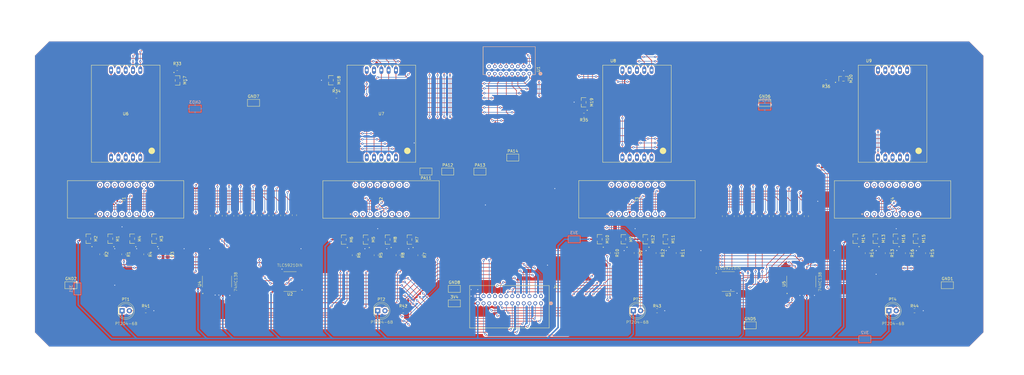
<source format=kicad_pcb>
(kicad_pcb (version 20240108) (generator "pcbnew") (generator_version "8.0")
  (title_block (title "EOT Disp Brd") (date "2025-08-06") (rev "2"))
  (layers (0 "F.Cu" signal) (1 "In1.Cu" power) (2 "In2.Cu" power) (31 "B.Cu" signal) (34 "B.Paste" user) (35 "F.Paste" user) (36 "B.SilkS" user "B.Silkscreen") (37 "F.SilkS" user "F.Silkscreen") (38 "B.Mask" user) (39 "F.Mask" user) (44 "Edge.Cuts" user))
  (net 0 "")
  (net 1 "+3.3V")
  (net 2 "/tim_disp/C1")
  (net 3 "Net-(M1-Pad1)")
  (net 4 "/tim_disp/C2")
  (net 5 "Net-(M2-Pad1)")
  (net 6 "/tim_disp/C3")
  (net 7 "Net-(M3-Pad1)")
  (net 8 "/tim_disp/C4")
  (net 9 "Net-(M4-Pad1)")
  (net 10 "/tim_disp/C5")
  (net 11 "Net-(M5-Pad1)")
  (net 12 "/tim_disp/C6")
  (net 13 "Net-(M6-Pad1)")
  (net 14 "/tim_disp/C7")
  (net 15 "Net-(M7-Pad1)")
  (net 16 "Net-(M8-Pad1)")
  (net 17 "/tim_disp/C8")
  (net 18 "/tim_disp/C9")
  (net 19 "Net-(M9-Pad1)")
  (net 20 "/tim_disp/C10")
  (net 21 "Net-(M10-Pad1)")
  (net 22 "/tim_disp/C11")
  (net 23 "Net-(M11-Pad1)")
  (net 24 "/tim_disp/C12")
  (net 25 "Net-(M12-Pad1)")
  (net 26 "/tim_disp/C13")
  (net 27 "Net-(M13-Pad1)")
  (net 28 "/tim_disp/C14")
  (net 29 "Net-(M14-Pad1)")
  (net 30 "Net-(M15-Pad1)")
  (net 31 "/tim_disp/C15")
  (net 32 "/tim_disp/C16")
  (net 33 "Net-(M16-Pad1)")
  (net 34 "/plc_disp/P_SEL_1")
  (net 35 "GND")
  (net 36 "/plc_disp/P_SEL_2")
  (net 37 "/plc_disp/P_SEL_3")
  (net 38 "/plc_disp/P_SEL_4")
  (net 39 "/tim_disp/R5")
  (net 40 "/tim_disp/R6")
  (net 41 "/tim_disp/R1")
  (net 42 "PB10")
  (net 43 "PB9")
  (net 44 "/tim_disp/R8")
  (net 45 "PB8")
  (net 46 "/tim_disp/R2")
  (net 47 "/tim_disp/R7")
  (net 48 "/tim_disp/R4")
  (net 49 "/tim_disp/R3")
  (net 50 "PB4")
  (net 51 "PB3")
  (net 52 "PB5")
  (net 53 "PB2")
  (net 54 "PB6")
  (net 55 "PB0")
  (net 56 "PB7")
  (net 57 "PB1")
  (net 58 "/tim_disp/R28")
  (net 59 "/tim_disp/R26")
  (net 60 "PC9")
  (net 61 "/tim_disp/R32")
  (net 62 "/tim_disp/R30")
  (net 63 "/tim_disp/R25")
  (net 64 "/tim_disp/R31")
  (net 65 "/tim_disp/R27")
  (net 66 "PC10")
  (net 67 "PC8")
  (net 68 "/tim_disp/R29")
  (net 69 "PC4")
  (net 70 "PC6")
  (net 71 "PC5")
  (net 72 "PC1")
  (net 73 "PC2")
  (net 74 "PC7")
  (net 75 "PC0")
  (net 76 "PC3")
  (net 77 "PA1")
  (net 78 "PA6")
  (net 79 "PA5")
  (net 80 "PA0")
  (net 81 "PA2")
  (net 82 "PA3")
  (net 83 "PA4")
  (net 84 "/tim_disp/E")
  (net 85 "/tim_disp/D")
  (net 86 "/tim_disp/C")
  (net 87 "/tim_disp/B")
  (net 88 "/tim_disp/A")
  (net 89 "/tim_disp/G")
  (net 90 "/tim_disp/F")
  (net 91 "/tim_disp/E2")
  (net 92 "/tim_disp/D2")
  (net 93 "/tim_disp/B2")
  (net 94 "/tim_disp/A2")
  (net 95 "/tim_disp/G2")
  (net 96 "/tim_disp/F2")
  (net 97 "PA7")
  (net 98 "PA8")
  (net 99 "PA9")
  (net 100 "PA10")
  (net 101 "/tim_disp/DP1")
  (net 102 "/tim_disp/DP2")
  (net 103 "Net-(U2-*Y8)")
  (net 104 "Net-(U2-*Y7)")
  (net 105 "Net-(U2-*Y6)")
  (net 106 "Net-(U2-*Y5)")
  (net 107 "Net-(U2-*Y4)")
  (net 108 "Net-(U2-*Y3)")
  (net 109 "Net-(U2-*Y2)")
  (net 110 "Net-(U2-*Y1)")
  (net 129 "Net-(U3-*Y8)")
  (net 133 "PA11")
  (net 134 "PA13")
  (net 135 "PA12")
  (net 136 "PA14")
  (net 137 "Net-(U3-*Y7)")
  (net 138 "Net-(U3-*Y6)")
  (net 139 "Net-(U3-*Y5)")
  (net 140 "Net-(U3-*Y4)")
  (net 141 "Net-(U3-*Y3)")
  (net 142 "Net-(U3-*Y2)")
  (net 143 "Net-(U3-*Y1)")
  (net 148 "/plc_disp/CA1")
  (net 149 "/plc_disp/CA2")
  (net 150 "/plc_disp/CA3")
  (net 151 "/plc_disp/CA4")
  (net 152 "/tim_disp/C_2")
  (footprint "Resistor_SMD:R_0805_2012Metric" (layer "F.Cu") (at 262.763 151.1865 -90)
    (property "Reference" "R9")
    (property "Value" "150Ω")
  )
  (footprint "Resistor_SMD:R_0805_2012Metric" (layer "F.Cu") (at 92.202 151.631599 -90)
    (property "Reference" "R4")
    (property "Value" "150Ω")
  )
  (footprint "TDCR1050M-4-7-seg-display:TDCG1060M_VIS" (layer "F.Cu") (at 343.027 137.621 90)
    (property "Reference" "T4")
    (property "Value" "TDCR1050M")
  )
  (footprint "LED_THT:LED_D5.0mm" (layer "F.Cu") (at 172.842 171.276)
    (property "Reference" "PT2")
    (property "Value" "~")
  )
  (footprint "Resistor_SMD:R_0805_2012Metric" (layer "F.Cu") (at 313.794707 138.3595 90)
    (property "Reference" "R25" (hide yes))
    (property "Value" "47Ω")
  )
  (footprint "PMBT2907A_235:TO-236AB_SOT23_NEX" (layer "F.Cu") (at 79.8576 146.195999 90)
    (property "Reference" "M1")
    (property "Value" "N-MOSFET")
  )
  (footprint "LED_THT:LED_D5.0mm" (layer "F.Cu") (at 261.742 171.276)
    (property "Reference" "PT3")
    (property "Value" "~")
  )
  (footprint "TestPoint:TestPoint_Keystone_5019_Minature" (layer "F.Cu") (at 370.967 162.386)
    (property "Reference" "GND1")
    (property "Value" "TestPoint")
  )
  (footprint "7-seg-1-inch:LDS-AA14RI" (layer "F.Cu") (at 174.117 102.696)
    (property "Reference" "U7")
    (property "Value" "SA39-12YWA")
  )
  (footprint "SN74HC138DR-MUX:SOIC127P600X175-16N" (layer "F.Cu") (at 116.967 161.116 90)
    (property "Reference" "U4")
    (property "Value" "74HC138")
  )
  (footprint "PMBT2907A_235:TO-236AB_SOT23_NEX" (layer "F.Cu") (at 272.923 146.398001 90)
    (property "Reference" "M11")
    (property "Value" "N-MOSFET")
  )
  (footprint "Resistor_SMD:R_0805_2012Metric" (layer "F.Cu") (at 244.5785 103.204 180)
    (property "Reference" "R35")
    (property "Value" "150Ω")
  )
  (footprint "TestPoint:TestPoint_Keystone_5019_Minature" (layer "F.Cu") (at 208.407 122.802658)
    (property "Reference" "PA13")
    (property "Value" "TP")
  )
  (footprint "Resistor_SMD:R_0805_2012Metric" (layer "F.Cu") (at 179.959 151.9485 -90)
    (property "Reference" "R8")
    (property "Value" "150Ω")
  )
  (footprint "Resistor_SMD:R_0805_2012Metric" (layer "F.Cu") (at 328.803 91.52 180)
    (property "Reference" "R36")
    (property "Value" "150Ω")
  )
  (footprint "PMBT2907A_235:TO-236AB_SOT23_NEX" (layer "F.Cu") (at 95.0976 146.195999 90)
    (property "Reference" "M3")
    (property "Value" "N-MOSFET")
  )
  (footprint "Resistor_SMD:R_0805_2012Metric" (layer "F.Cu") (at 187.579 151.9485 -90)
    (property "Reference" "R7")
    (property "Value" "150Ω")
  )
  (footprint "TestPoint:TestPoint_Keystone_5019_Minature" (layer "F.Cu") (at 197.196851 122.802658)
    (property "Reference" "PA12")
    (property "Value" "TP")
  )
  (footprint "Resistor_SMD:R_0805_2012Metric" (layer "F.Cu") (at 270.383 151.1865 -90)
    (property "Reference" "R12")
    (property "Value" "150Ω")
  )
  (footprint "Resistor_SMD:R_0805_2012Metric" (layer "F.Cu") (at 158.507194 96.476779)
    (property "Reference" "R34")
    (property "Value" "150Ω")
  )
  (footprint "Resistor_SMD:R_0805_2012Metric" (layer "F.Cu") (at 357.124 151.2335 -90)
    (property "Reference" "R16")
    (property "Value" "150Ω")
  )
  (footprint "PMBT2907A_235:TO-236AB_SOT23_NEX" (layer "F.Cu") (at 345.948 146.191001 90)
    (property "Reference" "M13")
    (property "Value" "N-MOSFET")
  )
  (footprint "Resistor_SMD:R_0805_2012Metric" (layer "F.Cu") (at 364.109 151.2335 -90)
    (property "Reference" "R15")
    (property "Value" "150Ω")
  )
  (footprint "Resistor_SMD:R_0805_2012Metric" (layer "F.Cu") (at 123.571001 138.209 90)
    (property "Reference" "R21" (hide yes))
    (property "Value" "47Ω")
  )
  (footprint "Resistor_SMD:R_0805_2012Metric" (layer "F.Cu") (at 164.719 151.9485 -90)
    (property "Reference" "R6")
    (property "Value" "150Ω")
  )
  (footprint "Resistor_SMD:R_0805_2012Metric" (layer "F.Cu") (at 172.339 151.9485 -90)
    (property "Reference" "R5")
    (property "Value" "150Ω")
  )
  (footprint "Resistor_SMD:R_0805_2012Metric" (layer "F.Cu") (at 115.443001 138.209 90)
    (property "Reference" "R20" (hide yes))
    (property "Value" "47Ω")
  )
  (footprint "Resistor_SMD:R_0805_2012Metric" (layer "F.Cu") (at 297.538707 138.3595 90)
    (property "Reference" "R31" (hide yes))
    (property "Value" "47Ω")
  )
  (footprint "PMBT2907A_235:TO-236AB_SOT23_NEX" (layer "F.Cu") (at 334.833001 90.504)
    (property "Reference" "M20")
    (property "Value" "N-MOSFET")
  )
  (footprint "Resistor_SMD:R_0805_2012Metric" (layer "F.Cu") (at 84.582 151.631599 -90)
    (property "Reference" "R1")
    (property "Value" "150Ω")
  )
  (footprint "PMBT2907A_235:TO-236AB_SOT23_NEX" (layer "F.Cu") (at 183.9214 146.495801 90)
    (property "Reference" "M7")
    (property "Value" "N-MOSFET")
  )
  (footprint "PMBT2907A_235:TO-236AB_SOT23_NEX" (layer "F.Cu") (at 265.938 146.398001 90)
    (property "Reference" "M12")
    (property "Value" "N-MOSFET")
  )
  (footprint "PMBT2907A_235:TO-236AB_SOT23_NEX" (layer "F.Cu") (at 72.2376 146.195999 90)
    (property "Reference" "M2")
    (property "Value" "N-MOSFET")
  )
  (footprint "PMBT2907A_235:TO-236AB_SOT23_NEX" (layer "F.Cu") (at 156.591 91.012 90)
    (property "Reference" "M18")
    (property "Value" "N-MOSFET")
  )
  (footprint "Resistor_SMD:R_0805_2012Metric" (layer "F.Cu") (at 350.139 151.2335 -90)
    (property "Reference" "R13")
    (property "Value" "150Ω")
  )
  (footprint "TestPoint:TestPoint_Keystone_5019_Minature" (layer "F.Cu") (at 219.837 117.936)
    (property "Reference" "PA14")
    (property "Value" "TP")
  )
  (footprint "TDCR1050M-4-7-seg-display:TDCG1060M_VIS" (layer "F.Cu") (at 76.3016 137.5975 90)
    (property "Reference" "T1")
    (property "Value" "TDCR1050M")
  )
  (footprint "Resistor_SMD:R_0805_2012Metric" (layer "F.Cu") (at 270.002 171.276)
    (property "Reference" "R43")
    (property "Value" "56KΩ")
  )
  (footprint "PMBT2907A_235:TO-236AB_SOT23_NEX" (layer "F.Cu") (at 250.063 146.384 90)
    (property "Reference" "M10")
    (property "Value" "N-MOSFET")
  )
  (footprint "Resistor_SMD:R_0805_2012Metric" (layer "F.Cu") (at 301.602707 138.3595 90)
    (property "Reference" "R29" (hide yes))
    (property "Value" "47Ω")
  )
  (footprint "7-seg-1-inch:LDS-AA14RI" (layer "F.Cu") (at 85.217 102.696)
    (property "Reference" "U6")
    (property "Value" "SA39-12YWA")
  )
  (footprint "TestPoint:TestPoint_Keystone_5019_Minature" (layer "F.Cu") (at 129.667 98.886)
    (property "Reference" "GND7")
    (property "Value" "TestPoint")
  )
  (footprint "Resistor_SMD:R_0805_2012Metric" (layer "F.Cu") (at 321.922707 138.3595 90)
    (property "Reference" "R30" (hide yes))
    (property "Value" "47Ω")
  )
  (footprint "Resistor_SMD:R_0805_2012Metric" (layer "F.Cu") (at 359.537 171.276)
    (property "Reference" "R44")
    (property "Value" "56KΩ")
  )
  (footprint "TestPoint:TestPoint_Keystone_5019_Minature" (layer "F.Cu") (at 307.467 98.886)
    (property "Reference" "GND6")
    (property "Value" "TestPoint")
  )
  (footprint "PMBT2907A_235:TO-236AB_SOT23_NEX" (layer "F.Cu") (at 338.963 146.191001 90)
    (property "Reference" "M14")
    (property "Value" "N-MOSFET")
  )
  (footprint "TestPoint:TestPoint_Keystone_5019_Minature" (layer "F.Cu") (at 199.517 163.656)
    (property "Reference" "GND8")
    (property "Value" "TestPoint")
  )
  (footprint "7-seg-1-inch:LDS-AA14RI" (layer "F.Cu") (at 263.017 102.696)
    (property "Reference" "U8")
    (property "Value" "SA39-12YWA")
  )
  (footprint "PMBT2907A_235:TO-236AB_SOT23_NEX" (layer "F.Cu") (at 161.0614 146.495801 90)
    (property "Reference" "M6")
    (property "Value" "N-MOSFET")
  )
  (footprint "PMBT2907A_235:TO-236AB_SOT23_NEX" (layer "F.Cu") (at 258.318 146.398001 90)
    (property "Reference" "M9")
    (property "Value" "N-MOSFET")
  )
  (footprint "Resistor_SMD:R_0805_2012Metric" (layer "F.Cu") (at 309.730707 138.3595 90)
    (property "Reference" "R27" (hide yes))
    (property "Value" "47Ω")
  )
  (footprint "Resistor_SMD:R_0805_2012Metric" (layer "F.Cu") (at 92.202 171.276)
    (property "Reference" "R41")
    (property "Value" "56KΩ")
  )
  (footprint "TDCR1050M-4-7-seg-display:TDCG1060M_VIS" (layer "F.Cu") (at 254.127 137.574 90)
    (property "Reference" "T3")
    (property "Value" "TDCR1050M")
  )
  (footprint "Resistor_SMD:R_0805_2012Metric" (layer "F.Cu") (at 254.508 151.1865 -90)
    (property "Reference" "R10")
    (property "Value" "150Ω")
  )
  (footprint "TestPoint:TestPoint_Keystone_5019_Minature" (layer "F.Cu") (at 302.387 176.356)
    (property "Reference" "GND5")
    (property "Value" "TestPoint")
  )
  (footprint "Resistor_SMD:R_0805_2012Metric" (layer "F.Cu") (at 131.699 138.1055 90)
    (property "Reference" "R19" (hide yes))
    (property "Value" "47Ω")
  )
  (footprint "Resistor_SMD:R_0805_2012Metric" (layer "F.Cu") (at 143.890999 138.002 90)
    (property "Reference" "R22" (hide yes))
    (property "Value" "47Ω")
  )
  (footprint "Resistor_SMD:R_0805_2012Metric" (layer "F.Cu") (at 135.763 138.1055 90)
    (property "Reference" "R17" (hide yes))
    (property "Value" "47Ω")
  )
  (footprint "Resistor_SMD:R_0805_2012Metric" (layer "F.Cu") (at 139.827 138.1055 90)
    (property "Reference" "R24" (hide yes))
    (property "Value" "47Ω")
  )
  (footprint "PMBT2907A_235:TO-236AB_SOT23_NEX" (layer "F.Cu") (at 352.933 146.191001 90)
    (property "Reference" "M16")
    (property "Value" "N-MOSFET")
  )
  (footprint "PMBT2907A_235:TO-236AB_SOT23_NEX" (layer "F.Cu") (at 87.4776 146.195999 90)
    (property "Reference" "M4")
    (property "Value" "N-MOSFET")
  )
  (footprint "16pos 2mm:S16B-PHDSSLFSN_JST" (layer "F.Cu") (at 225.583886 88.726 180)
    (property "Reference" "U1")
    (property "Value" "S16B-PHDSSLFSN")
  )
  (footprint "TLC59211IPWR-LEDDRIVER:SOP65P640X120-20N" (layer "F.Cu") (at 142.367 161.116 180)
    (property "Reference" "U2")
    (property "Value" "TLC59210IN")
  )
  (footprint "Resistor_SMD:R_0805_2012Metric" (layer "F.Cu") (at 293.474707 138.3595 90)
    (property "Reference" "R28" (hide yes))
    (property "Value" "47Ω")
  )
  (footprint "TestPoint:TestPoint_Keystone_5019_Minature" (layer "F.Cu") (at 189.635301 122.807644 180)
    (property "Reference" "PA11")
    (property "Value" "TP")
  )
  (footprint "TLC59211IPWR-LEDDRIVER:SOP65P640X120-20N" (layer "F.Cu") (at 294.767 161.116)
    (property "Reference" "U3")
    (property "Value" "TLC59210IN")
  )
  (footprint "PMBT2907A_235:TO-236AB_SOT23_NEX" (layer "F.Cu") (at 244.475 98.697999 90)
    (property "Reference" "M19")
    (property "Value" "N-MOSFET")
  )
  (footprint "SN74HC138DR-MUX:SOIC127P600X175-16N" (layer "F.Cu") (at 320.167 161.116 90)
    (property "Reference" "U5")
    (property "Value" "74HC138")
  )
  (footprint "PMBT2907A_235:TO-236AB_SOT23_NEX" (layer "F.Cu") (at 168.6814 146.495801 90)
    (property "Reference" "M5")
    (property "Value" "N-MOSFET")
  )
  (footprint "Resistor_SMD:R_0805_2012Metric" (layer "F.Cu") (at 277.368 151.1865 -90)
    (property "Reference" "R11")
    (property "Value" "150Ω")
  )
  (footprint "Resistor_SMD:R_0805_2012Metric" (layer "F.Cu") (at 127.635 138.1055 90)
    (property "Reference" "R18" (hide yes))
    (property "Value" "47Ω")
  )
  (footprint "PMBT2907A_235:TO-236AB_SOT23_NEX" (layer "F.Cu") (at 103.251 91.077999 -90)
    (property "Reference" "M17")
    (property "Value" "N-MOSFET")
  )
  (footprint "24pos 2mm:CONN24_559592430_MOL" (layer "F.Cu") (at 229.643641 168.696 180)
    (property "Reference" "J1")
    (property "Value" "559592430")
  )
  (footprint "Resistor_SMD:R_0805_2012Metric" (layer "F.Cu") (at 181.737 171.276)
    (property "Reference" "R42")
    (property "Value" "56KΩ")
  )
  (footprint "Resistor_SMD:R_0805_2012Metric" (layer "F.Cu") (at 317.858707 138.3595 90)
    (property "Reference" "R32" (hide yes))
    (property "Value" "47Ω")
  )
  (footprint "Resistor_SMD:R_0805_2012Metric" (layer "F.Cu") (at 99.822 151.631599 -90)
    (property "Reference" "R3")
    (property "Value" "150Ω")
  )
  (footprint "LED_THT:LED_D5.0mm" (layer "F.Cu") (at 83.942 171.276)
    (property "Reference" "PT1")
    (property "Value" "~")
  )
  (footprint "PMBT2907A_235:TO-236AB_SOT23_NEX" (layer "F.Cu") (at 359.918 146.191001 90)
    (property "Reference" "M15")
    (property "Value" "N-MOSFET")
  )
  (footprint "7-seg-1-inch:LDS-AA14RI" (layer "F.Cu") (at 351.917 102.696)
    (property "Reference" "U9")
    (property "Value" "SA39-12YWA")
  )
  (footprint "Resistor_SMD:R_0805_2012Metric" (layer "F.Cu") (at 343.154 151.2335 -90)
    (property "Reference" "R14")
    (property "Value" "150Ω")
  )
  (footprint "LED_THT:LED_D5.0mm" (layer "F.Cu") (at 350.642 171.276)
    (property "Reference" "PT4")
    (property "Value" "~")
  )
  (footprint "TestPoint:TestPoint_Keystone_5019_Minature" (layer "F.Cu") (at 199.517 168.736)
    (property "Reference" "3V4")
    (property "Value" "TestPoint")
  )
  (footprint "Resistor_SMD:R_0805_2012Metric" (layer "F.Cu") (at 119.507001 138.209 90)
    (property "Reference" "R23" (hide yes))
    (property "Value" "47Ω")
  )
  (footprint "Resistor_SMD:R_0805_2012Metric" (layer "F.Cu") (at 103.126589 86.891818)
    (property "Reference" "R33")
    (property "Value" "150Ω")
  )
  (footprint "TestPoint:TestPoint_Keystone_5019_Minature" (layer "F.Cu") (at 66.167 162.386)
    (property "Reference" "GND2")
    (property "Value" "TestPoint")
  )
  (footprint "Resistor_SMD:R_0805_2012Metric" (layer "F.Cu") (at 305.666707 138.3595 90)
    (property "Reference" "R26" (hide yes))
    (property "Value" "47Ω")
  )
  (footprint "TDCR1050M-4-7-seg-display:TDCG1060M_VIS" (layer "F.Cu") (at 165.1254 137.621 90)
    (property "Reference" "T2")
    (property "Value" "TDCR1050M")
  )
  (footprint "PMBT2907A_235:TO-236AB_SOT23_NEX" (layer "F.Cu") (at 176.3014 146.495801 90)
    (property "Reference" "M8")
    (property "Value" "N-MOSFET")
  )
  (footprint "Resistor_SMD:R_0805_2012Metric" (layer "F.Cu") (at 76.962 151.631599 -90)
    (property "Reference" "R2")
    (property "Value" "150Ω")
  )
  (footprint "TestPoint:TestPoint_Keystone_5019_Minature" (layer "B.Cu") (at 307.467 100.156 180)
    (property "Reference" "GND4")
    (property "Value" "TestPoint")
  )
  (footprint "TestPoint:TestPoint_Keystone_5019_Minature" (layer "B.Cu") (at 241.173 146.384 180)
    (property "Reference" "3V3")
    (property "Value" "TestPoint")
  )
  (footprint "TestPoint:TestPoint_Keystone_5019_Minature" (layer "B.Cu") (at 68.453 163.656 -90)
    (property "Reference" "3V1")
    (property "Value" "TestPoint")
  )
  (footprint "TestPoint:TestPoint_Keystone_5019_Minature" (layer "B.Cu") (at 109.347 100.918 180)
    (property "Reference" "GND3")
    (property "Value" "TestPoint")
  )
  (footprint "TestPoint:TestPoint_Keystone_5019_Minature" (layer "B.Cu") (at 342.265 181.182 180)
    (property "Reference" "3V2")
    (property "Value" "TestPoint")
  )
  (gr_line (start 210.711787 89.083) (end 209.506887 89.083) (stroke (width 0.1524)) (layer "B.SilkS"))
  (gr_line (start 227.660887 89.083) (end 227.660887 79.329001) (stroke (width 0.1524)) (layer "B.SilkS"))
  (gr_line (start 209.506887 79.329001) (end 209.506887 89.083) (stroke (width 0.1524)) (layer "B.SilkS"))
  (gr_line (start 227.660887 89.083) (end 226.455984 89.083) (stroke (width 0.1524)) (layer "B.SilkS"))
  (gr_line (start 209.506887 79.329001) (end 227.660887 79.329001) (stroke (width 0.1524)) (layer "B.SilkS"))
  (gr_line (start 58.547 183.976) (end 378.587 183.976) (stroke (width 0.05)) (layer "Edge.Cuts"))
  (gr_line (start 58.547 77.296) (end 378.587 77.296) (stroke (width 0.05)) (layer "Edge.Cuts"))
  (gr_line (start 383.667 82.376) (end 383.667 178.896) (stroke (width 0.05)) (layer "Edge.Cuts"))
  (gr_line (start 378.587 77.296) (end 383.667 82.376) (stroke (width 0.05)) (layer "Edge.Cuts"))
  (gr_line (start 53.467 178.896) (end 58.547 183.976) (stroke (width 0.05)) (layer "Edge.Cuts"))
  (gr_line (start 53.467 82.376) (end 53.467 178.896) (stroke (width 0.05)) (layer "Edge.Cuts"))
  (gr_line (start 53.467 82.376) (end 58.547 77.296) (stroke (width 0.05)) (layer "Edge.Cuts"))
  (gr_line (start 383.667 178.896) (end 378.587 183.976) (stroke (width 0.05)) (layer "Edge.Cuts"))
  (gr_text "TLC59210IN" (at 290.195 157.052 0) (layer "F.SilkS") (effects (font (size 1 1) (thickness 0.1)) (justify left bottom)))
  (gr_text "PT204-6B" (at 348.107 176.356 0) (layer "F.SilkS") (effects (font (size 1 1) (thickness 0.1)) (justify left bottom)))
  (gr_text "74HC138" (at 124.079 164.672 90) (layer "F.SilkS") (effects (font (size 1 1) (thickness 0.1)) (justify left bottom)))
  (gr_text "74HC138" (at 327.279 164.672 90) (layer "F.SilkS") (effects (font (size 1 1) (thickness 0.1)) (justify left bottom)))
  (gr_text "TLC59210IN" (at 137.795 156.036 0) (layer "F.SilkS") (effects (font (size 1 1) (thickness 0.1)) (justify left bottom)))
  (gr_text "PT204-6B" (at 81.407 176.356 0) (layer "F.SilkS") (effects (font (size 1 1) (thickness 0.1)) (justify left bottom)))
  (gr_text "PT204-6B" (at 170.307 175.848 0) (layer "F.SilkS") (effects (font (size 1 1) (thickness 0.1)) (justify left bottom)))
  (gr_text "PT204-6B" (at 259.207 175.848 0) (layer "F.SilkS") (effects (font (size 1 1) (thickness 0.1)) (justify left bottom)))
  (segment (start 110.363 162.64) (end 112.522 160.481) (width 0.508) (layer "F.Cu") (net 1))
  (segment (start 68.771392 147.184436) (end 69.787392 146.168436) (width 0.508) (layer "F.Cu") (net 1))
  (segment (start 337.947 146.191001) (end 358.902 146.191001) (width 0.508) (layer "F.Cu") (net 1))
  (segment (start 110.363 164.164) (end 110.363 162.64) (width 0.508) (layer "F.Cu") (net 1))
  (segment (start 118.999 166.704) (end 118.999 163.718) (width 0.508) (layer "F.Cu") (net 1))
  (segment (start 136.893 164.05) (end 139.497 164.05) (width 0.508) (layer "F.Cu") (net 1))
  (segment (start 71.285992 146.170336) (end 78.905992 146.170336) (width 0.508) (layer "F.Cu") (net 1))
  (segment (start 316.368639 161.381639) (end 320.940639 161.381639) (width 0.508) (layer "F.Cu") (net 1))
  (segment (start 160.0454 146.495801) (end 182.9054 146.495801) (width 0.508) (layer "F.Cu") (net 1))
  (segment (start 112.522 160.481) (end 112.522 158.641) (width 0.508) (layer "F.Cu") (net 1))
  (segment (start 78.905992 146.170336) (end 86.525992 146.170336) (width 0.508) (layer "F.Cu") (net 1))
  (segment (start 322.072 166.577) (end 322.072 163.591) (width 0.508) (layer "F.Cu") (net 1))
  (segment (start 299.593 158.068) (end 298.704 158.068) (width 0.381) (layer "F.Cu") (net 1))
  (segment (start 199.517 168.736) (end 207.603642 168.736) (width 0.635) (layer "F.Cu") (net 1))
  (segment (start 118.999 163.718) (end 118.872 163.591) (width 0.508) (layer "F.Cu") (net 1))
  (segment (start 320.940639 161.381639) (end 322.072 162.513) (width 0.508) (layer "F.Cu") (net 1))
  (segment (start 271.892999 146.384) (end 271.907 146.398001) (width 0.508) (layer "F.Cu") (net 1))
  (segment (start 156.591 146.892) (end 156.987199 146.495801) (width 0.508) (layer "F.Cu") (net 1))
  (segment (start 334.899 147.784913) (end 336.492912 146.191001) (width 0.508) (layer "F.Cu") (net 1))
  (segment (start 315.722 158.641) (end 315.722 160.735) (width 0.508) (layer "F.Cu") (net 1))
  (segment (start 322.072 162.513) (end 322.072 163.591) (width 0.508) (layer "F.Cu") (net 1))
  (segment (start 86.525992 146.170336) (end 94.145992 146.170336) (width 0.508) (layer "F.Cu") (net 1))
  (segment (start 298.704 158.068) (end 298.581 158.191) (width 0.381) (layer "F.Cu") (net 1))
  (segment (start 207.603642 168.736) (end 207.643642 168.696) (width 0.635) (layer "F.Cu") (net 1))
  (segment (start 298.581 158.191) (end 297.637 158.191) (width 0.381) (layer "F.Cu") (net 1))
  (segment (start 246.507 146.384) (end 271.892999 146.384) (width 0.508) (layer "F.Cu") (net 1))
  (segment (start 156.987199 146.495801) (end 160.0454 146.495801) (width 0.508) (layer "F.Cu") (net 1))
  (segment (start 315.722 160.735) (end 316.368639 161.381639) (width 0.508) (layer "F.Cu") (net 1))
  (segment (start 135.763 165.18) (end 136.893 164.05) (width 0.508) (layer "F.Cu") (net 1))
  (segment (start 336.492912 146.191001) (end 337.947 146.191001) (width 0.508) (layer "F.Cu") (net 1))
  (segment (start 69.789292 146.170336) (end 71.285992 146.170336) (width 0.508) (layer "F.Cu") (net 1))
  (via (at 299.593 158.068) (size 0.8) (drill 0.35) (layers "F.Cu" "B.Cu") (net 1))
  (via (at 110.363 164.164) (size 0.8) (drill 0.35) (layers "F.Cu" "B.Cu") (net 1))
  (via (at 322.072 166.577) (size 0.8) (drill 0.35) (layers "F.Cu" "B.Cu") (net 1))
  (via (at 156.591 146.892) (size 0.85) (drill 0.42) (layers "F.Cu" "B.Cu") (net 1))
  (via (at 118.999 166.704) (size 0.8) (drill 0.35) (layers "F.Cu" "B.Cu") (net 1))
  (via (at 68.707 147.146) (size 0.8) (drill 0.35) (layers "F.Cu" "B.Cu") (net 1))
  (via (at 135.763 165.18) (size 0.8) (drill 0.35) (layers "F.Cu" "B.Cu") (net 1))
  (via (at 334.899 147.784913) (size 0.8) (drill 0.35) (layers "F.Cu" "B.Cu") (net 1))
  (via (at 246.507 146.384) (size 0.8) (drill 0.35) (layers "F.Cu" "B.Cu") (net 1))
  (segment (start 176.657 180.928) (end 157.353 180.928) (width 0.508) (layer "B.Cu") (net 1))
  (segment (start 122.809 180.928) (end 139.065 180.928) (width 0.508) (layer "B.Cu") (net 1))
  (segment (start 237.871 146.384) (end 235.585 148.67) (width 0.508) (layer "B.Cu") (net 1))
  (segment (start 139.065 180.928) (end 157.353 180.928) (width 0.508) (layer "B.Cu") (net 1))
  (segment (start 322.072 178.515) (end 319.659 180.928) (width 0.508) (layer "B.Cu") (net 1))
  (segment (start 68.707 147.146) (end 68.707 169.244) (width 0.508) (layer "B.Cu") (net 1))
  (segment (start 298.577 180.928) (end 319.659 180.928) (width 0.508) (layer "B.Cu") (net 1))
  (segment (start 89.027 180.928) (end 113.665 180.928) (width 0.508) (layer "B.Cu") (net 1))
  (segment (start 137.795 179.912) (end 135.763 177.88) (width 0.508) (layer "B.Cu") (net 1))
  (segment (start 261.742 179.399) (end 261.747 179.404) (width 0.508) (layer "B.Cu") (net 1))
  (segment (start 80.391 180.928) (end 89.027 180.928) (width 0.508) (layer "B.Cu") (net 1))
  (segment (start 235.585 148.67) (end 235.585 177.118) (width 0.508) (layer "B.Cu") (net 1))
  (segment (start 350.642 178.383) (end 350.642 171.276) (width 0.508) (layer "B.Cu") (net 1))
  (segment (start 172.842 177.875) (end 172.842 171.276) (width 0.508) (layer "B.Cu") (net 1))
  (segment (start 154.559 178.388) (end 157.099 180.928) (width 0.508) (layer "B.Cu") (net 1))
  (segment (start 260.223 180.928) (end 298.577 180.928) (width 0.508) (layer "B.Cu") (net 1))
  (segment (start 260.223 180.928) (end 231.775 180.928) (width 0.508) (layer "B.Cu") (net 1))
  (segment (start 174.879 179.912) (end 172.842 177.875) (width 0.508) (layer "B.Cu") (net 1))
  (segment (start 118.999 166.704) (end 118.999 177.372) (width 0.508) (layer "B.Cu") (net 1))
  (segment (start 139.065 180.928) (end 138.811 180.928) (width 0.508) (layer "B.Cu") (net 1))
  (segment (start 122.555 180.928) (end 122.809 180.928) (width 0.508) (layer "B.Cu") (net 1))
  (segment (start 83.947 175.848) (end 83.947 173.816) (width 0.508) (layer "B.Cu") (net 1))
  (segment (start 83.947 173.816) (end 83.942 173.811) (width 0.508) (layer "B.Cu") (net 1))
  (segment (start 110.363 164.164) (end 110.363 177.88) (width 0.508) (layer "B.Cu") (net 1))
  (segment (start 207.645 180.928) (end 176.657 180.928) (width 0.508) (layer "B.Cu") (net 1))
  (segment (start 113.411 180.928) (end 113.665 180.928) (width 0.508) (layer "B.Cu") (net 1))
  (segment (start 118.999 177.372) (end 122.555 180.928) (width 0.508) (layer "B.Cu") (net 1))
  (segment (start 348.107 180.928) (end 350.647 178.388) (width 0.508) (layer "B.Cu") (net 1))
  (segment (start 175.895 180.928) (end 174.879 179.912) (width 0.508) (layer "B.Cu") (net 1))
  (segment (start 88.011 179.912) (end 83.947 175.848) (width 0.508) (layer "B.Cu") (net 1))
  (segment (start 207.643642 178.135358) (end 207.645 178.136716) (width 0.508) (layer "B.Cu") (net 1))
  (segment (start 261.747 179.404) (end 260.223 180.928) (width 0.508) (layer "B.Cu") (net 1))
  (segment (start 246.507 146.384) (end 237.871 146.384) (width 0.508) (layer "B.Cu") (net 1))
  (segment (start 83.942 173.811) (end 83.942 171.276) (width 0.508) (layer "B.Cu") (net 1))
  (segment (start 154.559 148.924) (end 154.559 178.388) (width 0.508) (layer "B.Cu") (net 1))
  (segment (start 299.593 158.068) (end 299.974 158.449) (width 0.381) (layer "B.Cu") (net 1))
  (segment (start 156.591 146.892) (end 154.559 148.924) (width 0.508) (layer "B.Cu") (net 1))
  (segment (start 113.665 180.928) (end 122.809 180.928) (width 0.508) (layer "B.Cu") (net 1))
  (segment (start 299.974 158.449) (end 299.974 179.531) (width 0.381) (layer "B.Cu") (net 1))
  (segment (start 235.585 177.118) (end 231.775 180.928) (width 0.508) (layer "B.Cu") (net 1))
  (segment (start 138.811 180.928) (end 137.795 179.912) (width 0.508) (layer "B.Cu") (net 1))
  (segment (start 319.659 180.928) (end 330.835 180.928) (width 0.508) (layer "B.Cu") (net 1))
  (segment (start 207.645 178.136716) (end 207.645 180.928) (width 0.508) (layer "B.Cu") (net 1))
  (segment (start 322.072 166.577) (end 322.072 178.515) (width 0.508) (layer "B.Cu") (net 1))
  (segment (start 334.899 147.784913) (end 334.899 176.864) (width 0.508) (layer "B.Cu") (net 1))
  (segment (start 110.363 177.88) (end 113.411 180.928) (width 0.508) (layer "B.Cu") (net 1))
  (segment (start 334.899 176.864) (end 330.835 180.928) (width 0.508) (layer "B.Cu") (net 1))
  (segment (start 135.763 177.88) (end 135.763 165.18) (width 0.508) (layer "B.Cu") (net 1))
  (segment (start 207.643642 168.696) (end 207.643642 178.135358) (width 0.508) (layer "B.Cu") (net 1))
  (segment (start 89.027 180.928) (end 88.011 179.912) (width 0.508) (layer "B.Cu") (net 1))
  (segment (start 157.099 180.928) (end 157.353 180.928) (width 0.508) (layer "B.Cu") (net 1))
  (segment (start 299.974 179.531) (end 298.577 180.928) (width 0.381) (layer "B.Cu") (net 1))
  (segment (start 231.775 180.928) (end 207.645 180.928) (width 0.508) (layer "B.Cu") (net 1))
  (segment (start 68.707 169.244) (end 80.391 180.928) (width 0.508) (layer "B.Cu") (net 1))
  (segment (start 176.657 180.928) (end 175.895 180.928) (width 0.508) (layer "B.Cu") (net 1))
  (segment (start 350.647 178.388) (end 350.642 178.383) (width 0.508) (layer "B.Cu") (net 1))
  (segment (start 330.835 180.928) (end 348.107 180.928) (width 0.508) (layer "B.Cu") (net 1))
  (segment (start 261.742 171.276) (end 261.742 179.399) (width 0.508) (layer "B.Cu") (net 1))
  (segment (start 78.8416 144.16245) (end 78.8416 137.5975) (width 0.254) (layer "F.Cu") (net 2))
  (segment (start 79.925148 145.245998) (end 78.8416 144.16245) (width 0.254) (layer "F.Cu") (net 2))
  (segment (start 80.8736 145.245998) (end 79.925148 145.245998) (width 0.254) (layer "F.Cu") (net 2))
  (segment (start 80.8736 147.080001) (end 83.246001 147.080001) (width 0.254) (layer "F.Cu") (net 3))
  (segment (start 84.582 148.416) (end 84.582 150.6531) (width 0.254) (layer "F.Cu") (net 3))
  (segment (start 83.246001 147.080001) (end 84.582 148.416) (width 0.254) (layer "F.Cu") (net 3))
  (segment (start 76.3016 144.203234) (end 76.3016 137.5975) (width 0.254) (layer "F.Cu") (net 4))
  (segment (start 73.2536 145.245998) (end 75.258836 145.245998) (width 0.254) (layer "F.Cu") (net 4))
  (segment (start 75.258836 145.245998) (end 76.3016 144.203234) (width 0.254) (layer "F.Cu") (net 4))
  (segment (start 75.676801 147.080001) (end 76.962 148.3652) (width 0.254) (layer "F.Cu") (net 5))
  (segment (start 73.2536 147.080001) (end 75.676801 147.080001) (width 0.254) (layer "F.Cu") (net 5))
  (segment (start 76.962 148.3652) (end 76.962 150.6531) (width 0.254) (layer "F.Cu") (net 5))
  (segment (start 94.0816 144.39105) (end 94.936548 145.245998) (width 0.254) (layer "F.Cu") (net 6))
  (segment (start 94.0816 137.5975) (end 94.0816 144.39105) (width 0.254) (layer "F.Cu") (net 6))
  (segment (start 94.936548 145.245998) (end 96.1136 145.245998) (width 0.254) (layer "F.Cu") (net 6))
  (segment (start 96.1136 147.080001) (end 98.486001 147.080001) (width 0.254) (layer "F.Cu") (net 7))
  (segment (start 98.486001 147.080001) (end 99.822 148.416) (width 0.254) (layer "F.Cu") (net 7))
  (segment (start 99.822 148.416) (end 99.822 150.6531) (width 0.254) (layer "F.Cu") (net 7))
  (segment (start 88.4936 145.245998) (end 89.657002 145.245998) (width 0.254) (layer "F.Cu") (net 8))
  (segment (start 90.0684 138.6643) (end 89.0016 137.5975) (width 0.254) (layer "F.Cu") (net 8))
  (segment (start 90.0684 144.8346) (end 90.0684 138.6643) (width 0.254) (layer "F.Cu") (net 8))
  (segment (start 89.657002 145.245998) (end 90.0684 144.8346) (width 0.254) (layer "F.Cu") (net 8))
  (segment (start 92.202 148.5684) (end 92.202 150.6531) (width 0.254) (layer "F.Cu") (net 9))
  (segment (start 88.4936 147.080001) (end 90.713601 147.080001) (width 0.254) (layer "F.Cu") (net 9))
  (segment (start 90.713601 147.080001) (end 92.202 148.5684) (width 0.254) (layer "F.Cu") (net 9))
  (segment (start 168.4274 145.5458) (end 169.6974 145.5458) (width 0.254) (layer "F.Cu") (net 10))
  (segment (start 167.6654 137.621) (end 167.6654 144.7838) (width 0.254) (layer "F.Cu") (net 10))
  (segment (start 167.6654 144.7838) (end 168.4274 145.5458) (width 0.254) (layer "F.Cu") (net 10))
  (segment (start 169.6974 147.445802) (end 171.191002 147.445802) (width 0.254) (layer "F.Cu") (net 11))
  (segment (start 171.191002 147.445802) (end 172.339 148.5938) (width 0.254) (layer "F.Cu") (net 11))
  (segment (start 172.339 148.5938) (end 172.339 151.036) (width 0.254) (layer "F.Cu") (net 11))
  (segment (start 165.1254 144.7838) (end 164.3634 145.5458) (width 0.254) (layer "F.Cu") (net 12))
  (segment (start 164.3634 145.5458) (end 162.0774 145.5458) (width 0.254) (layer "F.Cu") (net 12))
  (segment (start 165.1254 137.621) (end 165.1254 144.7838) (width 0.254) (layer "F.Cu") (net 12))
  (segment (start 162.0774 147.445802) (end 163.571002 147.445802) (width 0.254) (layer "F.Cu") (net 13))
  (segment (start 163.571002 147.445802) (end 164.719 148.5938) (width 0.254) (layer "F.Cu") (net 13))
  (segment (start 164.719 148.5938) (end 164.719 151.036) (width 0.254) (layer "F.Cu") (net 13))
  (segment (start 183.7182 145.5458) (end 184.9374 145.5458) (width 0.254) (layer "F.Cu") (net 14))
  (segment (start 182.9054 144.733) (end 183.7182 145.5458) (width 0.254) (layer "F.Cu") (net 14))
  (segment (start 182.9054 137.621) (end 182.9054 144.733) (width 0.254) (layer "F.Cu") (net 14))
  (segment (start 187.579 148.5938) (end 187.579 151.036) (width 0.254) (layer "F.Cu") (net 15))
  (segment (start 184.9374 147.445802) (end 186.431002 147.445802) (width 0.254) (layer "F.Cu") (net 15))
  (segment (start 186.431002 147.445802) (end 187.579 148.5938) (width 0.254) (layer "F.Cu") (net 15))
  (segment (start 179.959 148.5938) (end 179.959 151.036) (width 0.254) (layer "F.Cu") (net 16))
  (segment (start 178.811002 147.445802) (end 179.959 148.5938) (width 0.254) (layer "F.Cu") (net 16))
  (segment (start 177.3174 147.445802) (end 178.811002 147.445802) (width 0.254) (layer "F.Cu") (net 16))
  (segment (start 178.689 145.5458) (end 179.2986 144.9362) (width 0.254) (layer "F.Cu") (net 17))
  (segment (start 179.2986 139.0942) (end 177.8254 137.621) (width 0.254) (layer "F.Cu") (net 17))
  (segment (start 179.2986 144.9362) (end 179.2986 139.0942) (width 0.254) (layer "F.Cu") (net 17))
  (segment (start 177.3174 145.5458) (end 178.689 145.5458) (width 0.254) (layer "F.Cu") (net 17))
  (segment (start 257.9878 145.448) (end 259.334 145.448) (width 0.254) (layer "F.Cu") (net 18))
  (segment (start 256.667 137.574) (end 256.667 144.1272) (width 0.254) (layer "F.Cu") (net 18))
  (segment (start 256.667 144.1272) (end 257.9878 145.448) (width 0.254) (layer "F.Cu") (net 18))
  (segment (start 259.334 147.348002) (end 261.387825 147.348002) (width 0.254) (layer "F.Cu") (net 19))
  (segment (start 261.387825 147.348002) (end 262.763 148.723177) (width 0.254) (layer "F.Cu") (net 19))
  (segment (start 262.763 148.723177) (end 262.763 150.274) (width 0.254) (layer "F.Cu") (net 19))
  (segment (start 252.363001 145.433999) (end 251.079 145.433999) (width 0.254) (layer "F.Cu") (net 20))
  (segment (start 254.127 143.67) (end 252.363001 145.433999) (width 0.254) (layer "F.Cu") (net 20))
  (segment (start 254.127 137.574) (end 254.127 143.67) (width 0.254) (layer "F.Cu") (net 20))
  (segment (start 253.576539 147.4) (end 254.508 148.331461) (width 0.254) (layer "F.Cu") (net 21))
  (segment (start 254.508 148.331461) (end 254.508 150.274) (width 0.254) (layer "F.Cu") (net 21))
  (segment (start 251.144999 147.4) (end 253.576539 147.4) (width 0.254) (layer "F.Cu") (net 21))
  (segment (start 251.079 147.334001) (end 251.144999 147.4) (width 0.254) (layer "F.Cu") (net 21))
  (segment (start 272.8722 145.448) (end 273.939 145.448) (width 0.254) (layer "F.Cu") (net 22))
  (segment (start 271.907 144.4828) (end 272.8722 145.448) (width 0.254) (layer "F.Cu") (net 22))
  (segment (start 271.907 137.574) (end 271.907 144.4828) (width 0.254) (layer "F.Cu") (net 22))
  (segment (start 273.939 147.348002) (end 276.361927 147.348002) (width 0.254) (layer "F.Cu") (net 23))
  (segment (start 277.368 148.354075) (end 277.368 150.274) (width 0.254) (layer "F.Cu") (net 23))
  (segment (start 276.361927 147.348002) (end 277.368 148.354075) (width 0.254) (layer "F.Cu") (net 23))
  (segment (start 267.9446 145.448) (end 266.954 145.448) (width 0.254) (layer "F.Cu") (net 24))
  (segment (start 268.4526 144.94) (end 267.9446 145.448) (width 0.254) (layer "F.Cu") (net 24))
  (segment (start 266.827 137.574) (end 268.4526 139.1996) (width 0.254) (layer "F.Cu") (net 24))
  (segment (start 268.4526 139.1996) (end 268.4526 144.94) (width 0.254) (layer "F.Cu") (net 24))
  (segment (start 268.987746 147.348002) (end 270.383 148.743256) (width 0.254) (layer "F.Cu") (net 25))
  (segment (start 266.954 147.348002) (end 268.987746 147.348002) (width 0.254) (layer "F.Cu") (net 25))
  (segment (start 270.383 148.743256) (end 270.383 150.274) (width 0.254) (layer "F.Cu") (net 25))
  (segment (start 345.567 137.621) (end 345.567 144.6314) (width 0.254) (layer "F.Cu") (net 26))
  (segment (start 345.567 144.6314) (end 346.1766 145.241) (width 0.254) (layer "F.Cu") (net 26))
  (segment (start 346.1766 145.241) (end 346.964 145.241) (width 0.254) (layer "F.Cu") (net 26))
  (segment (start 346.964 147.141002) (end 349.092602 147.141002) (width 0.254) (layer "F.Cu") (net 27))
  (segment (start 349.092602 147.141002) (end 350.139 148.1874) (width 0.254) (layer "F.Cu") (net 27))
  (segment (start 350.139 148.1874) (end 350.139 150.321) (width 0.254) (layer "F.Cu") (net 27))
  (segment (start 343.027 143.7678) (end 343.027 137.621) (width 0.254) (layer "F.Cu") (net 28))
  (segment (start 339.979 145.241) (end 341.5538 145.241) (width 0.254) (layer "F.Cu") (net 28))
  (segment (start 341.5538 145.241) (end 343.027 143.7678) (width 0.254) (layer "F.Cu") (net 28))
  (segment (start 343.1286 148.1366) (end 343.1286 150.2956) (width 0.254) (layer "F.Cu") (net 29))
  (segment (start 342.133002 147.141002) (end 343.1286 148.1366) (width 0.254) (layer "F.Cu") (net 29))
  (segment (start 339.979 147.141002) (end 342.133002 147.141002) (width 0.254) (layer "F.Cu") (net 29))
  (segment (start 343.1286 150.2956) (end 343.154 150.321) (width 0.254) (layer "F.Cu") (net 29))
  (segment (start 360.934 147.141002) (end 363.011802 147.141002) (width 0.254) (layer "F.Cu") (net 30))
  (segment (start 363.011802 147.141002) (end 364.109 148.2382) (width 0.254) (layer "F.Cu") (net 30))
  (segment (start 364.109 148.2382) (end 364.109 150.321) (width 0.254) (layer "F.Cu") (net 30))
  (segment (start 360.807 137.621) (end 362.7882 139.6022) (width 0.254) (layer "F.Cu") (net 31))
  (segment (start 362.7882 139.6022) (end 362.7882 144.3774) (width 0.254) (layer "F.Cu") (net 31))
  (segment (start 362.7882 144.3774) (end 361.9246 145.241) (width 0.254) (layer "F.Cu") (net 31))
  (segment (start 361.9246 145.241) (end 360.934 145.241) (width 0.254) (layer "F.Cu") (net 31))
  (segment (start 353.949 145.241) (end 355.0158 145.241) (width 0.254) (layer "F.Cu") (net 32))
  (segment (start 355.727 144.5298) (end 355.727 137.621) (width 0.254) (layer "F.Cu") (net 32))
  (segment (start 355.0158 145.241) (end 355.727 144.5298) (width 0.254) (layer "F.Cu") (net 32))
  (segment (start 357.124 148.3144) (end 357.124 150.321) (width 0.254) (layer "F.Cu") (net 33))
  (segment (start 353.949 147.141002) (end 355.950602 147.141002) (width 0.254) (layer "F.Cu") (net 33))
  (segment (start 355.950602 147.141002) (end 357.124 148.3144) (width 0.254) (layer "F.Cu") (net 33))
  (segment (start 102.214089 90.107087) (end 102.235 90.127998) (width 0.2032) (layer "F.Cu") (net 34))
  (segment (start 102.214089 86.891818) (end 102.214089 90.107087) (width 0.2032) (layer "F.Cu") (net 34))
  (via (at 207.645 163.91) (size 0.74) (drill 0.32) (layers "F.Cu" "B.Cu") (net 35))
  (via (at 285.242 150.321) (size 0.74) (drill 0.32) (layers "F.Cu" "B.Cu") (net 35))
  (via (at 106.553 91.012) (size 0.74) (drill 0.32) (layers "F.Cu" "B.Cu") (net 35))
  (via (at 210.312 134.446) (size 0.74) (drill 0.32) (layers "F.Cu" "B.Cu") (net 35))
  (via (at 153.289 91.012) (size 0.74) (drill 0.32) (layers "F.Cu" "B.Cu") (net 35))
  (via (at 183.642 149.686) (size 0.74) (drill 0.32) (layers "F.Cu" "B.Cu") (net 35))
  (via (at 81.407 149.686) (size 0.74) (drill 0.32) (layers "F.Cu" "B.Cu") (net 35))
  (via (at 182.753 169.498) (size 0.74) (drill 0.32) (layers "F.Cu" "B.Cu") (net 35))
  (via (at 146.177 149.686) (size 0.74) (drill 0.32) (layers "F.Cu" "B.Cu") (net 35))
  (via (at 81.407 162.386) (size 0.74) (drill 0.32) (layers "F.Cu" "B.Cu") (net 35))
  (via (at 105.537 149.686) (size 0.74) (drill 0.32) (layers "F.Cu" "B.Cu") (net 35))
  (via (at 353.187 142.701) (size 0.74) (drill 0.32) (layers "F.Cu" "B.Cu") (net 35))
  (via (at 334.899 87.71) (size 0.74) (drill 0.32) (layers "F.Cu" "B.Cu") (net 35))
  (via (at 168.402 149.686) (size 0.74) (drill 0.32) (layers "F.Cu" "B.Cu") (net 35))
  (via (at 272.669 171.276) (size 0.74) (drill 0.32) (layers "F.Cu" "B.Cu") (net 35))
  (via (at 89.027 149.686) (size 0.74) (drill 0.32) (layers "F.Cu" "B.Cu") (net 35))
  (via (at 320.929 165.942) (size 0.74) (drill 0.32) (layers "F.Cu" "B.Cu") (net 35))
  (via (at 319.659 165.942) (size 0.74) (drill 0.32) (layers "F.Cu" "B.Cu") (net 35))
  (via (at 205.359 163.91) (size 0.74) (drill 0.32) (layers "F.Cu" "B.Cu") (net 35))
  (via (at 121.412 165.942) (size 0.74) (drill 0.32) (layers "F.Cu" "B.Cu") (net 35))
  (via (at 258.572 150.321) (size 0.74) (drill 0.32) (layers "F.Cu" "B.Cu") (net 35))
  (via (at 117.602 165.815) (size 0.74) (drill 0.32) (layers "F.Cu" "B.Cu") (net 35))
  (via (at 346.202 158.576) (size 0.74) (drill 0.32) (layers "F.Cu" "B.Cu") (net 35))
  (via (at 139.573 156.798) (size 0.74) (drill 0.32) (layers "F.Cu" "B.Cu") (net 35))
  (via (at 96.647 149.686) (size 0.74) (drill 0.32) (layers "F.Cu" "B.Cu") (net 35))
  (via (at 346.202 150.321) (size 0.74) (drill 0.32) (layers "F.Cu" "B.Cu") (net 35))
  (via (at 94.996 171.276) (size 0.74) (drill 0.32) (layers "F.Cu" "B.Cu") (net 35))
  (via (at 205.359 166.196) (size 0.74) (drill 0.32) (layers "F.Cu" "B.Cu") (net 35))
  (via (at 360.172 150.321) (size 0.74) (drill 0.32) (layers "F.Cu" "B.Cu") (net 35))
  (via (at 362.585 171.276) (size 0.74) (drill 0.32) (layers "F.Cu" "B.Cu") (net 35))
  (via (at 185.547 112.856) (size 0.74) (drill 0.32) (layers "F.Cu" "B.Cu") (net 35))
  (via (at 331.597 150.321) (size 0.74) (drill 0.32) (layers "F.Cu" "B.Cu") (net 35))
  (via (at 176.022 149.686) (size 0.74) (drill 0.32) (layers "F.Cu" "B.Cu") (net 35))
  (via (at 83.947 142.066) (size 0.74) (drill 0.32) (layers "F.Cu" "B.Cu") (net 35))
  (via (at 231.902 155.401) (size 0.74) (drill 0.32) (layers "F.Cu" "B.Cu") (net 35))
  (via (at 325.882 133.176) (size 0.74) (drill 0.32) (layers "F.Cu" "B.Cu") (net 35))
  (via (at 266.192 150.321) (size 0.74) (drill 0.32) (layers "F.Cu" "B.Cu") (net 35))
  (via (at 114.427 149.686) (size 0.74) (drill 0.32) (layers "F.Cu" "B.Cu") (net 35))
  (via (at 273.177 150.321) (size 0.74) (drill 0.32) (layers "F.Cu" "B.Cu") (net 35))
  (via (at 324.739 165.942) (size 0.74) (drill 0.32) (layers "F.Cu" "B.Cu") (net 35))
  (via (at 297.815 165.18) (size 0.74) (drill 0.32) (layers "F.Cu" "B.Cu") (net 35))
  (via (at 295.656 164.037) (size 0.74) (drill 0.32) (layers "F.Cu" "B.Cu") (net 35))
  (via (at 172.847 142.701) (size 0.74) (drill 0.32) (layers "F.Cu" "B.Cu") (net 35))
  (via (at 234.442 128.731) (size 0.74) (drill 0.32) (layers "F.Cu" "B.Cu") (net 35))
  (via (at 116.332 165.815) (size 0.74) (drill 0.32) (layers "F.Cu" "B.Cu") (net 35))
  (via (at 241.173 98.632) (size 0.74) (drill 0.32) (layers "F.Cu" "B.Cu") (net 35))
  (via (at 353.373224 150.286309) (size 0.74) (drill 0.32) (layers "F.Cu" "B.Cu") (net 35))
  (via (at 262.382 142.701) (size 0.74) (drill 0.32) (layers "F.Cu" "B.Cu") (net 35))
  (segment (start 157.607 96.464473) (end 157.594694 96.476779) (width 0.2032) (layer "F.Cu") (net 36))
  (segment (start 157.607 91.962001) (end 157.607 96.464473) (width 0.2032) (layer "F.Cu") (net 36))
  (segment (start 245.491 99.648) (end 245.491 103.204) (width 0.2032) (layer "F.Cu") (net 37))
  (segment (start 329.7155 91.52) (end 333.883 91.52) (width 0.2032) (layer "F.Cu") (net 38))
  (segment (start 166.751 155.782) (end 169.672 152.861) (width 0.254) (layer "F.Cu") (net 39))
  (segment (start 130.937 168.482) (end 126.365 163.91) (width 0.254) (layer "F.Cu") (net 39))
  (segment (start 162.179 158.068) (end 164.465 155.782) (width 0.254) (layer "F.Cu") (net 39))
  (segment (start 126.365 163.91) (end 126.365 157.306) (width 0.254) (layer "F.Cu") (net 39))
  (segment (start 161.417 168.482) (end 130.937 168.482) (width 0.254) (layer "F.Cu") (net 39))
  (segment (start 126.365 157.306) (end 124.333 155.274) (width 0.254) (layer "F.Cu") (net 39))
  (segment (start 120.269 155.274) (end 118.872 156.671) (width 0.254) (layer "F.Cu") (net 39))
  (segment (start 118.872 156.671) (end 118.872 158.641) (width 0.254) (layer "F.Cu") (net 39))
  (segment (start 169.672 152.861) (end 172.339 152.861) (width 0.254) (layer "F.Cu") (net 39))
  (segment (start 124.333 155.274) (end 120.269 155.274) (width 0.254) (layer "F.Cu") (net 39))
  (segment (start 164.465 155.782) (end 166.751 155.782) (width 0.254) (layer "F.Cu") (net 39))
  (via (at 162.179 158.068) (size 0.74) (drill 0.32) (layers "F.Cu" "B.Cu") (net 39))
  (via (at 161.417 168.482) (size 0.74) (drill 0.32) (layers "F.Cu" "B.Cu") (net 39))
  (segment (start 162.179 167.72) (end 162.179 158.068) (width 0.254) (layer "B.Cu") (net 39))
  (segment (start 161.417 168.482) (end 162.179 167.72) (width 0.254) (layer "B.Cu") (net 39))
  (segment (start 131.191 170.514) (end 125.222 164.545) (width 0.254) (layer "F.Cu") (net 40))
  (segment (start 159.893 158.068) (end 159.893 156.036) (width 0.254) (layer "F.Cu") (net 40))
  (segment (start 155.948 170.514) (end 131.699 170.514) (width 0.254) (layer "F.Cu") (net 40))
  (segment (start 159.893 156.036) (end 163.068 152.861) (width 0.254) (layer "F.Cu") (net 40))
  (segment (start 120.142 156.671) (end 120.142 158.641) (width 0.254) (layer "F.Cu") (net 40))
  (segment (start 123.952 156.036) (end 120.777 156.036) (width 0.254) (layer "F.Cu") (net 40))
  (segment (start 163.068 152.861) (end 164.719 152.861) (width 0.254) (layer "F.Cu") (net 40))
  (segment (start 156.845 169.617) (end 155.948 170.514) (width 0.254) (layer "F.Cu") (net 40))
  (segment (start 131.699 170.514) (end 131.191 170.514) (width 0.254) (layer "F.Cu") (net 40))
  (segment (start 125.222 157.306) (end 123.952 156.036) (width 0.254) (layer "F.Cu") (net 40))
  (segment (start 125.222 164.545) (end 125.222 157.306) (width 0.254) (layer "F.Cu") (net 40))
  (segment (start 120.777 156.036) (end 120.142 156.671) (width 0.254) (layer "F.Cu") (net 40))
  (via (at 156.845 169.617) (size 0.74) (drill 0.32) (layers "F.Cu" "B.Cu") (net 40))
  (via (at 159.893 158.068) (size 0.74) (drill 0.32) (layers "F.Cu" "B.Cu") (net 40))
  (segment (start 159.893 166.45) (end 159.893 158.068) (width 0.254) (layer "B.Cu") (net 40))
  (segment (start 156.845 169.617) (end 156.845 169.498) (width 0.254) (layer "B.Cu") (net 40))
  (segment (start 156.845 169.498) (end 159.893 166.45) (width 0.254) (layer "B.Cu") (net 40))
  (segment (start 84.582 154.131) (end 84.582 152.607) (width 0.254) (layer "F.Cu") (net 41))
  (segment (start 113.792 156.925) (end 113.792 158.641) (width 0.254) (layer "F.Cu") (net 41))
  (segment (start 113.157 156.29) (end 113.792 156.925) (width 0.254) (layer "F.Cu") (net 41))
  (segment (start 88.265 156.29) (end 113.157 156.29) (width 0.254) (layer "F.Cu") (net 41))
  (via (at 84.582 154.131) (size 0.74) (drill 0.32) (layers "F.Cu" "B.Cu") (net 41))
  (via (at 88.265 156.29) (size 0.74) (drill 0.32) (layers "F.Cu" "B.Cu") (net 41))
  (segment (start 84.582 155.401) (end 85.471 156.29) (width 0.254) (layer "B.Cu") (net 41))
  (segment (start 85.471 156.29) (end 88.265 156.29) (width 0.254) (layer "B.Cu") (net 41))
  (segment (start 84.582 154.131) (end 84.582 155.401) (width 0.254) (layer "B.Cu") (net 41))
  (segment (start 115.062 163.591) (end 115.062 172.673) (width 0.2032) (layer "F.Cu") (net 42))
  (segment (start 219.032664 177.753) (end 185.335336 177.753) (width 0.2032) (layer "F.Cu") (net 42))
  (segment (start 181.483 174.832) (end 181.864 174.832) (width 0.2032) (layer "F.Cu") (net 42))
  (segment (start 115.062 172.673) (end 117.221 174.832) (width 0.2032) (layer "F.Cu") (net 42))
  (segment (start 185.293 177.753) (end 183.515 175.975) (width 0.2032) (layer "F.Cu") (net 42))
  (segment (start 185.335336 177.753) (end 185.293 177.710664) (width 0.2032) (layer "F.Cu") (net 42))
  (segment (start 219.075 177.710664) (end 219.032664 177.753) (width 0.2032) (layer "F.Cu") (net 42))
  (segment (start 117.221 174.832) (end 181.61 174.832) (width 0.2032) (layer "F.Cu") (net 42))
  (via (at 181.864 174.832) (size 0.74) (drill 0.32) (layers "F.Cu" "B.Cu") (net 42))
  (via (at 183.515 175.975) (size 0.74) (drill 0.32) (layers "F.Cu" "B.Cu") (net 42))
  (via (at 219.075 177.753) (size 0.74) (drill 0.32) (layers "F.Cu" "B.Cu") (net 42))
  (segment (start 181.864 174.832) (end 182.372 174.832) (width 0.2032) (layer "B.Cu") (net 42))
  (segment (start 182.372 174.832) (end 183.515 175.975) (width 0.2032) (layer "B.Cu") (net 42))
  (segment (start 219.075 177.753) (end 219.643641 177.184359) (width 0.2032) (layer "B.Cu") (net 42))
  (segment (start 219.643641 177.184359) (end 219.643641 168.696) (width 0.2032) (layer "B.Cu") (net 42))
  (segment (start 182.245 175.975) (end 184.404 173.816) (width 0.2032) (layer "F.Cu") (net 43))
  (segment (start 193.802 159.973) (end 220.345 159.973) (width 0.2032) (layer "F.Cu") (net 43))
  (segment (start 191.897 161.878) (end 193.802 159.973) (width 0.2032) (layer "F.Cu") (net 43))
  (segment (start 189.611 161.878) (end 191.897 161.878) (width 0.2032) (layer "F.Cu") (net 43))
  (segment (start 113.792 163.591) (end 113.792 172.927) (width 0.2032) (layer "F.Cu") (net 43))
  (segment (start 113.792 172.927) (end 116.84 175.975) (width 0.2032) (layer "F.Cu") (net 43))
  (segment (start 116.84 175.975) (end 182.245 175.975) (width 0.2032) (layer "F.Cu") (net 43))
  (segment (start 184.404 167.085) (end 189.611 161.878) (width 0.2032) (layer "F.Cu") (net 43))
  (segment (start 220.345 159.973) (end 220.472 159.846) (width 0.2032) (layer "F.Cu") (net 43))
  (segment (start 184.404 173.816) (end 184.404 167.085) (width 0.2032) (layer "F.Cu") (net 43))
  (via (at 220.472 159.846) (size 0.74) (drill 0.32) (layers "F.Cu" "B.Cu") (net 43))
  (segment (start 220.472 159.846) (end 221.643642 161.017642) (width 0.2032) (layer "B.Cu") (net 43))
  (segment (start 221.643642 161.017642) (end 221.643642 166.196) (width 0.2032) (layer "B.Cu") (net 43))
  (segment (start 125.349 173.562) (end 120.142 168.355) (width 0.254) (layer "F.Cu") (net 44))
  (segment (start 171.069 155.782) (end 168.783 158.068) (width 0.254) (layer "F.Cu") (net 44))
  (segment (start 179.959 152.861) (end 177.546 152.861) (width 0.254) (layer "F.Cu") (net 44))
  (segment (start 120.142 168.355) (end 120.142 163.591) (width 0.254) (layer "F.Cu") (net 44))
  (segment (start 174.625 155.782) (end 171.069 155.782) (width 0.254) (layer "F.Cu") (net 44))
  (segment (start 177.546 152.861) (end 174.625 155.782) (width 0.254) (layer "F.Cu") (net 44))
  (segment (start 168.783 169.752) (end 164.973 173.562) (width 0.254) (layer "F.Cu") (net 44))
  (segment (start 164.973 173.562) (end 125.349 173.562) (width 0.254) (layer "F.Cu") (net 44))
  (via (at 168.783 158.068) (size 0.74) (drill 0.32) (layers "F.Cu" "B.Cu") (net 44))
  (via (at 168.783 169.752) (size 0.74) (drill 0.32) (layers "F.Cu" "B.Cu") (net 44))
  (segment (start 168.783 158.068) (end 168.783 169.752) (width 0.254) (layer "B.Cu") (net 44))
  (segment (start 112.522 164.575999) (end 112.522 163.591) (width 0.2032) (layer "F.Cu") (net 45))
  (segment (start 112.526503 164.580502) (end 112.522 164.575999) (width 0.2032) (layer "F.Cu") (net 45))
  (segment (start 112.526503 173.185503) (end 112.526503 164.580502) (width 0.2032) (layer "F.Cu") (net 45))
  (segment (start 183.261 178.769) (end 181.61 177.118) (width 0.2032) (layer "F.Cu") (net 45))
  (segment (start 181.61 177.118) (end 116.459 177.118) (width 0.2032) (layer "F.Cu") (net 45))
  (segment (start 221.107 178.769) (end 183.261 178.769) (width 0.2032) (layer "F.Cu") (net 45))
  (segment (start 116.459 177.118) (end 112.526503 173.185503) (width 0.2032) (layer "F.Cu") (net 45))
  (via (at 221.107 178.769) (size 0.74) (drill 0.32) (layers "F.Cu" "B.Cu") (net 45))
  (segment (start 221.643642 178.232358) (end 221.643642 168.696) (width 0.2032) (layer "B.Cu") (net 45))
  (segment (start 221.107 178.769) (end 221.643642 178.232358) (width 0.2032) (layer "B.Cu") (net 45))
  (segment (start 76.962 154.131) (end 76.962 152.544099) (width 0.254) (layer "F.Cu") (net 46))
  (segment (start 115.062 156.163) (end 114.173 155.274) (width 0.254) (layer "F.Cu") (net 46))
  (segment (start 114.173 155.274) (end 78.105 155.274) (width 0.254) (layer "F.Cu") (net 46))
  (segment (start 115.062 158.641) (end 115.062 156.163) (width 0.254) (layer "F.Cu") (net 46))
  (segment (start 78.105 155.274) (end 76.962 154.131) (width 0.254) (layer "F.Cu") (net 46))
  (segment (start 179.705 167.974) (end 178.689 168.99) (width 0.254) (layer "F.Cu") (net 47))
  (segment (start 167.005 168.99) (end 163.957 172.038) (width 0.254) (layer "F.Cu") (net 47))
  (segment (start 163.957 172.038) (end 130.937 172.038) (width 0.254) (layer "F.Cu") (net 47))
  (segment (start 185.42 152.861) (end 187.579 152.861) (width 0.254) (layer "F.Cu") (net 47))
  (segment (start 124.079 157.56) (end 124.079 165.18) (width 0.254) (layer "F.Cu") (net 47))
  (segment (start 178.689 168.99) (end 167.005 168.99) (width 0.254) (layer "F.Cu") (net 47))
  (segment (start 121.793 156.798) (end 123.317 156.798) (width 0.254) (layer "F.Cu") (net 47))
  (segment (start 121.412 157.179) (end 121.793 156.798) (width 0.254) (layer "F.Cu") (net 47))
  (segment (start 180.467 157.814) (end 185.42 152.861) (width 0.254) (layer "F.Cu") (net 47))
  (segment (start 124.079 165.18) (end 130.937 172.038) (width 0.254) (layer "F.Cu") (net 47))
  (segment (start 123.317 156.798) (end 124.079 157.56) (width 0.254) (layer "F.Cu") (net 47))
  (segment (start 121.412 158.641) (end 121.412 157.179) (width 0.254) (layer "F.Cu") (net 47))
  (via (at 179.705 167.974) (size 0.74) (drill 0.32) (layers "F.Cu" "B.Cu") (net 47))
  (via (at 180.467 157.814) (size 0.74) (drill 0.32) (layers "F.Cu" "B.Cu") (net 47))
  (segment (start 179.705 167.974) (end 179.705 158.576) (width 0.254) (layer "B.Cu") (net 47))
  (segment (start 179.705 158.576) (end 180.467 157.814) (width 0.254) (layer "B.Cu") (net 47))
  (segment (start 101.283099 152.544099) (end 101.306287 152.567287) (width 0.254) (layer "F.Cu") (net 48))
  (segment (start 117.602 155.401) (end 117.602 158.641) (width 0.254) (layer "F.Cu") (net 48))
  (segment (start 114.768287 152.567287) (end 117.602 155.401) (width 0.254) (layer "F.Cu") (net 48))
  (segment (start 101.306287 152.567287) (end 114.768287 152.567287) (width 0.254) (layer "F.Cu") (net 48))
  (segment (start 96.965099 152.544099) (end 92.202 152.544099) (width 0.254) (layer "F.Cu") (net 48))
  (via (at 101.283099 152.544099) (size 0.74) (drill 0.32) (layers "F.Cu" "B.Cu") (net 48))
  (via (at 96.965099 152.544099) (size 0.74) (drill 0.32) (layers "F.Cu" "B.Cu") (net 48))
  (segment (start 101.283099 152.544099) (end 96.965099 152.544099) (width 0.254) (layer "B.Cu") (net 48))
  (segment (start 114.935 154.258) (end 116.332 155.655) (width 0.254) (layer "F.Cu") (net 49))
  (segment (start 99.822 153.496) (end 100.584 154.258) (width 0.254) (layer "F.Cu") (net 49))
  (segment (start 99.822 152.6705) (end 99.822 153.496) (width 0.254) (layer "F.Cu") (net 49))
  (segment (start 100.584 154.258) (end 114.935 154.258) (width 0.254) (layer "F.Cu") (net 49))
  (segment (start 116.332 155.655) (end 116.332 158.641) (width 0.254) (layer "F.Cu") (net 49))
  (segment (start 148.183 162.741) (end 145.237 162.741) (width 0.2032) (layer "F.Cu") (net 50))
  (segment (start 182.372 166.069) (end 182.319142 166.016142) (width 0.2032) (layer "F.Cu") (net 50))
  (segment (start 151.458142 166.016142) (end 148.183 162.741) (width 0.2032) (layer "F.Cu") (net 50))
  (segment (start 224.917 176.779331) (end 193.082331 176.779331) (width 0.2032) (layer "F.Cu") (net 50))
  (segment (start 193.082331 176.779331) (end 185.166 168.863) (width 0.2032) (layer "F.Cu") (net 50))
  (segment (start 182.319142 166.016142) (end 151.458142 166.016142) (width 0.2032) (layer "F.Cu") (net 50))
  (via (at 182.372 166.069) (size 0.74) (drill 0.32) (layers "F.Cu" "B.Cu") (net 50))
  (via (at 224.917 176.779331) (size 0.74) (drill 0.32) (layers "F.Cu" "B.Cu") (net 50))
  (via (at 185.166 168.863) (size 0.74) (drill 0.32) (layers "F.Cu" "B.Cu") (net 50))
  (segment (start 185.166 168.863) (end 182.372 166.069) (width 0.2032) (layer "B.Cu") (net 50))
  (segment (start 224.917 176.779331) (end 225.643642 176.052689) (width 0.2032) (layer "B.Cu") (net 50))
  (segment (start 225.643642 176.052689) (end 225.643642 168.696) (width 0.2032) (layer "B.Cu") (net 50))
  (segment (start 189.103 160.481) (end 182.499 167.085) (width 0.2032) (layer "F.Cu") (net 51))
  (segment (start 226.695 158.83) (end 226.568 158.703) (width 0.2032) (layer "F.Cu") (net 51))
  (segment (start 150.876003 167.085) (end 147.182 163.390997) (width 0.2032) (layer "F.Cu") (net 51))
  (segment (start 145.237 163.391) (end 147.182 163.391) (width 0.2032) (layer "F.Cu") (net 51))
  (segment (start 193.675 158.703) (end 191.897 160.481) (width 0.2032) (layer "F.Cu") (net 51))
  (segment (start 226.568 158.703) (end 193.675 158.703) (width 0.2032) (layer "F.Cu") (net 51))
  (segment (start 191.897 160.481) (end 189.103 160.481) (width 0.2032) (layer "F.Cu") (net 51))
  (segment (start 182.499 167.085) (end 150.876003 167.085) (width 0.2032) (layer "F.Cu") (net 51))
  (via (at 226.695 158.83) (size 0.74) (drill 0.32) (layers "F.Cu" "B.Cu") (net 51))
  (segment (start 227.64364 159.77864) (end 227.64364 166.196) (width 0.2032) (layer "B.Cu") (net 51))
  (segment (start 226.695 158.83) (end 227.64364 159.77864) (width 0.2032) (layer "B.Cu") (net 51))
  (segment (start 146.021999 158.841) (end 145.237 158.841) (width 0.2032) (layer "F.Cu") (net 52))
  (segment (start 223.774 155.147) (end 223.52 154.893) (width 0.2032) (layer "F.Cu") (net 52))
  (segment (start 181.483 158.841) (end 181.472 158.83) (width 0.2032) (layer "F.Cu") (net 52))
  (segment (start 145.237 158.841) (end 181.483 158.841) (width 0.2032) (layer "F.Cu") (net 52))
  (segment (start 191.897 156.671) (end 183.642 156.671) (width 0.2032) (layer "F.Cu") (net 52))
  (segment (start 183.642 156.671) (end 181.483 158.83) (width 0.2032) (layer "F.Cu") (net 52))
  (segment (start 223.52 154.893) (end 193.675 154.893) (width 0.2032) (layer "F.Cu") (net 52))
  (segment (start 146.032999 158.83) (end 146.021999 158.841) (width 0.2032) (layer "F.Cu") (net 52))
  (segment (start 193.675 154.893) (end 191.897 156.671) (width 0.2032) (layer "F.Cu") (net 52))
  (segment (start 181.483 158.83) (end 181.472 158.83) (width 0.2032) (layer "F.Cu") (net 52))
  (via (at 223.774 155.147) (size 0.74) (drill 0.32) (layers "F.Cu" "B.Cu") (net 52))
  (segment (start 225.643642 157.016642) (end 225.643642 166.196) (width 0.2032) (layer "B.Cu") (net 52))
  (segment (start 223.774 155.147) (end 225.643642 157.016642) (width 0.2032) (layer "B.Cu") (net 52))
  (segment (start 153.707857 159.973) (end 181.483 159.973) (width 0.2032) (layer "F.Cu") (net 53))
  (segment (start 227.26264 173.985332) (end 197.612 173.985332) (width 0.2032) (layer "F.Cu") (net 53))
  (segment (start 153.098141 159.491) (end 153.643998 160.036857) (width 0.2032) (layer "F.Cu") (net 53))
  (segment (start 197.612 173.985332) (end 197.400332 173.985332) (width 0.2032) (layer "F.Cu") (net 53))
  (segment (start 197.400332 173.985332) (end 188.722 165.307) (width 0.2032) (layer "F.Cu") (net 53))
  (segment (start 181.483 159.973) (end 183.388 159.973) (width 0.2032) (layer "F.Cu") (net 53))
  (segment (start 145.237 159.491) (end 153.098143 159.491) (width 0.2032) (layer "F.Cu") (net 53))
  (segment (start 153.644 160.036857) (end 153.707857 159.973) (width 0.2032) (layer "F.Cu") (net 53))
  (via (at 227.35982 174.09982) (size 0.74) (drill 0.32) (layers "F.Cu" "B.Cu") (net 53))
  (via (at 188.722 165.307) (size 0.74) (drill 0.32) (layers "F.Cu" "B.Cu") (net 53))
  (via (at 183.388 159.973) (size 0.74) (drill 0.32) (layers "F.Cu" "B.Cu") (net 53))
  (segment (start 183.388 159.973) (end 188.722 165.307) (width 0.2032) (layer "B.Cu") (net 53))
  (segment (start 227.64364 173.816) (end 227.64364 168.696) (width 0.2032) (layer "B.Cu") (net 53))
  (segment (start 227.35982 174.09982) (end 227.64364 173.816) (width 0.2032) (layer "B.Cu") (net 53))
  (segment (start 195.072 175.847998) (end 194.690998 175.847998) (width 0.2032) (layer "F.Cu") (net 54))
  (segment (start 151.214429 160.879334) (end 152.728165 162.39307) (width 0.2032) (layer "F.Cu") (net 54))
  (segment (start 145.237 160.791) (end 145.308 160.862) (width 0.2032) (layer "F.Cu") (net 54))
  (segment (start 223.138998 175.847998) (end 194.945 175.847998) (width 0.2032) (layer "F.Cu") (net 54))
  (segment (start 145.308 160.862) (end 151.214429 160.862) (width 0.2032) (layer "F.Cu") (net 54))
  (segment (start 194.690998 175.847998) (end 186.563 167.72) (width 0.2032) (layer "F.Cu") (net 54))
  (segment (start 223.139 175.848) (end 223.138998 175.847998) (width 0.2032) (layer "F.Cu") (net 54))
  (segment (start 181.229 162.428571) (end 152.781 162.428571) (width 0.2032) (layer "F.Cu") (net 54))
  (segment (start 151.214429 160.862) (end 151.214429 160.879334) (width 0.2032) (layer "F.Cu") (net 54))
  (via (at 186.563 167.72) (size 0.74) (drill 0.32) (layers "F.Cu" "B.Cu") (net 54))
  (via (at 223.139 175.848) (size 0.74) (drill 0.32) (layers "F.Cu" "B.Cu") (net 54))
  (via (at 181.229 162.428571) (size 0.74) (drill 0.32) (layers "F.Cu" "B.Cu") (net 54))
  (segment (start 181.271571 162.428571) (end 181.229 162.428571) (width 0.2032) (layer "B.Cu") (net 54))
  (segment (start 223.139 175.848) (end 223.64364 175.34336) (width 0.2032) (layer "B.Cu") (net 54))
  (segment (start 223.64364 175.34336) (end 223.64364 168.696) (width 0.2032) (layer "B.Cu") (net 54))
  (segment (start 186.563 167.72) (end 181.271571 162.428571) (width 0.2032) (layer "B.Cu") (net 54))
  (segment (start 153.203832 161.232714) (end 152.112118 160.141) (width 0.2032) (layer "F.Cu") (net 55))
  (segment (start 152.112118 160.141) (end 145.237 160.141) (width 0.2032) (layer "F.Cu") (net 55))
  (segment (start 196.088 174.916665) (end 195.918665 174.916665) (width 0.2032) (layer "F.Cu") (net 55))
  (segment (start 182.245 161.232714) (end 153.203832 161.232714) (width 0.2032) (layer "F.Cu") (net 55))
  (segment (start 195.918665 174.916665) (end 187.579 166.577) (width 0.2032) (layer "F.Cu") (net 55))
  (segment (start 229.108 174.916665) (end 196.088 174.916665) (width 0.2032) (layer "F.Cu") (net 55))
  (via (at 182.245 161.232714) (size 0.74) (drill 0.32) (layers "F.Cu" "B.Cu") (net 55))
  (via (at 187.579 166.577) (size 0.74) (drill 0.32) (layers "F.Cu" "B.Cu") (net 55))
  (via (at 229.108 174.916665) (size 0.74) (drill 0.32) (layers "F.Cu" "B.Cu") (net 55))
  (segment (start 229.643641 174.381024) (end 229.643641 168.696) (width 0.2032) (layer "B.Cu") (net 55))
  (segment (start 187.579 166.577) (end 187.579 166.566714) (width 0.2032) (layer "B.Cu") (net 55))
  (segment (start 229.108 174.916665) (end 229.643641 174.381024) (width 0.2032) (layer "B.Cu") (net 55))
  (segment (start 187.579 166.566714) (end 182.245 161.232714) (width 0.2032) (layer "B.Cu") (net 55))
  (segment (start 191.897 159.211) (end 188.214 159.211) (width 0.2032) (layer "F.Cu") (net 56))
  (segment (start 222.504 157.433) (end 193.675 157.433) (width 0.2032) (layer "F.Cu") (net 56))
  (segment (start 145.266951 162.120951) (end 149.184 162.120951) (width 0.2032) (layer "F.Cu") (net 56))
  (segment (start 193.675 157.433) (end 191.897 159.211) (width 0.2032) (layer "F.Cu") (net 56))
  (segment (start 182.604715 164.820285) (end 151.913285 164.820285) (width 0.2032) (layer "F.Cu") (net 56))
  (segment (start 149.184 162.120951) (end 151.883332 164.820283) (width 0.2032) (layer "F.Cu") (net 56))
  (segment (start 188.214 159.211) (end 182.604715 164.820285) (width 0.2032) (layer "F.Cu") (net 56))
  (segment (start 145.237 162.091) (end 145.266951 162.120951) (width 0.2032) (layer "F.Cu") (net 56))
  (via (at 222.504 157.433) (size 0.74) (drill 0.32) (layers "F.Cu" "B.Cu") (net 56))
  (segment (start 222.504 157.433) (end 223.64364 158.57264) (width 0.2032) (layer "B.Cu") (net 56))
  (segment (start 223.64364 158.57264) (end 223.64364 166.196) (width 0.2032) (layer "B.Cu") (net 56))
  (segment (start 150.14007 161.441) (end 150.140071 161.440999) (width 0.2032) (layer "F.Cu") (net 57))
  (segment (start 152.3235 163.624428) (end 181.514572 163.624428) (width 0.2032) (layer "F.Cu") (net 57))
  (segment (start 227.203 156.163) (end 193.675 156.163) (width 0.2032) (layer "F.Cu") (net 57))
  (segment (start 227.3935 156.3535) (end 227.203 156.163) (width 0.2032) (layer "F.Cu") (net 57))
  (segment (start 187.198 157.941) (end 190.373 157.941) (width 0.2032) (layer "F.Cu") (net 57))
  (segment (start 193.675 156.163) (end 191.897 157.941) (width 0.2032) (layer "F.Cu") (net 57))
  (segment (start 181.514572 163.624428) (end 187.198 157.941) (width 0.2032) (layer "F.Cu") (net 57))
  (segment (start 150.140071 161.440999) (end 152.3235 163.624428) (width 0.2032) (layer "F.Cu") (net 57))
  (segment (start 145.237 161.441) (end 150.14007 161.441) (width 0.2032) (layer "F.Cu") (net 57))
  (segment (start 191.897 157.941) (end 190.373 157.941) (width 0.2032) (layer "F.Cu") (net 57))
  (via (at 227.3935 156.3535) (size 0.74) (drill 0.32) (layers "F.Cu" "B.Cu") (net 57))
  (segment (start 229.643641 158.603641) (end 229.643641 166.196) (width 0.2032) (layer "B.Cu") (net 57))
  (segment (start 227.3935 156.3535) (end 229.643641 158.603641) (width 0.2032) (layer "B.Cu") (net 57))
  (segment (start 270.383 152.70225) (end 270.383 152.099) (width 0.254) (layer "F.Cu") (net 58))
  (segment (start 320.167 153.369) (end 320.802 154.004) (width 0.254) (layer "F.Cu") (net 58))
  (segment (start 270.891 153.21025) (end 270.383 152.70225) (width 0.254) (layer "F.Cu") (net 58))
  (segment (start 320.802 154.004) (end 320.802 158.641) (width 0.254) (layer "F.Cu") (net 58))
  (segment (start 292.481 153.21025) (end 270.891 153.21025) (width 0.254) (layer "F.Cu") (net 58))
  (via (at 292.481 153.21025) (size 0.74) (drill 0.32) (layers "F.Cu" "B.Cu") (net 58))
  (via (at 320.167 153.369) (size 0.74) (drill 0.32) (layers "F.Cu" "B.Cu") (net 58))
  (segment (start 320.167 153.369) (end 320.04 153.242) (width 0.254) (layer "B.Cu") (net 58))
  (segment (start 320.04 153.242) (end 292.51275 153.242) (width 0.254) (layer "B.Cu") (net 58))
  (segment (start 292.51275 153.242) (end 292.481 153.21025) (width 0.254) (layer "B.Cu") (net 58))
  (segment (start 254.508 152.099) (end 254.508 154.639) (width 0.254) (layer "F.Cu") (net 59))
  (segment (start 318.262 156.163) (end 318.262 158.641) (width 0.2032) (layer "F.Cu") (net 59))
  (segment (start 254.508 154.639) (end 255.27 155.401) (width 0.254) (layer "F.Cu") (net 59))
  (segment (start 317.881 155.782) (end 318.262 156.163) (width 0.2032) (layer "F.Cu") (net 59))
  (segment (start 255.27 155.43275) (end 292.481 155.43275) (width 0.2032) (layer "F.Cu") (net 59))
  (via (at 317.881 155.782) (size 0.74) (drill 0.32) (layers "F.Cu" "B.Cu") (net 59))
  (via (at 292.481 155.401) (size 0.74) (drill 0.32) (layers "F.Cu" "B.Cu") (net 59))
  (segment (start 317.5 155.401) (end 292.481 155.401) (width 0.2032) (layer "B.Cu") (net 59))
  (segment (start 317.881 155.782) (end 317.5 155.401) (width 0.2032) (layer "B.Cu") (net 59))
  (segment (start 316.992 167.339) (end 316.992 163.591) (width 0.2032) (layer "F.Cu") (net 60))
  (segment (start 239.052 179.747) (end 249.238345 169.560655) (width 0.2032) (layer "F.Cu") (net 60))
  (segment (start 249.238345 169.560655) (end 315.276655 169.560655) (width 0.2032) (layer "F.Cu") (net 60))
  (segment (start 210.331 179.512) (end 210.566 179.747) (width 0.2032) (layer "F.Cu") (net 60))
  (segment (start 210.566 179.747) (end 239.052 179.747) (width 0.2032) (layer "F.Cu") (net 60))
  (via (at 210.331 179.512) (size 0.74) (drill 0.32) (layers "F.Cu" "B.Cu") (net 60))
  (via (at 315.276655 169.560655) (size 0.74) (drill 0.32) (layers "F.Cu" "B.Cu") (net 60))
  (via (at 316.992 167.339) (size 0.74) (drill 0.32) (layers "F.Cu" "B.Cu") (net 60))
  (segment (start 209.643641 178.824641) (end 209.643641 168.696) (width 0.2032) (layer "B.Cu") (net 60))
  (segment (start 210.331 179.512) (end 209.643641 178.824641) (width 0.2032) (layer "B.Cu") (net 60))
  (segment (start 316.992 167.339) (end 316.992 167.84531) (width 0.2032) (layer "B.Cu") (net 60))
  (segment (start 316.992 167.84531) (end 315.276655 169.560655) (width 0.2032) (layer "B.Cu") (net 60))
  (segment (start 324.104 161.37) (end 323.342 162.132) (width 0.254) (layer "F.Cu") (net 61))
  (segment (start 357.124 159.338) (end 355.092 161.37) (width 0.254) (layer "F.Cu") (net 61))
  (segment (start 355.092 161.37) (end 324.104 161.37) (width 0.254) (layer "F.Cu") (net 61))
  (segment (start 357.124 152.146) (end 357.124 159.338) (width 0.254) (layer "F.Cu") (net 61))
  (segment (start 323.342 162.132) (end 323.342 163.591) (width 0.254) (layer "F.Cu") (net 61))
  (segment (start 323.374175 158.608825) (end 323.342 158.641) (width 0.254) (layer "F.Cu") (net 62))
  (segment (start 343.154 153.242) (end 342.265 154.131) (width 0.254) (layer "F.Cu") (net 62))
  (segment (start 342.265 154.131) (end 324.358 154.131) (width 0.254) (layer "F.Cu") (net 62))
  (segment (start 343.154 152.146) (end 343.154 153.242) (width 0.254) (layer "F.Cu") (net 62))
  (segment (start 324.358 154.131) (end 323.374175 155.114825) (width 0.254) (layer "F.Cu") (net 62))
  (segment (start 323.374175 155.114825) (end 323.374175 158.608825) (width 0.254) (layer "F.Cu") (net 62))
  (segment (start 263.525 154.3215) (end 262.763 153.5595) (width 0.254) (layer "F.Cu") (net 63))
  (segment (start 292.481 154.3215) (end 263.525 154.3215) (width 0.254) (layer "F.Cu") (net 63))
  (segment (start 262.763 153.5595) (end 262.763 152.099) (width 0.254) (layer "F.Cu") (net 63))
  (segment (start 315.976 154.385) (end 316.23 154.385) (width 0.2032) (layer "F.Cu") (net 63))
  (segment (start 316.992 155.147) (end 316.992 158.641) (width 0.2032) (layer "F.Cu") (net 63))
  (segment (start 316.23 154.385) (end 316.992 155.147) (width 0.2032) (layer "F.Cu") (net 63))
  (via (at 292.481 154.385) (size 0.74) (drill 0.32) (layers "F.Cu" "B.Cu") (net 63))
  (via (at 315.976 154.385) (size 0.74) (drill 0.32) (layers "F.Cu" "B.Cu") (net 63))
  (segment (start 315.976 154.385) (end 292.481 154.385) (width 0.2032) (layer "B.Cu") (net 63))
  (segment (start 355.981 156.417) (end 325.374 156.417) (width 0.254) (layer "F.Cu") (net 64))
  (segment (start 324.612 157.179) (end 324.612 158.641) (width 0.254) (layer "F.Cu") (net 64))
  (segment (start 325.374 156.417) (end 324.612 157.179) (width 0.254) (layer "F.Cu") (net 64))
  (segment (start 362.839 156.417) (end 364.109 155.147) (width 0.254) (layer "F.Cu") (net 64))
  (segment (start 358.394 156.417) (end 362.839 156.417) (width 0.254) (layer "F.Cu") (net 64))
  (segment (start 364.109 155.147) (end 364.109 152.146) (width 0.254) (layer "F.Cu") (net 64))
  (via (at 358.394 156.417) (size 0.74) (drill 0.32) (layers "F.Cu" "B.Cu") (net 64))
  (via (at 355.981 156.417) (size 0.74) (drill 0.32) (layers "F.Cu" "B.Cu") (net 64))
  (segment (start 358.394 156.417) (end 355.981 156.417) (width 0.254) (layer "B.Cu") (net 64))
  (segment (start 319.532 153.75) (end 319.532 158.641) (width 0.254) (layer "F.Cu") (net 65))
  (segment (start 317.881 152.099) (end 319.532 153.75) (width 0.254) (layer "F.Cu") (net 65))
  (segment (start 292.481 152.099) (end 277.368 152.099) (width 0.254) (layer "F.Cu") (net 65))
  (via (at 292.481 152.099) (size 0.74) (drill 0.32) (layers "F.Cu" "B.Cu") (net 65))
  (via (at 317.881 152.099) (size 0.74) (drill 0.32) (layers "F.Cu" "B.Cu") (net 65))
  (segment (start 317.881 152.099) (end 292.481 152.099) (width 0.254) (layer "B.Cu") (net 65))
  (segment (start 252.73 167.466) (end 253.746 168.482) (width 0.2032) (layer "F.Cu") (net 66))
  (segment (start 317.627 168.482) (end 318.262 167.847) (width 0.2032) (layer "F.Cu") (net 66))
  (segment (start 213.106 150.321) (end 250.698 150.321) (width 0.2032) (layer "F.Cu") (net 66))
  (segment (start 250.698 150.321) (end 252.73 152.353) (width 0.2032) (layer "F.Cu") (net 66))
  (segment (start 253.746 168.482) (end 317.627 168.482) (width 0.2032) (layer "F.Cu") (net 66))
  (segment (start 318.262 167.847) (end 318.262 163.591) (width 0.2032) (layer "F.Cu") (net 66))
  (segment (start 209.677 153.75) (end 213.106 150.321) (width 0.2032) (layer "F.Cu") (net 66))
  (via (at 209.677 153.75) (size 0.74) (drill 0.32) (layers "F.Cu" "B.Cu") (net 66))
  (via (at 252.73 167.466) (size 0.74) (drill 0.32) (layers "F.Cu" "B.Cu") (net 66))
  (via (at 252.73 152.353) (size 0.74) (drill 0.32) (layers "F.Cu" "B.Cu") (net 66))
  (segment (start 252.73 167.466) (end 252.73 152.353) (width 0.2032) (layer "B.Cu") (net 66))
  (segment (start 209.643641 153.783359) (end 209.677 153.75) (width 0.2032) (layer "B.Cu") (net 66))
  (segment (start 209.643641 166.196) (end 209.643641 153.783359) (width 0.2032) (layer "B.Cu") (net 66))
  (segment (start 250.19 151.718) (end 253.619 155.147) (width 0.2032) (layer "F.Cu") (net 67))
  (segment (start 211.643642 153.684642) (end 213.610284 151.718) (width 0.2032) (layer "F.Cu") (net 67))
  (segment (start 314.833 167.339) (end 315.722 166.45) (width 0.2032) (layer "F.Cu") (net 67))
  (segment (start 213.610284 151.718) (end 242.824 151.718) (width 0.2032) (layer "F.Cu") (net 67))
  (segment (start 254.254 167.339) (end 314.833 167.339) (width 0.2032) (layer "F.Cu") (net 67))
  (segment (start 242.824 151.718) (end 250.19 151.718) (width 0.2032) (layer "F.Cu") (net 67))
  (segment (start 315.722 166.45) (end 315.722 163.591) (width 0.2032) (layer "F.Cu") (net 67))
  (segment (start 253.619 166.704) (end 254.254 167.339) (width 0.2032) (layer "F.Cu") (net 67))
  (via (at 211.643642 153.684642) (size 0.74) (drill 0.32) (layers "F.Cu" "B.Cu") (net 67))
  (via (at 253.619 166.704) (size 0.74) (drill 0.32) (layers "F.Cu" "B.Cu") (net 67))
  (via (at 253.619 155.147) (size 0.74) (drill 0.32) (layers "F.Cu" "B.Cu") (net 67))
  (segment (start 253.619 166.704) (end 253.619 155.147) (width 0.2032) (layer "B.Cu") (net 67))
  (segment (start 211.643642 153.684642) (end 211.643642 166.196) (width 0.2032) (layer "B.Cu") (net 67))
  (segment (start 349.123 155.401) (end 350.139 154.385) (width 0.254) (layer "F.Cu") (net 68))
  (segment (start 322.18345 156.02045) (end 322.072 156.1319) (width 0.254) (layer "F.Cu") (net 68))
  (segment (start 350.139 154.385) (end 350.139 152.146) (width 0.254) (layer "F.Cu") (net 68))
  (segment (start 322.072 156.1319) (end 322.072 158.641) (width 0.254) (layer "F.Cu") (net 68))
  (segment (start 324.993 155.401) (end 349.123 155.401) (width 0.254) (layer "F.Cu") (net 68))
  (via (at 324.993 155.401) (size 0.74) (drill 0.32) (layers "F.Cu" "B.Cu") (net 68))
  (via (at 322.18345 156.02045) (size 0.74) (drill 0.32) (layers "F.Cu" "B.Cu") (net 68))
  (segment (start 324.993 155.401) (end 322.8029 155.401) (width 0.254) (layer "B.Cu") (net 68))
  (segment (start 322.8029 155.401) (end 322.18345 156.02045) (width 0.254) (layer "B.Cu") (net 68))
  (segment (start 289.192038 159.522111) (end 288.077463 158.407537) (width 0.2032) (layer "F.Cu") (net 69))
  (segment (start 287.4264 157.771666) (end 250.994334 157.771666) (width 0.2032) (layer "F.Cu") (net 69))
  (segment (start 291.884038 159.522111) (end 289.192038 159.522111) (width 0.2032) (layer "F.Cu") (net 69))
  (segment (start 288.023038 158.353111) (end 288.007845 158.353111) (width 0.2032) (layer "F.Cu") (net 69))
  (segment (start 247.396 161.37) (end 216.535 161.37) (width 0.2032) (layer "F.Cu") (net 69))
  (segment (start 250.994334 157.771666) (end 247.396 161.37) (width 0.2032) (layer "F.Cu") (net 69))
  (segment (start 215.643641 166.196) (end 215.646 166.193641) (width 0.2032) (layer "F.Cu") (net 69))
  (segment (start 288.077463 158.407537) (end 288.023038 158.353111) (width 0.2032) (layer "F.Cu") (net 69))
  (segment (start 288.007845 158.353111) (end 287.4264 157.771666) (width 0.2032) (layer "F.Cu") (net 69))
  (via (at 216.535 161.37) (size 0.74) (drill 0.32) (layers "F.Cu" "B.Cu") (net 69))
  (segment (start 216.535 161.37) (end 215.643641 162.261359) (width 0.2032) (layer "B.Cu") (net 69))
  (segment (start 215.643641 162.261359) (end 215.643641 166.196) (width 0.2032) (layer "B.Cu") (net 69))
  (segment (start 214.503 162.470666) (end 214.503 162.259) (width 0.2032) (layer "F.Cu") (net 70))
  (segment (start 287.416 161.454664) (end 287.429664 161.441) (width 0.2032) (layer "F.Cu") (net 70))
  (segment (start 287.429664 161.441) (end 291.897 161.441) (width 0.2032) (layer "F.Cu") (net 70))
  (segment (start 286.4 162.470666) (end 287.416 161.454666) (width 0.2032) (layer "F.Cu") (net 70))
  (segment (start 214.503 162.470666) (end 286.4 162.470666) (width 0.2032) (layer "F.Cu") (net 70))
  (via (at 214.503 162.470666) (size 0.74) (drill 0.32) (layers "F.Cu" "B.Cu") (net 70))
  (segment (start 214.503 162.470666) (end 213.64364 163.330026) (width 0.2032) (layer "B.Cu") (net 70))
  (segment (start 213.64364 163.330026) (end 213.64364 166.196) (width 0.2032) (layer "B.Cu") (net 70))
  (segment (start 250.5202 165.7388) (end 287.7312 165.7388) (width 0.2032) (layer "F.Cu") (net 71))
  (segment (start 242.57 173.054) (end 243.205 173.054) (width 0.2032) (layer "F.Cu") (net 71))
  (segment (start 290.079 163.391) (end 291.897 163.391) (width 0.2032) (layer "F.Cu") (net 71))
  (segment (start 287.7312 165.7388) (end 290.079 163.391) (width 0.2032) (layer "F.Cu") (net 71))
  (segment (start 242.569999 173.053999) (end 242.57 173.054) (width 0.2032) (layer "F.Cu") (net 71))
  (segment (start 243.205 173.054) (end 250.5202 165.7388) (width 0.2032) (layer "F.Cu") (net 71))
  (segment (start 214.503 173.053999) (end 242.569999 173.053999) (width 0.2032) (layer "F.Cu") (net 71))
  (via (at 214.503 173.054) (size 0.74) (drill 0.32) (layers "F.Cu" "B.Cu") (net 71))
  (segment (start 213.64364 172.19464) (end 213.64364 168.696) (width 0.2032) (layer "B.Cu") (net 71))
  (segment (start 214.503 173.054) (end 213.64364 172.19464) (width 0.2032) (layer "B.Cu") (net 71))
  (segment (start 218.313 172.122666) (end 241.215334 172.122666) (width 0.2032) (layer "F.Cu") (net 72))
  (segment (start 241.215334 172.122666) (end 247.904 165.434) (width 0.2032) (layer "F.Cu") (net 72))
  (segment (start 286.892998 160.226998) (end 256.286 160.226998) (width 0.2032) (layer "F.Cu") (net 72))
  (segment (start 251.714 161.751) (end 253.238002 160.226998) (width 0.2032) (layer "F.Cu") (net 72))
  (segment (start 287.457 160.791) (end 286.892998 160.226998) (width 0.2032) (layer "F.Cu") (net 72))
  (segment (start 253.238002 160.226998) (end 256.286 160.226998) (width 0.2032) (layer "F.Cu") (net 72))
  (segment (start 291.897 160.791) (end 287.457 160.791) (width 0.2032) (layer "F.Cu") (net 72))
  (via (at 247.904 165.434) (size 0.74) (drill 0.32) (layers "F.Cu" "B.Cu") (net 72))
  (via (at 218.313 172.038) (size 0.74) (drill 0.32) (layers "F.Cu" "B.Cu") (net 72))
  (via (at 251.714 161.751) (size 0.74) (drill 0.32) (layers "F.Cu" "B.Cu") (net 72))
  (segment (start 217.64364 171.36864) (end 217.64364 168.696) (width 0.2032) (layer "B.Cu") (net 72))
  (segment (start 251.714 161.751) (end 248.031 165.434) (width 0.2032) (layer "B.Cu") (net 72))
  (segment (start 218.313 172.038) (end 217.64364 171.36864) (width 0.2032) (layer "B.Cu") (net 72))
  (segment (start 248.031 165.434) (end 247.904 165.434) (width 0.2032) (layer "B.Cu") (net 72))
  (segment (start 218.186 164.672) (end 287.274 164.672) (width 0.2032) (layer "F.Cu") (net 73))
  (segment (start 289.205 162.741) (end 291.897 162.741) (width 0.2032) (layer "F.Cu") (net 73))
  (segment (start 287.274 164.672) (end 289.205 162.741) (width 0.2032) (layer "F.Cu") (net 73))
  (via (at 218.186 164.672) (size 0.74) (drill 0.32) (layers "F.Cu" "B.Cu") (net 73))
  (segment (start 217.64364 165.21436) (end 217.64364 166.196) (width 0.2032) (layer "B.Cu") (net 73))
  (segment (start 218.186 164.672) (end 217.64364 165.21436) (width 0.2032) (layer "B.Cu") (net 73))
  (segment (start 245.364 165.434) (end 239.606667 171.191333) (width 0.2032) (layer "F.Cu") (net 74))
  (segment (start 251.798668 158.999332) (end 287.272259 158.999332) (width 0.2032) (layer "F.Cu") (net 74))
  (segment (start 288.445038 160.172111) (end 291.884038 160.172111) (width 0.2032) (layer "F.Cu") (net 74))
  (segment (start 239.606667 171.191333) (end 212.471 171.191333) (width 0.2032) (layer "F.Cu") (net 74))
  (segment (start 287.272259 158.999332) (end 288.445038 160.172111) (width 0.2032) (layer "F.Cu") (net 74))
  (segment (start 249.1105 161.6875) (end 251.798668 158.999332) (width 0.2032) (layer "F.Cu") (net 74))
  (via (at 245.364 165.434) (size 0.74) (drill 0.32) (layers "F.Cu" "B.Cu") (net 74))
  (via (at 212.471 171.191333) (size 0.74) (drill 0.32) (layers "F.Cu" "B.Cu") (net 74))
  (via (at 249.1105 161.6875) (size 0.74) (drill 0.32) (layers "F.Cu" "B.Cu") (net 74))
  (segment (start 211.643642 170.363975) (end 211.643642 168.696) (width 0.2032) (layer "B.Cu") (net 74))
  (segment (start 249.1105 161.6875) (end 245.364 165.434) (width 0.2032) (layer "B.Cu") (net 74))
  (segment (start 212.471 171.191333) (end 211.643642 170.363975) (width 0.2032) (layer "B.Cu") (net 74))
  (segment (start 286.850668 163.571332) (end 288.331 162.091) (width 0.2032) (layer "F.Cu") (net 75))
  (segment (start 220.175668 163.571332) (end 286.850668 163.571332) (width 0.2032) (layer "F.Cu") (net 75))
  (segment (start 219.837 163.91) (end 220.175668 163.571332) (width 0.2032) (layer "F.Cu") (net 75))
  (segment (start 288.331 162.091) (end 291.897 162.091) (width 0.2032) (layer "F.Cu") (net 75))
  (via (at 219.837 163.91) (size 0.74) (drill 0.32) (layers "F.Cu" "B.Cu") (net 75))
  (segment (start 219.643641 164.103359) (end 219.643641 166.196) (width 0.2032) (layer "B.Cu") (net 75))
  (segment (start 219.837 163.91) (end 219.643641 164.103359) (width 0.2032) (layer "B.Cu") (net 75))
  (segment (start 236.22 170.26) (end 216.154 170.26) (width 0.2032) (layer "F.Cu") (net 76))
  (segment (start 287.737927 156.544) (end 249.936 156.544) (width 0.2032) (layer "F.Cu") (net 76))
  (segment (start 249.936 156.544) (end 247.269 159.211) (width 0.2032) (layer "F.Cu") (net 76))
  (segment (start 290.066038 158.872111) (end 287.737927 156.544) (width 0.2032) (layer "F.Cu") (net 76))
  (segment (start 241.046 165.434) (end 236.22 170.26) (width 0.2032) (layer "F.Cu") (net 76))
  (segment (start 291.884038 158.872111) (end 290.066038 158.872111) (width 0.2032) (layer "F.Cu") (net 76))
  (via (at 216.154 170.26) (size 0.74) (drill 0.32) (layers "F.Cu" "B.Cu") (net 76))
  (via (at 247.269 159.211) (size 0.74) (drill 0.32) (layers "F.Cu" "B.Cu") (net 76))
  (via (at 241.046 165.434) (size 0.74) (drill 0.32) (layers "F.Cu" "B.Cu") (net 76))
  (segment (start 215.643641 169.749641) (end 215.643641 168.696) (width 0.2032) (layer "B.Cu") (net 76))
  (segment (start 216.154 170.26) (end 215.643641 169.749641) (width 0.2032) (layer "B.Cu") (net 76))
  (segment (start 247.269 159.211) (end 241.046 165.434) (width 0.2032) (layer "B.Cu") (net 76))
  (segment (start 173.863 81.868) (end 176.657 84.662) (width 0.2032) (layer "F.Cu") (net 77))
  (segment (start 263.779 82.884) (end 248.539 82.884) (width 0.2032) (layer "F.Cu") (net 77))
  (segment (start 265.557 87.496) (end 265.557 84.662) (width 0.2032) (layer "F.Cu") (net 77))
  (segment (start 248.539 82.884) (end 245.999 85.424) (width 0.2032) (layer "F.Cu") (net 77))
  (segment (start 269.367 82.884) (end 353.187 82.884) (width 0.2032) (layer "F.Cu") (net 77))
  (segment (start 176.657 90.758) (end 176.657 87.496) (width 0.2032) (layer "F.Cu") (net 77))
  (segment (start 179.959 93.842284) (end 179.741284 93.842284) (width 0.2032) (layer "F.Cu") (net 77))
  (segment (start 88.50901 81.868) (end 173.863 81.868) (width 0.2032) (layer "F.Cu") (net 77))
  (segment (start 245.999 91.52) (end 243.459 94.06) (width 0.2032) (layer "F.Cu") (net 77))
  (segment (start 263.779 82.884) (end 265.303 82.884) (width 0.2032) (layer "F.Cu") (net 77))
  (segment (start 265.557 84.662) (end 263.779 82.884) (width 0.2032) (layer "F.Cu") (net 77))
  (segment (start 353.187 82.884) (end 354.457 84.154) (width 0.2032) (layer "F.Cu") (net 77))
  (segment (start 224.663 94.06) (end 226.187 94.06) (width 0.2032) (layer "F.Cu") (net 77))
  (segment (start 87.757 84.516228) (end 87.757 87.496) (width 0.2032) (layer "F.Cu") (net 77))
  (segment (start 243.459 94.06) (end 226.187 94.06) (width 0.2032) (layer "F.Cu") (net 77))
  (segment (start 87.838266 82.538744) (end 88.50901 81.868) (width 0.2032) (layer "F.Cu") (net 77))
  (segment (start 209.931 93.842284) (end 179.959 93.842284) (width 0.2032) (layer "F.Cu") (net 77))
  (segment (start 223.583887 91.456887) (end 223.583887 88.726) (width 0.2032) (layer "F.Cu") (net 77))
  (segment (start 179.741284 93.842284) (end 176.657 90.758) (width 0.2032) (layer "F.Cu") (net 77))
  (segment (start 354.457 84.154) (end 354.457 87.496) (width 0.2032) (layer "F.Cu") (net 77))
  (segment (start 226.187 94.06) (end 223.583887 91.456887) (width 0.2032) (layer "F.Cu") (net 77))
  (segment (start 245.999 85.424) (end 245.999 91.52) (width 0.2032) (layer "F.Cu") (net 77))
  (segment (start 176.657 84.662) (end 176.657 87.496) (width 0.2032) (layer "F.Cu") (net 77))
  (via (at 87.838266 82.538744) (size 0.74) (drill 0.32) (layers "F.Cu" "B.Cu") (net 77))
  (via (at 269.367 82.884) (size 0.74) (drill 0.32) (layers "F.Cu" "B.Cu") (net 77))
  (via (at 265.303 82.884) (size 0.74) (drill 0.32) (layers "F.Cu" "B.Cu") (net 77))
  (via (at 209.931 93.842284) (size 0.74) (drill 0.32) (layers "F.Cu" "B.Cu") (net 77))
  (via (at 87.757 84.516228) (size 0.74) (drill 0.32) (layers "F.Cu" "B.Cu") (net 77))
  (via (at 224.663 94.06) (size 0.74) (drill 0.32) (layers "F.Cu" "B.Cu") (net 77))
  (segment (start 224.468008 93.865008) (end 224.663 94.06) (width 0.2032) (layer "B.Cu") (net 77))
  (segment (start 265.303 82.884) (end 269.367 82.884) (width 0.2032) (layer "B.Cu") (net 77))
  (segment (start 87.838266 82.538744) (end 87.757 82.62001) (width 0.2032) (layer "B.Cu") (net 77))
  (segment (start 87.757 82.62001) (end 87.757 84.516228) (width 0.2032) (layer "B.Cu") (net 77))
  (segment (start 209.931 93.842284) (end 209.953724 93.865008) (width 0.2032) (layer "B.Cu") (net 77))
  (segment (start 209.953724 93.865008) (end 224.468008 93.865008) (width 0.2032) (layer "B.Cu") (net 77))
  (segment (start 263.017 112.094) (end 263.017 113.364) (width 0.2032) (layer "F.Cu") (net 78))
  (segment (start 87.503 111.586) (end 85.217 113.872) (width 0.2032) (layer "F.Cu") (net 78))
  (segment (start 183.55129 98.84971) (end 174.117 108.284) (width 0.2032) (layer "F.Cu") (net 78))
  (segment (start 211.455 92.028) (end 213.487 89.996) (width 0.2032) (layer "F.Cu") (net 78))
  (segment (start 172.593 111.586) (end 174.117 111.586) (width 0.2032) (layer "F.Cu") (net 78))
  (segment (start 221.615 109.645733) (end 222.285267 110.316) (width 0.2032) (layer "F.Cu") (net 78))
  (segment (start 213.487 88.822887) (end 213.583887 88.726) (width 0.2032) (layer "F.Cu") (net 78))
  (segment (start 211.455 103.712) (end 211.455 92.028) (width 0.2032) (layer "F.Cu") (net 78))
  (segment (start 264.287 112.856) (end 263.144 112.856) (width 0.2032) (layer "F.Cu") (net 78))
  (segment (start 269.367 112.856) (end 350.393 112.856) (width 0.2032) (layer "F.Cu") (net 78))
  (segment (start 213.487 89.996) (end 213.487 88.822887) (width 0.2032) (layer "F.Cu") (net 78))
  (segment (start 263.017 112.983) (end 263.017 113.364) (width 0.2032) (layer "F.Cu") (net 78))
  (segment (start 215.857567 105.066666) (end 215.852126 105.072107) (width 0.2032) (layer "F.Cu") (net 78))
  (segment (start 174.117 108.284) (end 174.117 110.062) (width 0.2032) (layer "F.Cu") (net 78))
  (segment (start 174.117 111.586) (end 174.117 110.062) (width 0.2032) (layer "F.Cu") (net 78))
  (segment (start 217.043 105.066666) (end 221.615 109.638666) (width 0.2032) (layer "F.Cu") (net 78))
  (segment (start 85.217 113.872) (end 85.217 117.896) (width 0.2032) (layer "F.Cu") (net 78))
  (segment (start 217.043 105.066666) (end 215.857567 105.066666) (width 0.2032) (layer "F.Cu") (net 78))
  (segment (start 167.513 111.586) (end 87.503 111.586) (width 0.2032) (layer "F.Cu") (net 78))
  (segment (start 212.80054 105.05754) (end 211.455 103.712) (width 0.2032) (layer "F.Cu") (net 78))
  (segment (start 221.615 109.638666) (end 221.615 109.645733) (width 0.2032) (layer "F.Cu") (net 78))
  (segment (start 263.144 112.856) (end 263.017 112.983) (width 0.2032) (layer "F.Cu") (net 78))
  (segment (start 350.393 112.856) (end 351.917 114.38) (width 0.2032) (layer "F.Cu") (net 78))
  (segment (start 263.017 113.364) (end 263.017 117.896) (width 0.2032) (layer "F.Cu") (net 78))
  (segment (start 174.117 110.062) (end 174.117 117.896) (width 0.2032) (layer "F.Cu") (net 78))
  (segment (start 261.239 110.316) (end 263.017 112.094) (width 0.2032) (layer "F.Cu") (net 78))
  (segment (start 222.285267 110.316) (end 261.239 110.316) (width 0.2032) (layer "F.Cu") (net 78))
  (segment (start 351.917 114.38) (end 351.917 117.896) (width 0.2032) (layer "F.Cu") (net 78))
  (segment (start 211.455 98.84971) (end 183.55129 98.84971) (width 0.2032) (layer "F.Cu") (net 78))
  (via (at 264.287 112.856) (size 0.74) (drill 0.32) (layers "F.Cu" "B.Cu") (net 78))
  (via (at 212.80054 105.05754) (size 0.74) (drill 0.32) (layers "F.Cu" "B.Cu") (net 78))
  (via (at 167.513 111.586) (size 0.74) (drill 0.32) (layers "F.Cu" "B.Cu") (net 78))
  (via (at 215.852126 105.072107) (size 0.74) (drill 0.32) (layers "F.Cu" "B.Cu") (net 78))
  (via (at 269.367 112.856) (size 0.74) (drill 0.32) (layers "F.Cu" "B.Cu") (net 78))
  (via (at 172.593 111.586) (size 0.74) (drill 0.32) (layers "F.Cu" "B.Cu") (net 78))
  (segment (start 212.80054 105.05754) (end 212.815107 105.072107) (width 0.2032) (layer "B.Cu") (net 78))
  (segment (start 264.287 112.856) (end 269.367 112.856) (width 0.2032) (layer "B.Cu") (net 78))
  (segment (start 212.815107 105.072107) (end 215.852126 105.072107) (width 0.2032) (layer "B.Cu") (net 78))
  (segment (start 167.513 111.586) (end 172.593 111.586) (width 0.2032) (layer "B.Cu") (net 78))
  (segment (start 82.677 113.618) (end 86.741 109.554) (width 0.2032) (layer "F.Cu") (net 79))
  (segment (start 86.741 109.554) (end 167.513 109.554) (width 0.2032) (layer "F.Cu") (net 79))
  (segment (start 214.503 92.028) (end 214.503 105.998) (width 0.2032) (layer "F.Cu") (net 79))
  (segment (start 171.577 107.014) (end 171.577 109.554) (width 0.2032) (layer "F.Cu") (net 79))
  (segment (start 348.107 114.38) (end 349.377 115.65) (width 0.2032) (layer "F.Cu") (net 79))
  (segment (start 170.561 109.554) (end 171.577 109.554) (width 0.2032) (layer "F.Cu") (net 79))
  (segment (start 181.410432 97.180568) (end 171.577 107.014) (width 0.2032) (layer "F.Cu") (net 79))
  (segment (start 260.477 113.11) (end 260.477 114.888) (width 0.2032) (layer "F.Cu") (net 79))
  (segment (start 260.477 114.38) (end 261.747 114.38) (width 0.2032) (layer "F.Cu") (net 79))
  (segment (start 82.677 117.896) (end 82.677 113.618) (width 0.2032) (layer "F.Cu") (net 79))
  (segment (start 214.391728 97.219272) (end 214.503 97.108) (width 0.2032) (layer "F.Cu") (net 79))
  (segment (start 214.503 105.997999) (end 220.853 112.347999) (width 0.2032) (layer "F.Cu") (net 79))
  (segment (start 215.583888 90.947112) (end 214.503 92.028) (width 0.2032) (layer "F.Cu") (net 79))
  (segment (start 259.715 112.348) (end 260.477 113.11) (width 0.2032) (layer "F.Cu") (net 79))
  (segment (start 220.853 112.348) (end 259.715 112.348) (width 0.2032) (layer "F.Cu") (net 79))
  (segment (start 171.577 109.554) (end 171.577 117.896) (width 0.2032) (layer "F.Cu") (net 79))
  (segment (start 269.875 114.38) (end 348.107 114.38) (width 0.2032) (layer "F.Cu") (net 79))
  (segment (start 215.583888 88.726) (end 215.583888 90.947112) (width 0.2032) (layer "F.Cu") (net 79))
  (segment (start 349.377 115.65) (end 349.377 117.896) (width 0.2032) (layer "F.Cu") (net 79))
  (segment (start 212.471 97.219272) (end 214.391728 97.219272) (width 0.2032) (layer "F.Cu") (net 79))
  (segment (start 269.367 114.38) (end 270.383 114.38) (width 0.2032) (layer "F.Cu") (net 79))
  (segment (start 260.477 114.888) (end 260.477 114.38) (width 0.2032) (layer "F.Cu") (net 79))
  (segment (start 209.931 97.180568) (end 181.410432 97.180568) (width 0.2032) (layer "F.Cu") (net 79))
  (segment (start 260.477 117.896) (end 260.477 114.888) (width 0.2032) (layer "F.Cu") (net 79))
  (via (at 209.931 97.180568) (size 0.74) (drill 0.32) (layers "F.Cu" "B.Cu") (net 79))
  (via (at 261.747 114.38) (size 0.74) (drill 0.32) (layers "F.Cu" "B.Cu") (net 79))
  (via (at 170.561 109.554) (size 0.74) (drill 0.32) (layers "F.Cu" "B.Cu") (net 79))
  (via (at 212.471 97.219272) (size 0.74) (drill 0.32) (layers "F.Cu" "B.Cu") (net 79))
  (via (at 167.513 109.554) (size 0.74) (drill 0.32) (layers "F.Cu" "B.Cu") (net 79))
  (via (at 269.367 114.38) (size 0.74) (drill 0.32) (layers "F.Cu" "B.Cu") (net 79))
  (segment (start 261.747 114.38) (end 269.367 114.38) (width 0.2032) (layer "B.Cu") (net 79))
  (segment (start 212.471 97.219272) (end 209.969704 97.219272) (width 0.2032) (layer "B.Cu") (net 79))
  (segment (start 167.513 109.554) (end 170.561 109.554) (width 0.2032) (layer "B.Cu") (net 79))
  (segment (start 209.969704 97.219272) (end 209.931 97.180568) (width 0.2032) (layer "B.Cu") (net 79))
  (segment (start 265.303 81.36) (end 354.711 81.36) (width 0.2032) (layer "F.Cu") (net 80))
  (segment (start 90.297 84.51385) (end 90.282595 84.499445) (width 0.2032) (layer "F.Cu") (net 80))
  (segment (start 225.583886 89.900886) (end 225.583886 88.726) (width 0.2032) (layer "F.Cu") (net 80))
  (segment (start 228.219 92.536) (end 225.583886 89.900886) (width 0.2032) (layer "F.Cu") (net 80))
  (segment (start 179.197 84.662) (end 179.197 87.496) (width 0.2032) (layer "F.Cu") (net 80))
  (segment (start 90.295659 81.107341) (end 90.94 80.463) (width 0.2032) (layer "F.Cu") (net 80))
  (segment (start 268.097 84.154) (end 265.303 81.36) (width 0.2032) (layer "F.Cu") (net 80))
  (segment (start 180.467 92.028) (end 179.197 90.758) (width 0.2032) (layer "F.Cu") (net 80))
  (segment (start 180.612142 92.173142) (end 180.467 92.028) (width 0.2032) (layer "F.Cu") (net 80))
  (segment (start 179.197 90.758) (end 179.197 87.496) (width 0.2032) (layer "F.Cu") (net 80))
  (segment (start 242.951 92.536) (end 228.219 92.536) (width 0.2032) (layer "F.Cu") (net 80))
  (segment (start 265.303 81.36) (end 247.523 81.36) (width 0.2032) (layer "F.Cu") (net 80))
  (segment (start 247.523 81.36) (end 244.475 84.408) (width 0.2032) (layer "F.Cu") (net 80))
  (segment (start 90.295659 81.129018) (end 90.295659 81.107341) (width 0.2032) (layer "F.Cu") (net 80))
  (segment (start 90.94 80.463) (end 174.998 80.463) (width 0.2032) (layer "F.Cu") (net 80))
  (segment (start 244.475 91.012) (end 242.951 92.536) (width 0.2032) (layer "F.Cu") (net 80))
  (segment (start 354.711 81.36) (end 356.997 83.646) (width 0.2032) (layer "F.Cu") (net 80))
  (segment (start 90.297 87.496) (end 90.297 84.51385) (width 0.2032) (layer "F.Cu") (net 80))
  (segment (start 268.097 87.496) (end 268.097 84.154) (width 0.2032) (layer "F.Cu") (net 80))
  (segment (start 356.997 83.646) (end 356.997 87.496) (width 0.2032) (layer "F.Cu") (net 80))
  (segment (start 174.998 80.463) (end 179.197 84.662) (width 0.2032) (layer "F.Cu") (net 80))
  (segment (start 244.475 84.408) (end 244.475 91.012) (width 0.2032) (layer "F.Cu") (net 80))
  (segment (start 209.931 92.173142) (end 180.612142 92.173142) (width 0.2032) (layer "F.Cu") (net 80))
  (via (at 90.282595 84.499445) (size 0.74) (drill 0.32) (layers "F.Cu" "B.Cu") (net 80))
  (via (at 209.931 92.173142) (size 0.74) (drill 0.32) (layers "F.Cu" "B.Cu") (net 80))
  (via (at 90.295659 81.129018) (size 0.74) (drill 0.32) (layers "F.Cu" "B.Cu") (net 80))
  (segment (start 90.282595 81.142082) (end 90.295659 81.129018) (width 0.2032) (layer "B.Cu") (net 80))
  (segment (start 224.009858 92.173142) (end 225.583886 90.599114) (width 0.2032) (layer "B.Cu") (net 80))
  (segment (start 225.583886 90.599114) (end 225.583886 88.726) (width 0.2032) (layer "B.Cu") (net 80))
  (segment (start 90.282595 84.499445) (end 90.282595 81.142082) (width 0.2032) (layer "B.Cu") (net 80))
  (segment (start 209.931 92.173142) (end 224.009858 92.173142) (width 0.2032) (layer "B.Cu") (net 80))
  (segment (start 247.523 86.44) (end 249.555 84.408) (width 0.2032) (layer "F.Cu") (net 81))
  (segment (start 224.155 95.584) (end 243.967 95.584) (width 0.2032) (layer "F.Cu") (net 81))
  (segment (start 247.523 92.028) (end 247.523 86.44) (width 0.2032) (layer "F.Cu") (net 81))
  (segment (start 243.967 95.584) (end 247.523 92.028) (width 0.2032) (layer "F.Cu") (net 81))
  (segment (start 85.217 84.916) (end 85.217 87.496) (width 0.2032) (layer "F.Cu") (net 81))
  (segment (start 263.017 85.17) (end 263.017 87.496) (width 0.2032) (layer "F.Cu") (net 81))
  (segment (start 249.555 84.408) (end 262.255 84.408) (width 0.2032) (layer "F.Cu") (net 81))
  (segment (start 174.117 90.758) (end 178.870426 95.511426) (width 0.2032) (layer "F.Cu") (net 81))
  (segment (start 262.255 84.408) (end 263.779 84.408) (width 0.2032) (layer "F.Cu") (net 81))
  (segment (start 222.050536 95.511536) (end 222.123 95.584) (width 0.2032) (layer "F.Cu") (net 81))
  (segment (start 222.123 95.584) (end 224.155 95.584) (width 0.2032) (layer "F.Cu") (net 81))
  (segment (start 179.451 95.511426) (end 209.931 95.511426) (width 0.2032) (layer "F.Cu") (net 81))
  (segment (start 269.367 84.408) (end 350.647 84.408) (width 0.2032) (layer "F.Cu") (net 81))
  (segment (start 174.117 87.496) (end 174.117 85.17) (width 0.2032) (layer "F.Cu") (net 81))
  (segment (start 221.583886 88.726) (end 221.583886 93.012886) (width 0.2032) (layer "F.Cu") (net 81))
  (segment (start 351.917 85.678) (end 351.917 87.496) (width 0.2032) (layer "F.Cu") (net 81))
  (segment (start 221.583886 93.012886) (end 224.155 95.584) (width 0.2032) (layer "F.Cu") (net 81))
  (segment (start 174.117 87.496) (end 174.117 90.758) (width 0.2032) (layer "F.Cu") (net 81))
  (segment (start 86.741 83.392) (end 85.217 84.916) (width 0.2032) (layer "F.Cu") (net 81))
  (segment (start 178.870426 95.511426) (end 179.451 95.511426) (width 0.2032) (layer "F.Cu") (net 81))
  (segment (start 262.255 84.408) (end 263.017 85.17) (width 0.2032) (layer "F.Cu") (net 81))
  (segment (start 174.117 85.17) (end 172.339 83.392) (width 0.2032) (layer "F.Cu") (net 81))
  (segment (start 350.647 84.408) (end 351.917 85.678) (width 0.2032) (layer "F.Cu") (net 81))
  (segment (start 172.339 83.392) (end 86.741 83.392) (width 0.2032) (layer "F.Cu") (net 81))
  (via (at 222.050536 95.511536) (size 0.74) (drill 0.32) (layers "F.Cu" "B.Cu") (net 81))
  (via (at 269.367 84.408) (size 0.74) (drill 0.32) (layers "F.Cu" "B.Cu") (net 81))
  (via (at 263.779 84.408) (size 0.74) (drill 0.32) (layers "F.Cu" "B.Cu") (net 81))
  (via (at 209.931 95.511426) (size 0.74) (drill 0.32) (layers "F.Cu" "B.Cu") (net 81))
  (segment (start 222.050536 95.511536) (end 209.93111 95.511536) (width 0.2032) (layer "B.Cu") (net 81))
  (segment (start 263.779 84.408) (end 269.367 84.408) (width 0.2032) (layer "B.Cu") (net 81))
  (segment (start 209.93111 95.511536) (end 209.931 95.511426) (width 0.2032) (layer "B.Cu") (net 81))
  (segment (start 263.271 105.236) (end 268.097 110.062) (width 0.2032) (layer "F.Cu") (net 82))
  (segment (start 179.197 111.586) (end 179.197 115.015) (width 0.2032) (layer "F.Cu") (net 82))
  (segment (start 188.595 102.188) (end 179.197 111.586) (width 0.2032) (layer "F.Cu") (net 82))
  (segment (start 90.932 114.888) (end 90.297 115.523) (width 0.2032) (layer "F.Cu") (net 82))
  (segment (start 224.155 105.236) (end 263.271 105.236) (width 0.2032) (layer "F.Cu") (net 82))
  (segment (start 221.107 102.188) (end 224.155 105.236) (width 0.2032) (layer "F.Cu") (net 82))
  (segment (start 353.949 110.062) (end 356.997 113.11) (width 0.2032) (layer "F.Cu") (net 82))
  (segment (start 209.931 102.188) (end 188.595 102.188) (width 0.2032) (layer "F.Cu") (net 82))
  (segment (start 90.297 115.523) (end 90.297 117.896) (width 0.2032) (layer "F.Cu") (net 82))
  (segment (start 179.07 114.888) (end 179.197 115.015) (width 0.2032) (layer "F.Cu") (net 82))
  (segment (start 219.583887 88.726) (end 219.583887 93.044887) (width 0.2032) (layer "F.Cu") (net 82))
  (segment (start 268.097 117.896) (end 268.097 110.062) (width 0.2032) (layer "F.Cu") (net 82))
  (segment (start 221.107 102.188) (end 219.583 102.188) (width 0.2032) (layer "F.Cu") (net 82))
  (segment (start 219.583 88.726887) (end 219.583887 88.726) (width 0.2032) (layer "F.Cu") (net 82))
  (segment (start 356.997 113.11) (end 356.997 117.896) (width 0.2032) (layer "F.Cu") (net 82))
  (segment (start 177.927 114.888) (end 179.07 114.888) (width 0.2032) (layer "F.Cu") (net 82))
  (segment (start 219.583887 93.044887) (end 221.107 94.568) (width 0.2032) (layer "F.Cu") (net 82))
  (segment (start 268.097 110.062) (end 353.949 110.062) (width 0.2032) (layer "F.Cu") (net 82))
  (segment (start 221.107 94.568) (end 221.107 102.188) (width 0.2032) (layer "F.Cu") (net 82))
  (segment (start 167.513 114.888) (end 90.932 114.888) (width 0.2032) (layer "F.Cu") (net 82))
  (segment (start 179.197 115.015) (end 179.197 117.896) (width 0.2032) (layer "F.Cu") (net 82))
  (via (at 219.583 102.188) (size 0.74) (drill 0.32) (layers "F.Cu" "B.Cu") (net 82))
  (via (at 167.513 114.888) (size 0.74) (drill 0.32) (layers "F.Cu" "B.Cu") (net 82))
  (via (at 209.931 102.188) (size 0.74) (drill 0.32) (layers "F.Cu" "B.Cu") (net 82))
  (via (at 177.927 114.888) (size 0.74) (drill 0.32) (layers "F.Cu" "B.Cu") (net 82))
  (segment (start 219.583 102.188) (end 209.931 102.188) (width 0.2032) (layer "B.Cu") (net 82))
  (segment (start 167.513 114.888) (end 177.927 114.888) (width 0.2032) (layer "B.Cu") (net 82))
  (segment (start 265.557 111.078) (end 265.557 111.332) (width 0.2032) (layer "F.Cu") (net 83))
  (segment (start 354.457 114.126) (end 354.457 117.896) (width 0.2032) (layer "F.Cu") (net 83))
  (segment (start 217.583886 102.14961) (end 218.680609 103.246333) (width 0.2032) (layer "F.Cu") (net 83))
  (segment (start 218.694 103.246333) (end 223.223667 107.776) (width 0.2032) (layer "F.Cu") (net 83))
  (segment (start 223.223667 107.776) (end 262.255 107.776) (width 0.2032) (layer "F.Cu") (net 83))
  (segment (start 351.663 111.332) (end 354.457 114.126) (width 0.2032) (layer "F.Cu") (net 83))
  (segment (start 175.387 113.11) (end 176.657 113.11) (width 0.2032) (layer "F.Cu") (net 83))
  (segment (start 218.680609 103.246333) (end 218.694 103.246333) (width 0.2032) (layer "F.Cu") (net 83))
  (segment (start 215.539231 100.537214) (end 215.519 100.516983) (width 0.2032) (layer "F.Cu") (net 83))
  (segment (start 265.557 111.332) (end 265.557 117.896) (width 0.2032) (layer "F.Cu") (net 83))
  (segment (start 186.073148 100.518852) (end 176.657 109.935) (width 0.2032) (layer "F.Cu") (net 83))
  (segment (start 269.367 111.332) (end 351.663 111.332) (width 0.2032) (layer "F.Cu") (net 83))
  (segment (start 209.931 100.518852) (end 186.073148 100.518852) (width 0.2032) (layer "F.Cu") (net 83))
  (segment (start 217.583886 100.537214) (end 215.539231 100.537214) (width 0.2032) (layer "F.Cu") (net 83))
  (segment (start 217.583886 88.726) (end 217.583886 102.14961) (width 0.2032) (layer "F.Cu") (net 83))
  (segment (start 89.408 113.491) (end 89.789 113.11) (width 0.2032) (layer "F.Cu") (net 83))
  (segment (start 87.757 115.142) (end 89.408 113.491) (width 0.2032) (layer "F.Cu") (net 83))
  (segment (start 87.757 117.896) (end 87.757 115.142) (width 0.2032) (layer "F.Cu") (net 83))
  (segment (start 176.657 113.11) (end 176.657 117.896) (width 0.2032) (layer "F.Cu") (net 83))
  (segment (start 176.657 109.935) (end 176.657 113.11) (width 0.2032) (layer "F.Cu") (net 83))
  (segment (start 89.789 113.11) (end 167.513 113.11) (width 0.2032) (layer "F.Cu") (net 83))
  (segment (start 265.557 111.332) (end 266.827 111.332) (width 0.2032) (layer "F.Cu") (net 83))
  (segment (start 262.255 107.776) (end 265.557 111.078) (width 0.2032) (layer "F.Cu") (net 83))
  (via (at 167.513 113.11) (size 0.74) (drill 0.32) (layers "F.Cu" "B.Cu") (net 83))
  (via (at 209.931 100.518852) (size 0.74) (drill 0.32) (layers "F.Cu" "B.Cu") (net 83))
  (via (at 215.519 100.516983) (size 0.74) (drill 0.32) (layers "F.Cu" "B.Cu") (net 83))
  (via (at 266.827 111.332) (size 0.74) (drill 0.32) (layers "F.Cu" "B.Cu") (net 83))
  (via (at 269.367 111.332) (size 0.74) (drill 0.32) (layers "F.Cu" "B.Cu") (net 83))
  (via (at 175.387 113.11) (size 0.74) (drill 0.32) (layers "F.Cu" "B.Cu") (net 83))
  (segment (start 167.513 113.11) (end 175.387 113.11) (width 0.2032) (layer "B.Cu") (net 83))
  (segment (start 209.932869 100.516983) (end 209.931 100.518852) (width 0.2032) (layer "B.Cu") (net 83))
  (segment (start 215.519 100.516983) (end 209.932869 100.516983) (width 0.2032) (layer "B.Cu") (net 83))
  (segment (start 266.827 111.332) (end 269.367 111.332) (width 0.2032) (layer "B.Cu") (net 83))
  (segment (start 137.668 128.778) (end 138.43 128.016) (width 0.2032) (layer "F.Cu") (net 84))
  (segment (start 175.006 135.89) (end 175.006 137.541) (width 0.2032) (layer "F.Cu") (net 84))
  (segment (start 135.613707 134.089707) (end 135.613707 137.367) (width 0.2032) (layer "F.Cu") (net 84))
  (segment (start 158.75 133.858) (end 172.974 133.858) (width 0.2032) (layer "F.Cu") (net 84))
  (segment (start 155.956 129.032) (end 155.956 131.064) (width 0.2032) (layer "F.Cu") (net 84))
  (segment (start 155.956 131.064) (end 158.75 133.858) (width 0.2032) (layer "F.Cu") (net 84))
  (segment (start 137.207 137.367) (end 137.668 136.906) (width 0.2032) (layer "F.Cu") (net 84))
  (segment (start 86.868 131.318) (end 132.842 131.318) (width 0.2032) (layer "F.Cu") (net 84))
  (segment (start 138.43 128.016) (end 154.94 128.016) (width 0.2032) (layer "F.Cu") (net 84))
  (segment (start 172.974 133.858) (end 175.006 135.89) (width 0.2032) (layer "F.Cu") (net 84))
  (segment (start 154.94 128.016) (end 155.956 129.032) (width 0.2032) (layer "F.Cu") (net 84))
  (segment (start 135.613707 137.367) (end 137.207 137.367) (width 0.2032) (layer "F.Cu") (net 84))
  (segment (start 132.842 131.318) (end 135.613707 134.089707) (width 0.2032) (layer "F.Cu") (net 84))
  (via (at 137.668 128.778) (size 0.74) (drill 0.32) (layers "F.Cu" "B.Cu") (net 84))
  (via (at 137.668 136.906) (size 0.74) (drill 0.32) (layers "F.Cu" "B.Cu") (net 84))
  (via (at 86.868 131.318) (size 0.74) (drill 0.32) (layers "F.Cu" "B.Cu") (net 84))
  (segment (start 137.668 128.778) (end 137.668 136.906) (width 0.2032) (layer "B.Cu") (net 84))
  (segment (start 86.868 131.318) (end 86.4616 131.7244) (width 0.2032) (layer "B.Cu") (net 84))
  (segment (start 86.4616 131.7244) (end 86.4616 137.5975) (width 0.2032) (layer "B.Cu") (net 84))
  (segment (start 158.496 127.762) (end 156.718 125.984) (width 0.2032) (layer "F.Cu") (net 85))
  (segment (start 83.312 133.35) (end 125.984 133.35) (width 0.2032) (layer "F.Cu") (net 85))
  (segment (start 125.984 133.35) (end 127.508 134.874) (width 0.2032) (layer "F.Cu") (net 85))
  (segment (start 129.079 137.367) (end 129.54 136.906) (width 0.2032) (layer "F.Cu") (net 85))
  (segment (start 156.718 125.984) (end 131.572 125.984) (width 0.2032) (layer "F.Cu") (net 85))
  (segment (start 160.528 132.08) (end 158.496 130.048) (width 0.2032) (layer "F.Cu") (net 85))
  (segment (start 168.91 132.08) (end 160.528 132.08) (width 0.2032) (layer "F.Cu") (net 85))
  (segment (start 127.485707 137.367) (end 129.079 137.367) (width 0.2032) (layer "F.Cu") (net 85))
  (segment (start 158.496 130.048) (end 158.496 127.762) (width 0.2032) (layer "F.Cu") (net 85))
  (segment (start 127.485707 134.896293) (end 127.485707 137.367) (width 0.2032) (layer "F.Cu") (net 85))
  (segment (start 131.572 125.984) (end 129.54 128.016) (width 0.2032) (layer "F.Cu") (net 85))
  (segment (start 127.508 134.874) (end 127.485707 134.896293) (width 0.2032) (layer "F.Cu") (net 85))
  (via (at 83.312 133.35) (size 0.74) (drill 0.32) (layers "F.Cu" "B.Cu") (net 85))
  (via (at 129.54 136.906) (size 0.74) (drill 0.32) (layers "F.Cu" "B.Cu") (net 85))
  (via (at 129.54 128.016) (size 0.74) (drill 0.32) (layers "F.Cu" "B.Cu") (net 85))
  (via (at 168.91 132.08) (size 0.74) (drill 0.32) (layers "F.Cu" "B.Cu") (net 85))
  (segment (start 83.312 133.35) (end 82.249 133.35) (width 0.2032) (layer "B.Cu") (net 85))
  (segment (start 81.407 134.192) (end 81.407 137.5721) (width 0.2032) (layer "B.Cu") (net 85))
  (segment (start 169.926 133.096) (end 169.926 137.541) (width 0.2032) (layer "B.Cu") (net 85))
  (segment (start 82.249 133.35) (end 81.407 134.192) (width 0.2032) (layer "B.Cu") (net 85))
  (segment (start 168.91 132.08) (end 169.926 133.096) (width 0.2032) (layer "B.Cu") (net 85))
  (segment (start 129.54 136.906) (end 129.54 128.016) (width 0.2032) (layer "B.Cu") (net 85))
  (segment (start 81.407 137.5721) (end 81.3816 137.5975) (width 0.2032) (layer "B.Cu") (net 85))
  (segment (start 83.947 131.191) (end 83.947 127.4629) (width 0.2032) (layer "F.Cu") (net 86))
  (segment (start 169.164 133.096) (end 172.466 129.794) (width 0.2032) (layer "F.Cu") (net 86))
  (segment (start 133.143 137.367) (end 131.549707 137.367) (width 0.2032) (layer "F.Cu") (net 86))
  (segment (start 131.549707 134.343707) (end 129.54 132.334) (width 0.2032) (layer "F.Cu") (net 86))
  (segment (start 157.48 128.524) (end 157.48 130.81) (width 0.2032) (layer "F.Cu") (net 86))
  (segment (start 159.766 133.096) (end 169.164 133.096) (width 0.2032) (layer "F.Cu") (net 86))
  (segment (start 85.09 132.334) (end 83.947 131.191) (width 0.2032) (layer "F.Cu") (net 86))
  (segment (start 172.466 129.794) (end 172.466 127.381) (width 0.2032) (layer "F.Cu") (net 86))
  (segment (start 133.604 136.906) (end 133.143 137.367) (width 0.2032) (layer "F.Cu") (net 86))
  (segment (start 129.54 132.334) (end 85.09 132.334) (width 0.2032) (layer "F.Cu") (net 86))
  (segment (start 157.48 130.81) (end 159.766 133.096) (width 0.2032) (layer "F.Cu") (net 86))
  (segment (start 133.604 128.27) (end 134.874 127) (width 0.2032) (layer "F.Cu") (net 86))
  (segment (start 155.956 127) (end 157.48 128.524) (width 0.2032) (layer "F.Cu") (net 86))
  (segment (start 83.947 127.4629) (end 83.9216 127.4375) (width 0.2032) (layer "F.Cu") (net 86))
  (segment (start 131.549707 137.367) (end 131.549707 134.343707) (width 0.2032) (layer "F.Cu") (net 86))
  (segment (start 134.874 127) (end 155.956 127) (width 0.2032) (layer "F.Cu") (net 86))
  (via (at 133.604 128.27) (size 0.74) (drill 0.32) (layers "F.Cu" "B.Cu") (net 86))
  (via (at 133.604 136.906) (size 0.74) (drill 0.32) (layers "F.Cu" "B.Cu") (net 86))
  (segment (start 133.604 136.906) (end 133.604 128.27) (width 0.2032) (layer "B.Cu") (net 86))
  (segment (start 78.523707 135.927707) (end 114.337707 135.927707) (width 0.2032) (layer "F.Cu") (net 87))
  (segment (start 116.633 137.367) (end 117.094 136.906) (width 0.2032) (layer "F.Cu") (net 87))
  (segment (start 114.337707 135.927707) (end 115.293707 136.883707) (width 0.2032) (layer "F.Cu") (net 87))
  (segment (start 117.094 128.016) (end 117.094 125.73) (width 0.2032) (layer "F.Cu") (net 87))
  (segment (start 76.327 127.4629) (end 76.327 133.731) (width 0.2032) (layer "F.Cu") (net 87))
  (segment (start 120.65 122.174) (end 162.306 122.174) (width 0.2032) (layer "F.Cu") (net 87))
  (segment (start 162.306 122.174) (end 164.846 124.714) (width 0.2032) (layer "F.Cu") (net 87))
  (segment (start 164.846 124.714) (end 164.846 127.381) (width 0.2032) (layer "F.Cu") (net 87))
  (segment (start 117.094 125.73) (end 120.65 122.174) (width 0.2032) (layer "F.Cu") (net 87))
  (segment (start 115.293707 137.367) (end 116.633 137.367) (width 0.2032) (layer "F.Cu") (net 87))
  (segment (start 115.293707 136.883707) (end 115.293707 137.367) (width 0.2032) (layer "F.Cu") (net 87))
  (segment (start 76.327 133.731) (end 78.523707 135.927707) (width 0.2032) (layer "F.Cu") (net 87))
  (segment (start 76.3016 127.4375) (end 76.327 127.4629) (width 0.2032) (layer "F.Cu") (net 87))
  (via (at 117.094 136.906) (size 0.74) (drill 0.32) (layers "F.Cu" "B.Cu") (net 87))
  (via (at 117.094 128.016) (size 0.74) (drill 0.32) (layers "F.Cu" "B.Cu") (net 87))
  (segment (start 117.094 136.906) (end 117.094 128.016) (width 0.2032) (layer "B.Cu") (net 87))
  (segment (start 122.061467 134.253467) (end 123.444 135.636) (width 0.2032) (layer "F.Cu") (net 88))
  (segment (start 123.421707 137.367) (end 124.761 137.367) (width 0.2032) (layer "F.Cu") (net 88))
  (segment (start 159.766 129.286) (end 161.29 130.81) (width 0.2032) (layer "F.Cu") (net 88))
  (segment (start 157.734 124.714) (end 159.766 126.746) (width 0.2032) (layer "F.Cu") (net 88))
  (segment (start 159.766 126.746) (end 159.766 129.286) (width 0.2032) (layer "F.Cu") (net 88))
  (segment (start 168.656 130.81) (end 169.926 129.54) (width 0.2032) (layer "F.Cu") (net 88))
  (segment (start 124.761 137.367) (end 125.222 136.906) (width 0.2032) (layer "F.Cu") (net 88))
  (segment (start 169.926 129.54) (end 169.926 127.381) (width 0.2032) (layer "F.Cu") (net 88))
  (segment (start 82.183467 134.253467) (end 122.061467 134.253467) (width 0.2032) (layer "F.Cu") (net 88))
  (segment (start 81.3816 127.4375) (end 81.407 127.4629) (width 0.2032) (layer "F.Cu") (net 88))
  (segment (start 123.444 135.636) (end 123.421707 135.658293) (width 0.2032) (layer "F.Cu") (net 88))
  (segment (start 125.222 128.016) (end 125.222 127.254) (width 0.2032) (layer "F.Cu") (net 88))
  (segment (start 81.407 133.477) (end 82.183467 134.253467) (width 0.2032) (layer "F.Cu") (net 88))
  (segment (start 123.421707 135.658293) (end 123.421707 137.367) (width 0.2032) (layer "F.Cu") (net 88))
  (segment (start 81.407 127.4629) (end 81.407 133.477) (width 0.2032) (layer "F.Cu") (net 88))
  (segment (start 125.222 127.254) (end 127.762 124.714) (width 0.2032) (layer "F.Cu") (net 88))
  (segment (start 161.29 130.81) (end 168.656 130.81) (width 0.2032) (layer "F.Cu") (net 88))
  (segment (start 127.762 124.714) (end 157.734 124.714) (width 0.2032) (layer "F.Cu") (net 88))
  (via (at 125.222 128.016) (size 0.74) (drill 0.32) (layers "F.Cu" "B.Cu") (net 88))
  (via (at 125.222 136.906) (size 0.74) (drill 0.32) (layers "F.Cu" "B.Cu") (net 88))
  (segment (start 125.222 136.906) (end 125.222 128.016) (width 0.2032) (layer "B.Cu") (net 88))
  (segment (start 121.158 125.73) (end 123.444 123.444) (width 0.2032) (layer "F.Cu") (net 89))
  (segment (start 123.444 123.444) (end 159.258 123.444) (width 0.2032) (layer "F.Cu") (net 89))
  (segment (start 80.57937 135.06237) (end 117.79037 135.06237) (width 0.2032) (layer "F.Cu") (net 89))
  (segment (start 161.798 128.524) (end 162.814 129.54) (width 0.2032) (layer "F.Cu") (net 89))
  (segment (start 117.79037 135.06237) (end 119.357707 136.629707) (width 0.2032) (layer "F.Cu") (net 89))
  (segment (start 78.8416 127.4375) (end 78.8416 133.3246) (width 0.2032) (layer "F.Cu") (net 89))
  (segment (start 121.158 128.016) (end 121.158 125.73) (width 0.2032) (layer "F.Cu") (net 89))
  (segment (start 167.386 129.032) (end 167.386 127.381) (width 0.2032) (layer "F.Cu") (net 89))
  (segment (start 162.814 129.54) (end 166.878 129.54) (width 0.2032) (layer "F.Cu") (net 89))
  (segment (start 119.357707 136.629707) (end 119.357707 137.367) (width 0.2032) (layer "F.Cu") (net 89))
  (segment (start 119.357707 137.367) (end 120.697 137.367) (width 0.2032) (layer "F.Cu") (net 89))
  (segment (start 78.8416 133.3246) (end 80.57937 135.06237) (width 0.2032) (layer "F.Cu") (net 89))
  (segment (start 166.878 129.54) (end 167.386 129.032) (width 0.2032) (layer "F.Cu") (net 89))
  (segment (start 161.798 125.984) (end 161.798 128.524) (width 0.2032) (layer "F.Cu") (net 89))
  (segment (start 159.258 123.444) (end 161.798 125.984) (width 0.2032) (layer "F.Cu") (net 89))
  (segment (start 120.697 137.367) (end 121.158 136.906) (width 0.2032) (layer "F.Cu") (net 89))
  (via (at 121.158 128.016) (size 0.74) (drill 0.32) (layers "F.Cu" "B.Cu") (net 89))
  (via (at 121.158 136.906) (size 0.74) (drill 0.32) (layers "F.Cu" "B.Cu") (net 89))
  (segment (start 121.158 136.906) (end 121.158 128.016) (width 0.2032) (layer "B.Cu") (net 89))
  (segment (start 177.546 130.302) (end 177.546 127.381) (width 0.2032) (layer "F.Cu") (net 90))
  (segment (start 141.017 137.367) (end 141.478 136.906) (width 0.2032) (layer "F.Cu") (net 90))
  (segment (start 157.734 135.128) (end 154.432 131.826) (width 0.2032) (layer "F.Cu") (net 90))
  (segment (start 89.916 130.556) (end 135.89 130.556) (width 0.2032) (layer "F.Cu") (net 90))
  (segment (start 154.432 131.826) (end 154.432 130.048) (width 0.2032) (layer "F.Cu") (net 90))
  (segment (start 89.0016 127.4375) (end 89.0016 129.6416) (width 0.2032) (layer "F.Cu") (net 90))
  (segment (start 139.677707 137.367) (end 141.017 137.367) (width 0.2032) (layer "F.Cu") (net 90))
  (segment (start 172.72 135.128) (end 157.734 135.128) (width 0.2032) (layer "F.Cu") (net 90))
  (segment (start 142.494 129.032) (end 141.478 130.048) (width 0.2032) (layer "F.Cu") (net 90))
  (segment (start 154.432 130.048) (end 153.416 129.032) (width 0.2032) (layer "F.Cu") (net 90))
  (segment (start 135.89 130.556) (end 139.677707 134.343707) (width 0.2032) (layer "F.Cu") (net 90))
  (segment (start 174.244 133.604) (end 177.546 130.302) (width 0.2032) (layer "F.Cu") (net 90))
  (segment (start 139.677707 134.343707) (end 139.677707 137.367) (width 0.2032) (layer "F.Cu") (net 90))
  (segment (start 153.416 129.032) (end 142.494 129.032) (width 0.2032) (layer "F.Cu") (net 90))
  (segment (start 89.0016 129.6416) (end 89.916 130.556) (width 0.2032) (layer "F.Cu") (net 90))
  (via (at 172.72 135.128) (size 0.74) (drill 0.32) (layers "F.Cu" "B.Cu") (net 90))
  (via (at 174.244 133.604) (size 0.74) (drill 0.32) (layers "F.Cu" "B.Cu") (net 90))
  (via (at 141.478 136.906) (size 0.74) (drill 0.32) (layers "F.Cu" "B.Cu") (net 90))
  (via (at 141.478 130.048) (size 0.74) (drill 0.32) (layers "F.Cu" "B.Cu") (net 90))
  (segment (start 172.72 135.128) (end 174.244 133.604) (width 0.2032) (layer "B.Cu") (net 90))
  (segment (start 141.478 136.906) (end 141.478 130.048) (width 0.2032) (layer "B.Cu") (net 90))
  (segment (start 353.187 135.97) (end 353.187 137.621) (width 0.2032) (layer "F.Cu") (net 91))
  (segment (start 334.137 129.112) (end 334.137 131.144) (width 0.2032) (layer "F.Cu") (net 91))
  (segment (start 313.794707 134.169707) (end 313.794707 137.447) (width 0.2032) (layer "F.Cu") (net 91))
  (segment (start 351.155 133.938) (end 353.187 135.97) (width 0.2032) (layer "F.Cu") (net 91))
  (segment (start 315.388 137.447) (end 315.849 136.986) (width 0.2032) (layer "F.Cu") (net 91))
  (segment (start 313.794707 137.447) (end 315.388 137.447) (width 0.2032) (layer "F.Cu") (net 91))
  (segment (start 336.931 133.938) (end 351.155 133.938) (width 0.2032) (layer "F.Cu") (net 91))
  (segment (start 334.137 131.144) (end 336.931 133.938) (width 0.2032) (layer "F.Cu") (net 91))
  (segment (start 315.849 128.858) (end 316.611 128.096) (width 0.2032) (layer "F.Cu") (net 91))
  (segment (start 333.121 128.096) (end 334.137 129.112) (width 0.2032) (layer "F.Cu") (net 91))
  (segment (start 265.049 131.398) (end 311.023 131.398) (width 0.2032) (layer "F.Cu") (net 91))
  (segment (start 311.023 131.398) (end 313.794707 134.169707) (width 0.2032) (layer "F.Cu") (net 91))
  (segment (start 316.611 128.096) (end 333.121 128.096) (width 0.2032) (layer "F.Cu") (net 91))
  (via (at 315.849 136.986) (size 0.74) (drill 0.32) (layers "F.Cu" "B.Cu") (net 91))
  (via (at 315.849 128.858) (size 0.74) (drill 0.32) (layers "F.Cu" "B.Cu") (net 91))
  (via (at 265.049 131.398) (size 0.74) (drill 0.32) (layers "F.Cu" "B.Cu") (net 91))
  (segment (start 264.287 132.16) (end 264.287 137.574) (width 0.2032) (layer "B.Cu") (net 91))
  (segment (start 265.049 131.398) (end 264.287 132.16) (width 0.2032) (layer "B.Cu") (net 91))
  (segment (start 315.849 128.858) (end 315.849 136.986) (width 0.2032) (layer "B.Cu") (net 91))
  (segment (start 305.666707 134.976293) (end 305.666707 137.447) (width 0.2032) (layer "F.Cu") (net 92))
  (segment (start 338.709 132.16) (end 336.677 130.128) (width 0.2032) (layer "F.Cu") (net 92))
  (segment (start 261.493 133.43) (end 304.165 133.43) (width 0.2032) (layer "F.Cu") (net 92))
  (segment (start 305.689 134.954) (end 305.666707 134.976293) (width 0.2032) (layer "F.Cu") (net 92))
  (segment (start 259.207 137.574) (end 259.207 137.24) (width 0.2032) (layer "F.Cu") (net 92))
  (segment (start 347.091 132.16) (end 338.709 132.16) (width 0.2032) (layer "F.Cu") (net 92))
  (segment (start 261.366 133.303) (end 261.493 133.43) (width 0.2032) (layer "F.Cu") (net 92))
  (segment (start 336.677 130.128) (end 336.677 127.842) (width 0.2032) (layer "F.Cu") (net 92))
  (segment (start 304.165 133.43) (end 305.689 134.954) (width 0.2032) (layer "F.Cu") (net 92))
  (segment (start 334.899 126.064) (end 309.753 126.064) (width 0.2032) (layer "F.Cu") (net 92))
  (segment (start 309.753 126.064) (end 307.721 128.096) (width 0.2032) (layer "F.Cu") (net 92))
  (segment (start 305.666707 137.447) (end 307.26 137.447) (width 0.2032) (layer "F.Cu") (net 92))
  (segment (start 307.26 137.447) (end 307.721 136.986) (width 0.2032) (layer "F.Cu") (net 92))
  (segment (start 336.677 127.842) (end 334.899 126.064) (width 0.2032) (layer "F.Cu") (net 92))
  (via (at 347.091 132.16) (size 0.74) (drill 0.32) (layers "F.Cu" "B.Cu") (net 92))
  (via (at 261.366 133.303) (size 0.74) (drill 0.32) (layers "F.Cu" "B.Cu") (net 92))
  (via (at 307.721 136.986) (size 0.74) (drill 0.32) (layers "F.Cu" "B.Cu") (net 92))
  (via (at 307.721 128.096) (size 0.74) (drill 0.32) (layers "F.Cu" "B.Cu") (net 92))
  (segment (start 260.223 134.446) (end 260.223 136.732) (width 0.2032) (layer "B.Cu") (net 92))
  (segment (start 307.721 136.986) (end 307.721 128.096) (width 0.2032) (layer "B.Cu") (net 92))
  (segment (start 261.366 133.303) (end 260.223 134.446) (width 0.2032) (layer "B.Cu") (net 92))
  (segment (start 259.381 137.574) (end 259.207 137.574) (width 0.2032) (layer "B.Cu") (net 92))
  (segment (start 260.223 136.732) (end 259.381 137.574) (width 0.2032) (layer "B.Cu") (net 92))
  (segment (start 348.107 133.176) (end 348.107 137.621) (width 0.2032) (layer "B.Cu") (net 92))
  (segment (start 347.091 132.16) (end 348.107 133.176) (width 0.2032) (layer "B.Cu") (net 92))
  (segment (start 256.704707 136.007707) (end 292.518707 136.007707) (width 0.2032) (layer "F.Cu") (net 93))
  (segment (start 254.127 127.414) (end 254.127 133.43) (width 0.2032) (layer "F.Cu") (net 93))
  (segment (start 293.474707 137.447) (end 294.814 137.447) (width 0.2032) (layer "F.Cu") (net 93))
  (segment (start 343.027 124.794) (end 343.027 127.461) (width 0.2032) (layer "F.Cu") (net 93))
  (segment (start 295.275 128.096) (end 295.275 125.81) (width 0.2032) (layer "F.Cu") (net 93))
  (segment (start 298.831 122.254) (end 340.487 122.254) (width 0.2032) (layer "F.Cu") (net 93))
  (segment (start 295.275 125.81) (end 298.831 122.254) (width 0.2032) (layer "F.Cu") (net 93))
  (segment (start 254.127 133.43) (end 256.704707 136.007707) (width 0.2032) (layer "F.Cu") (net 93))
  (segment (start 340.487 122.254) (end 343.027 124.794) (width 0.2032) (layer "F.Cu") (net 93))
  (segment (start 294.814 137.447) (end 295.275 136.986) (width 0.2032) (layer "F.Cu") (net 93))
  (segment (start 292.518707 136.007707) (end 293.474707 136.963707) (width 0.2032) (layer "F.Cu") (net 93))
  (segment (start 293.474707 136.963707) (end 293.474707 137.447) (width 0.2032) (layer "F.Cu") (net 93))
  (via (at 295.275 128.096) (size 0.74) (drill 0.32) (layers "F.Cu" "B.Cu") (net 93))
  (via (at 295.275 136.986) (size 0.74) (drill 0.32) (layers "F.Cu" "B.Cu") (net 93))
  (segment (start 295.275 136.986) (end 295.275 128.096) (width 0.2032) (layer "B.Cu") (net 93))
  (segment (start 335.915 124.794) (end 337.947 126.826) (width 0.2032) (layer "F.Cu") (net 94))
  (segment (start 303.403 127.334) (end 305.943 124.794) (width 0.2032) (layer "F.Cu") (net 94))
  (segment (start 348.107 129.62) (end 348.107 127.461) (width 0.2032) (layer "F.Cu") (net 94))
  (segment (start 259.207 127.414) (end 259.207 133.176) (width 0.2032) (layer "F.Cu") (net 94))
  (segment (start 339.471 130.89) (end 346.837 130.89) (width 0.2032) (layer "F.Cu") (net 94))
  (segment (start 302.942 137.447) (end 303.403 136.986) (width 0.2032) (layer "F.Cu") (net 94))
  (segment (start 337.947 129.366) (end 339.471 130.89) (width 0.2032) (layer "F.Cu") (net 94))
  (segment (start 260.364467 134.333467) (end 300.242467 134.333467) (width 0.2032) (layer "F.Cu") (net 94))
  (segment (start 259.207 133.176) (end 260.364467 134.333467) (width 0.2032) (layer "F.Cu") (net 94))
  (segment (start 303.403 128.096) (end 303.403 127.334) (width 0.2032) (layer "F.Cu") (net 94))
  (segment (start 301.625 135.716) (end 301.602707 135.738293) (width 0.2032) (layer "F.Cu") (net 94))
  (segment (start 300.242467 134.333467) (end 301.625 135.716) (width 0.2032) (layer "F.Cu") (net 94))
  (segment (start 346.837 130.89) (end 348.107 129.62) (width 0.2032) (layer "F.Cu") (net 94))
  (segment (start 305.943 124.794) (end 335.915 124.794) (width 0.2032) (layer "F.Cu") (net 94))
  (segment (start 337.947 126.826) (end 337.947 129.366) (width 0.2032) (layer "F.Cu") (net 94))
  (segment (start 301.602707 135.738293) (end 301.602707 137.447) (width 0.2032) (layer "F.Cu") (net 94))
  (segment (start 301.602707 137.447) (end 302.942 137.447) (width 0.2032) (layer "F.Cu") (net 94))
  (via (at 303.403 136.986) (size 0.74) (drill 0.32) (layers "F.Cu" "B.Cu") (net 94))
  (via (at 303.403 128.096) (size 0.74) (drill 0.32) (layers "F.Cu" "B.Cu") (net 94))
  (segment (start 303.403 136.986) (end 303.403 128.096) (width 0.2032) (layer "B.Cu") (net 94))
  (segment (start 256.667 133.049) (end 258.76037 135.14237) (width 0.2032) (layer "F.Cu") (net 95))
  (segment (start 339.979 126.064) (end 339.979 128.604) (width 0.2032) (layer "F.Cu") (net 95))
  (segment (start 258.76037 135.14237) (end 295.97137 135.14237) (width 0.2032) (layer "F.Cu") (net 95))
  (segment (start 299.339 125.81) (end 301.625 123.524) (width 0.2032) (layer "F.Cu") (net 95))
  (segment (start 295.97137 135.14237) (end 297.538707 136.709707) (width 0.2032) (layer "F.Cu") (net 95))
  (segment (start 339.979 128.604) (end 340.995 129.62) (width 0.2032) (layer "F.Cu") (net 95))
  (segment (start 340.995 129.62) (end 345.059 129.62) (width 0.2032) (layer "F.Cu") (net 95))
  (segment (start 297.538707 136.709707) (end 297.538707 137.447) (width 0.2032) (layer "F.Cu") (net 95))
  (segment (start 301.625 123.524) (end 337.439 123.524) (width 0.2032) (layer "F.Cu") (net 95))
  (segment (start 256.667 127.414) (end 256.667 133.049) (width 0.2032) (layer "F.Cu") (net 95))
  (segment (start 345.059 129.62) (end 345.567 129.112) (width 0.2032) (layer "F.Cu") (net 95))
  (segment (start 337.439 123.524) (end 339.979 126.064) (width 0.2032) (layer "F.Cu") (net 95))
  (segment (start 299.339 128.096) (end 299.339 125.81) (width 0.2032) (layer "F.Cu") (net 95))
  (segment (start 345.567 129.112) (end 345.567 127.461) (width 0.2032) (layer "F.Cu") (net 95))
  (segment (start 297.538707 137.447) (end 298.878 137.447) (width 0.2032) (layer "F.Cu") (net 95))
  (segment (start 298.878 137.447) (end 299.339 136.986) (width 0.2032) (layer "F.Cu") (net 95))
  (via (at 299.339 136.986) (size 0.74) (drill 0.32) (layers "F.Cu" "B.Cu") (net 95))
  (via (at 299.339 128.096) (size 0.74) (drill 0.32) (layers "F.Cu" "B.Cu") (net 95))
  (segment (start 299.339 136.986) (end 299.339 128.096) (width 0.2032) (layer "B.Cu") (net 95))
  (segment (start 266.827 127.414) (end 266.827 129.366) (width 0.2032) (layer "F.Cu") (net 96))
  (segment (start 317.858707 137.447) (end 317.858707 134.423707) (width 0.2032) (layer "F.Cu") (net 96))
  (segment (start 266.827 129.366) (end 268.097 130.636) (width 0.2032) (layer "F.Cu") (net 96))
  (segment (start 314.071 130.636) (end 268.097 130.636) (width 0.2032) (layer "F.Cu") (net 96))
  (segment (start 352.425 133.684) (end 355.727 130.382) (width 0.2032) (layer "F.Cu") (net 96))
  (segment (start 332.613 131.906) (end 332.613 130.128) (width 0.2032) (layer "F.Cu") (net 96))
  (segment (start 319.198 137.447) (end 319.659 136.986) (width 0.2032) (layer "F.Cu") (net 96))
  (segment (start 317.858707 137.447) (end 319.198 137.447) (width 0.2032) (layer "F.Cu") (net 96))
  (segment (start 350.901 135.208) (end 335.915 135.208) (width 0.2032) (layer "F.Cu") (net 96))
  (segment (start 331.597 129.112) (end 320.675 129.112) (width 0.2032) (layer "F.Cu") (net 96))
  (segment (start 317.858707 134.423707) (end 314.071 130.636) (width 0.2032) (layer "F.Cu") (net 96))
  (segment (start 332.613 130.128) (end 331.597 129.112) (width 0.2032) (layer "F.Cu") (net 96))
  (segment (start 335.915 135.208) (end 332.613 131.906) (width 0.2032) (layer "F.Cu") (net 96))
  (segment (start 320.675 129.112) (end 319.659 130.128) (width 0.2032) (layer "F.Cu") (net 96))
  (segment (start 355.727 130.382) (end 355.727 127.461) (width 0.2032) (layer "F.Cu") (net 96))
  (via (at 352.425 133.684) (size 0.74) (drill 0.32) (layers "F.Cu" "B.Cu") (net 96))
  (via (at 319.659 136.986) (size 0.74) (drill 0.32) (layers "F.Cu" "B.Cu") (net 96))
  (via (at 350.901 135.208) (size 0.74) (drill 0.32) (layers "F.Cu" "B.Cu") (net 96))
  (via (at 319.659 130.128) (size 0.74) (drill 0.32) (layers "F.Cu" "B.Cu") (net 96))
  (segment (start 350.901 135.208) (end 352.425 133.684) (width 0.2032) (layer "B.Cu") (net 96))
  (segment (start 319.659 136.986) (end 319.659 130.128) (width 0.2032) (layer "B.Cu") (net 96))
  (segment (start 183.515 90.504) (end 210.947 90.504) (width 0.2032) (layer "F.Cu") (net 97))
  (segment (start 163.759182 86.891818) (end 104.039089 86.891818) (width 0.2032) (layer "F.Cu") (net 97))
  (segment (start 182.499 86.44) (end 182.499 89.488) (width 0.2032) (layer "F.Cu") (net 97))
  (segment (start 210.947 90.504) (end 211.583886 89.867114) (width 0.2032) (layer "F.Cu") (net 97))
  (segment (start 182.499 89.488) (end 183.515 90.504) (width 0.2032) (layer "F.Cu") (net 97))
  (segment (start 166.243 84.408) (end 163.759182 86.891818) (width 0.2032) (layer "F.Cu") (net 97))
  (segment (start 180.467 84.408) (end 182.499 86.44) (width 0.2032) (layer "F.Cu") (net 97))
  (segment (start 179.959 84.408) (end 180.467 84.408) (width 0.2032) (layer "F.Cu") (net 97))
  (segment (start 171.323 84.408) (end 166.243 84.408) (width 0.2032) (layer "F.Cu") (net 97))
  (segment (start 211.583886 89.867114) (end 211.583886 88.726) (width 0.2032) (layer "F.Cu") (net 97))
  (via (at 171.323 84.408) (size 0.74) (drill 0.32) (layers "F.Cu" "B.Cu") (net 97))
  (via (at 179.959 84.408) (size 0.74) (drill 0.32) (layers "F.Cu" "B.Cu") (net 97))
  (segment (start 171.323 84.408) (end 179.959 84.408) (width 0.2032) (layer "B.Cu") (net 97))
  (segment (start 166.366221 96.476779) (end 172.847 89.996) (width 0.2032) (layer "F.Cu") (net 98))
  (segment (start 225.171 82.376) (end 222.377 79.582) (width 0.2032) (layer "F.Cu") (net 98))
  (segment (start 222.377 79.582) (end 192.913 79.582) (width 0.2032) (layer "F.Cu") (net 98))
  (segment (start 192.913 79.582) (end 183.515 88.98) (width 0.2032) (layer "F.Cu") (net 98))
  (segment (start 159.419694 96.476779) (end 166.366221 96.476779) (width 0.2032) (layer "F.Cu") (net 98))
  (via (at 183.515 88.98) (size 0.74) (drill 0.32) (layers "F.Cu" "B.Cu") (net 98))
  (via (at 172.847 89.996) (size 0.74) (drill 0.32) (layers "F.Cu" "B.Cu") (net 98))
  (via (at 225.171 82.376) (size 0.74) (drill 0.32) (layers "F.Cu" "B.Cu") (net 98))
  (segment (start 172.847 89.996) (end 182.499 89.996) (width 0.2032) (layer "B.Cu") (net 98))
  (segment (start 225.171 82.376) (end 225.583886 82.788886) (width 0.2032) (layer "B.Cu") (net 98))
  (segment (start 182.499 89.996) (end 183.515 88.98) (width 0.2032) (layer "B.Cu") (net 98))
  (segment (start 225.583886 82.788886) (end 225.583886 86.186) (width 0.2032) (layer "B.Cu") (net 98))
  (segment (start 223.583887 85.233113) (end 223.583887 86.186) (width 0.2032) (layer "F.Cu") (net 99))
  (segment (start 228.981 85.932) (end 227.457 84.408) (width 0.2032) (layer "F.Cu") (net 99))
  (segment (start 224.409 84.408) (end 223.583887 85.233113) (width 0.2032) (layer "F.Cu") (net 99))
  (segment (start 235.585 103.204) (end 243.666 103.204) (width 0.2032) (layer "F.Cu") (net 99))
  (segment (start 228.981 91.774) (end 228.981 85.932) (width 0.2032) (layer "F.Cu") (net 99))
  (segment (start 228.981 96.6) (end 235.585 103.204) (width 0.2032) (layer "F.Cu") (net 99))
  (segment (start 228.981 96.346) (end 228.981 96.6) (width 0.2032) (layer "F.Cu") (net 99))
  (segment (start 227.457 84.408) (end 224.409 84.408) (width 0.2032) (layer "F.Cu") (net 99))
  (via (at 228.981 91.774) (size 0.74) (drill 0.32) (layers "F.Cu" "B.Cu") (net 99))
  (via (at 228.981 96.346) (size 0.74) (drill 0.32) (layers "F.Cu" "B.Cu") (net 99))
  (segment (start 228.981 91.774) (end 228.981 96.346) (width 0.2032) (layer "B.Cu") (net 99))
  (segment (start 224.354 83.415886) (end 236.624886 83.415886) (width 0.2032) (layer "F.Cu") (net 100))
  (segment (start 259.715 91.52) (end 327.8905 91.52) (width 0.2032) (layer "F.Cu") (net 100))
  (segment (start 254.635 89.742) (end 256.413 91.52) (width 0.2032) (layer "F.Cu") (net 100))
  (segment (start 236.624886 83.415886) (end 242.951 89.742) (width 0.2032) (layer "F.Cu") (net 100))
  (segment (start 248.793 89.742) (end 254.635 89.742) (width 0.2032) (layer "F.Cu") (net 100))
  (segment (start 221.583886 86.186) (end 224.354 83.415886) (width 0.2032) (layer "F.Cu") (net 100))
  (via (at 242.951 89.742) (size 0.74) (drill 0.32) (layers "F.Cu" "B.Cu") (net 100))
  (via (at 259.715 91.52) (size 0.74) (drill 0.32) (layers "F.Cu" "B.Cu") (net 100))
  (via (at 256.413 91.52) (size 0.74) (drill 0.32) (layers "F.Cu" "B.Cu") (net 100))
  (via (at 248.793 89.742) (size 0.74) (drill 0.32) (layers "F.Cu" "B.Cu") (net 100))
  (segment (start 256.413 91.52) (end 259.715 91.52) (width 0.2032) (layer "B.Cu") (net 100))
  (segment (start 242.951 89.742) (end 248.793 89.742) (width 0.2032) (layer "B.Cu") (net 100))
  (segment (start 178.181 135.636) (end 180.086 137.541) (width 0.2032) (layer "F.Cu") (net 101))
  (segment (start 91.694 129.54) (end 138.938 129.54) (width 0.2032) (layer "F.Cu") (net 101))
  (segment (start 143.741707 134.343707) (end 143.741707 137.367) (width 0.2032) (layer "F.Cu") (net 101))
  (segment (start 146.558 135.89) (end 145.081 137.367) (width 0.2032) (layer "F.Cu") (net 101))
  (segment (start 145.081 137.367) (end 143.741707 137.367) (width 0.2032) (layer "F.Cu") (net 101))
  (segment (start 173.673644 135.698356) (end 173.482 135.89) (width 0.2032) (layer "F.Cu") (net 101))
  (segment (start 173.482 135.89) (end 146.558 135.89) (width 0.2032) (layer "F.Cu") (net 101))
  (segment (start 138.938 129.54) (end 143.741707 134.343707) (width 0.2032) (layer "F.Cu") (net 101))
  (segment (start 175.768 135.636) (end 178.181 135.636) (width 0.2032) (layer "F.Cu") (net 101))
  (via (at 91.694 129.54) (size 0.74) (drill 0.32) (layers "F.Cu" "B.Cu") (net 101))
  (via (at 173.673644 135.698356) (size 0.74) (drill 0.32) (layers "F.Cu" "B.Cu") (net 101))
  (via (at 175.768 135.636) (size 0.74) (drill 0.32) (layers "F.Cu" "B.Cu") (net 101))
  (segment (start 91.521111 137.577011) (end 91.5416 137.5975) (width 0.2032) (layer "B.Cu") (net 101))
  (segment (start 91.521111 129.712889) (end 91.521111 137.577011) (width 0.2032) (layer "B.Cu") (net 101))
  (segment (start 175.768 135.636) (end 175.705644 135.698356) (width 0.2032) (layer "B.Cu") (net 101))
  (segment (start 173.626644 135.698356) (end 173.609 135.716) (width 0.2032) (layer "B.Cu") (net 101))
  (segment (start 175.705644 135.698356) (end 173.673644 135.698356) (width 0.2032) (layer "B.Cu") (net 101))
  (segment (start 173.656 135.716) (end 173.673644 135.698356) (width 0.2032) (layer "B.Cu") (net 101))
  (segment (start 91.694 129.54) (end 91.521111 129.712889) (width 0.2032) (layer "B.Cu") (net 101))
  (segment (start 173.609 135.716) (end 173.656 135.716) (width 0.2032) (layer "B.Cu") (net 101))
  (segment (start 269.875 129.62) (end 317.119 129.62) (width 0.2032) (layer "F.Cu") (net 102))
  (segment (start 356.362 135.716) (end 358.267 137.621) (width 0.2032) (layer "F.Cu") (net 102))
  (segment (start 351.854644 135.778356) (end 351.663 135.97) (width 0.2032) (layer "F.Cu") (net 102))
  (segment (start 324.739 135.97) (end 323.262 137.447) (width 0.2032) (layer "F.Cu") (net 102))
  (segment (start 321.922707 134.423707) (end 321.922707 137.447) (width 0.2032) (layer "F.Cu") (net 102))
  (segment (start 351.663 135.97) (end 324.739 135.97) (width 0.2032) (layer "F.Cu") (net 102))
  (segment (start 317.119 129.62) (end 321.922707 134.423707) (width 0.2032) (layer "F.Cu") (net 102))
  (segment (start 323.262 137.447) (end 321.922707 137.447) (width 0.2032) (layer "F.Cu") (net 102))
  (segment (start 353.949 135.716) (end 356.362 135.716) (width 0.2032) (layer "F.Cu") (net 102))
  (via (at 351.854644 135.778356) (size 0.74) (drill 0.32) (layers "F.Cu" "B.Cu") (net 102))
  (via (at 269.875 129.62) (size 0.74) (drill 0.32) (layers "F.Cu" "B.Cu") (net 102))
  (via (at 353.949 135.716) (size 0.74) (drill 0.32) (layers "F.Cu" "B.Cu") (net 102))
  (segment (start 353.886644 135.778356) (end 351.854644 135.778356) (width 0.2032) (layer "B.Cu") (net 102))
  (segment (start 353.949 135.716) (end 353.886644 135.778356) (width 0.2032) (layer "B.Cu") (net 102))
  (segment (start 269.875 129.62) (end 269.367 130.128) (width 0.2032) (layer "B.Cu") (net 102))
  (segment (start 269.367 130.128) (end 269.367 137.574) (width 0.2032) (layer "B.Cu") (net 102))
  (segment (start 135.763 156.671) (end 137.933 158.841) (width 0.2032) (layer "F.Cu") (net 103))
  (segment (start 137.933 158.841) (end 139.497 158.841) (width 0.2032) (layer "F.Cu") (net 103))
  (segment (start 135.763 139.018) (end 135.763 156.671) (width 0.2032) (layer "F.Cu") (net 103))
  (segment (start 139.497 159.491) (end 137.186 159.491) (width 0.2032) (layer "F.Cu") (net 104))
  (segment (start 130.429 154.512) (end 127.635 151.718) (width 0.2032) (layer "F.Cu") (net 104))
  (segment (start 132.207 154.512) (end 130.429 154.512) (width 0.2032) (layer "F.Cu") (net 104))
  (segment (start 137.186 159.491) (end 132.207 154.512) (width 0.2032) (layer "F.Cu") (net 104))
  (segment (start 127.635 151.718) (end 127.635 139.018) (width 0.2032) (layer "F.Cu") (net 104))
  (segment (start 131.699 153.75) (end 131.699 139.018) (width 0.2032) (layer "F.Cu") (net 105))
  (segment (start 136.312 160.141) (end 139.497 160.141) (width 0.2032) (layer "F.Cu") (net 105))
  (segment (start 131.699 155.528) (end 136.312 160.141) (width 0.2032) (layer "F.Cu") (net 105))
  (segment (start 131.699 155.401) (end 131.699 155.528) (width 0.2032) (layer "F.Cu") (net 105))
  (via (at 131.699 155.401) (size 0.74) (drill 0.32) (layers "F.Cu" "B.Cu") (net 105))
  (via (at 131.699 153.75) (size 0.74) (drill 0.32) (layers "F.Cu" "B.Cu") (net 105))
  (segment (start 131.699 155.401) (end 131.699 153.75) (width 0.2032) (layer "B.Cu") (net 105))
  (segment (start 132.630848 160.777848) (end 120.523 148.67) (width 0.2032) (layer "F.Cu") (net 106))
  (segment (start 115.443001 143.590001) (end 115.443001 139.1215) (width 0.2032) (layer "F.Cu") (net 106))
  (segment (start 135.290796 160.777848) (end 132.630848 160.777848) (width 0.2032) (layer "F.Cu") (net 106))
  (segment (start 139.497 160.791) (end 135.303948 160.791) (width 0.2032) (layer "F.Cu") (net 106))
  (segment (start 118.745 146.892) (end 115.443001 143.590001) (width 0.2032) (layer "F.Cu") (net 106))
  (segment (start 135.303948 160.791) (end 135.290796 160.777848) (width 0.2032) (layer "F.Cu") (net 106))
  (via (at 118.745 146.892) (size 0.74) (drill 0.32) (layers "F.Cu" "B.Cu") (net 106))
  (via (at 120.523 148.67) (size 0.74) (drill 0.32) (layers "F.Cu" "B.Cu") (net 106))
  (segment (start 120.523 148.67) (end 118.745 146.892) (width 0.2032) (layer "B.Cu") (net 106))
  (segment (start 135.636 161.751) (end 137.668 161.751) (width 0.2032) (layer "F.Cu") (net 107))
  (segment (start 137.668 161.751) (end 137.978 161.441) (width 0.2032) (layer "F.Cu") (net 107))
  (segment (start 123.571001 149.686001) (end 123.571001 139.1215) (width 0.2032) (layer "F.Cu") (net 107))
  (segment (start 133.6675 159.7825) (end 123.571001 149.686001) (width 0.2032) (layer "F.Cu") (net 107))
  (segment (start 137.978 161.441) (end 139.497 161.441) (width 0.2032) (layer "F.Cu") (net 107))
  (via (at 135.636 161.751) (size 0.74) (drill 0.32) (layers "F.Cu" "B.Cu") (net 107))
  (via (at 133.6675 159.7825) (size 0.74) (drill 0.32) (layers "F.Cu" "B.Cu") (net 107))
  (segment (start 135.636 161.751) (end 135.6005 161.751) (width 0.2032) (layer "B.Cu") (net 107))
  (segment (start 135.6005 161.751) (end 133.6675 159.818) (width 0.2032) (layer "B.Cu") (net 107))
  (segment (start 133.6675 159.818) (end 133.6675 159.7825) (width 0.2032) (layer "B.Cu") (net 107))
  (segment (start 143.383 142.574) (end 143.891 142.066) (width 0.2032) (layer "F.Cu") (net 108))
  (segment (start 143.891 142.066) (end 143.891 138.914501) (width 0.2032) (layer "F.Cu") (net 108))
  (segment (start 143.383 159.719) (end 143.383 142.574) (width 0.2032) (layer "F.Cu") (net 108))
  (segment (start 139.497 162.091) (end 140.884 162.091) (width 0.2032) (layer "F.Cu") (net 108))
  (segment (start 140.884 162.091) (end 141.224 161.751) (width 0.2032) (layer "F.Cu") (net 108))
  (segment (start 143.891 138.914501) (end 143.890999 138.9145) (width 0.2032) (layer "F.Cu") (net 108))
  (segment (start 142.748 160.354) (end 143.383 159.719) (width 0.2032) (layer "F.Cu") (net 108))
  (via (at 142.748 160.354) (size 0.74) (drill 0.32) (layers "F.Cu" "B.Cu") (net 108))
  (via (at 141.224 161.751) (size 0.74) (drill 0.32) (layers "F.Cu" "B.Cu") (net 108))
  (segment (start 141.224 161.751) (end 141.351 161.751) (width 0.2032) (layer "B.Cu") (net 108))
  (segment (start 141.351 161.751) (end 142.748 160.354) (width 0.2032) (layer "B.Cu") (net 108))
  (segment (start 139.497 162.741) (end 133.197 162.741) (width 0.2032) (layer "F.Cu") (net 109))
  (segment (start 133.197 162.741) (end 119.507001 149.051001) (width 0.2032) (layer "F.Cu") (net 109))
  (segment (start 119.507001 149.051001) (end 119.507001 139.1215) (width 0.2032) (layer "F.Cu") (net 109))
  (segment (start 141.986 162.513) (end 141.986 142.574) (width 0.2032) (layer "F.Cu") (net 110))
  (segment (start 139.497 163.391) (end 140.281999 163.391) (width 0.2032) (layer "F.Cu") (net 110))
  (segment (start 141.986 142.574) (end 139.827 140.415) (width 0.2032) (layer "F.Cu") (net 110))
  (segment (start 141.097 163.402) (end 141.986 162.513) (width 0.2032) (layer "F.Cu") (net 110))
  (segment (start 140.281999 163.391) (end 140.292999 163.402) (width 0.2032) (layer "F.Cu") (net 110))
  (segment (start 139.827 140.415) (end 139.827 139.018) (width 0.2032) (layer "F.Cu") (net 110))
  (segment (start 140.292999 163.402) (end 141.097 163.402) (width 0.2032) (layer "F.Cu") (net 110))
  (segment (start 300.609 163.394) (end 297.64 163.394) (width 0.2032) (layer "F.Cu") (net 129))
  (segment (start 308.103143 156.672143) (end 308.103143 155.399857) (width 0.2032) (layer "F.Cu") (net 129))
  (segment (start 308.10464 160.744334) (end 308.10464 160.98636) (width 0.2032) (layer "F.Cu") (net 129))
  (segment (start 301.379 164.164) (end 300.609 163.394) (width 0.2032) (layer "F.Cu") (net 129))
  (segment (start 313.794707 149.708293) (end 313.794707 139.272) (width 0.2032) (layer "F.Cu") (net 129))
  (segment (start 304.927 164.164) (end 301.379 164.164) (width 0.2032) (layer "F.Cu") (net 129))
  (segment (start 308.103143 155.399857) (end 313.794707 149.708293) (width 0.2032) (layer "F.Cu") (net 129))
  (segment (start 297.64 163.394) (end 297.637 163.391) (width 0.2032) (layer "F.Cu") (net 129))
  (segment (start 308.10464 160.98636) (end 304.927 164.164) (width 0.2032) (layer "F.Cu") (net 129))
  (via (at 308.10464 160.744334) (size 0.74) (drill 0.32) (layers "F.Cu" "B.Cu") (net 129))
  (via (at 308.103143 156.672143) (size 0.74) (drill 0.32) (layers "F.Cu" "B.Cu") (net 129))
  (segment (start 308.10464 160.744334) (end 308.102 160.741694) (width 0.2032) (layer "B.Cu") (net 129))
  (segment (start 308.102 160.741694) (end 308.102 156.673286) (width 0.2032) (layer "B.Cu") (net 129))
  (segment (start 308.102 156.673286) (end 308.103143 156.672143) (width 0.2032) (layer "B.Cu") (net 129))
  (segment (start 219.583887 82.630887) (end 217.551 80.598) (width 0.2032) (layer "F.Cu") (net 133))
  (segment (start 187.071 119.968) (end 185.547 119.968) (width 0.2032) (layer "F.Cu") (net 133))
  (segment (start 109.601 136.986) (end 109.601 151.718) (width 0.2032) (layer "F.Cu") (net 133))
  (segment (start 91.313 168.736) (end 91.313 169.244) (width 0.2032) (layer "F.Cu") (net 133))
  (segment (start 86.482 171.276) (end 91.2895 171.276) (width 0.2032) (layer "F.Cu") (net 133))
  (segment (start 190.881 84.662) (end 190.881 89.234) (width 0.2032) (layer "F.Cu") (net 133))
  (segment (start 117.221 119.968) (end 109.601 127.588) (width 0.2032) (layer "F.Cu") (net 133))
  (segment (start 109.601 157.56) (end 102.997 164.164) (width 0.2032) (layer "F.Cu") (net 133))
  (segment (start 217.551 80.598) (end 194.945 80.598) (width 0.2032) (layer "F.Cu") (net 133))
  (segment (start 219.583887 86.186) (end 219.583887 82.630887) (width 0.2032) (layer "F.Cu") (net 133))
  (segment (start 194.945 80.598) (end 190.881 84.662) (width 0.2032) (layer "F.Cu") (net 133))
  (segment (start 190.881 103.712) (end 190.881 116.158) (width 0.2032) (layer "F.Cu") (net 133))
  (segment (start 102.997 164.164) (end 95.885 164.164) (width 0.2032) (layer "F.Cu") (net 133))
  (segment (start 190.881 116.158) (end 187.071 119.968) (width 0.2032) (layer "F.Cu") (net 133))
  (segment (start 95.885 164.164) (end 91.313 168.736) (width 0.2032) (layer "F.Cu") (net 133))
  (segment (start 188.386644 122.807644) (end 189.635301 122.807644) (width 0.2032) (layer "F.Cu") (net 133))
  (segment (start 91.2895 169.2675) (end 91.2895 171.276) (width 0.2032) (layer "F.Cu") (net 133))
  (segment (start 185.547 119.968) (end 117.221 119.968) (width 0.2032) (layer "F.Cu") (net 133))
  (segment (start 185.547 119.968) (end 188.386644 122.807644) (width 0.2032) (layer "F.Cu") (net 133))
  (segment (start 91.313 169.244) (end 91.2895 169.2675) (width 0.2032) (layer "F.Cu") (net 133))
  (via (at 190.881 103.712) (size 0.74) (drill 0.32) (layers "F.Cu" "B.Cu") (net 133))
  (via (at 109.601 127.588) (size 0.74) (drill 0.32) (layers "F.Cu" "B.Cu") (net 133))
  (via (at 109.601 157.56) (size 0.74) (drill 0.32) (layers "F.Cu" "B.Cu") (net 133))
  (via (at 109.601 151.718) (size 0.74) (drill 0.32) (layers "F.Cu" "B.Cu") (net 133))
  (via (at 190.881 89.234) (size 0.74) (drill 0.32) (layers "F.Cu" "B.Cu") (net 133))
  (via (at 109.601 136.986) (size 0.74) (drill 0.32) (layers "F.Cu" "B.Cu") (net 133))
  (segment (start 109.601 127.588) (end 109.601 136.986) (width 0.2032) (layer "B.Cu") (net 133))
  (segment (start 109.601 151.718) (end 109.601 157.56) (width 0.2032) (layer "B.Cu") (net 133))
  (segment (start 190.881 89.234) (end 190.881 103.712) (width 0.2032) (layer "B.Cu") (net 133))
  (segment (start 215.583888 86.186) (end 215.583888 83.964888) (width 0.2032) (layer "F.Cu") (net 134))
  (segment (start 214.757 83.138) (end 198.247 83.138) (width 0.2032) (layer "F.Cu") (net 134))
  (segment (start 195.961 85.424) (end 195.961 89.234) (width 0.2032) (layer "F.Cu") (net 134))
  (segment (start 213.106 120.857) (end 234.569 142.32) (width 0.2032) (layer "F.Cu") (net 134))
  (segment (start 198.247 83.138) (end 195.961 85.424) (width 0.2032) (layer "F.Cu") (net 134))
  (segment (start 264.282 171.276) (end 269.0895 171.276) (width 0.2032) (layer "F.Cu") (net 134))
  (segment (start 215.583888 83.964888) (end 214.757 83.138) (width 0.2032) (layer "F.Cu") (net 134))
  (segment (start 234.569 142.32) (end 252.476 142.32) (width 0.2032) (layer "F.Cu") (net 134))
  (segment (start 213.106 120.857) (end 210.947 123.016) (width 0.2032) (layer "F.Cu") (net 134))
  (segment (start 195.961 103.712) (end 213.106 120.857) (width 0.2032) (layer "F.Cu") (net 134))
  (segment (start 210.947 123.016) (end 208.407 123.016) (width 0.2032) (layer "F.Cu") (net 134))
  (via (at 252.476 142.32) (size 0.74) (drill 0.32) (layers "F.Cu" "B.Cu") (net 134))
  (via (at 195.961 89.234) (size 0.74) (drill 0.32) (layers "F.Cu" "B.Cu") (net 134))
  (via (at 195.961 103.712) (size 0.74) (drill 0.32) (layers "F.Cu" "B.Cu") (net 134))
  (segment (start 252.476 142.32) (end 258.699 142.32) (width 0.2032) (layer "B.Cu") (net 134))
  (segment (start 258.699 142.32) (end 264.282 147.903) (width 0.2032) (layer "B.Cu") (net 134))
  (segment (start 264.282 147.903) (end 264.282 171.276) (width 0.2032) (layer "B.Cu") (net 134))
  (segment (start 195.961 89.234) (end 195.961 103.712) (width 0.2032) (layer "B.Cu") (net 134))
  (segment (start 217.583886 86.186) (end 217.583886 83.170886) (width 0.2032) (layer "F.Cu") (net 135))
  (segment (start 181.229 173.308) (end 180.8245 172.9035) (width 0.2032) (layer "F.Cu") (net 135))
  (segment (start 175.382 171.276) (end 180.8245 171.276) (width 0.2032) (layer "F.Cu") (net 135))
  (segment (start 193.675 84.662) (end 193.675 89.234) (width 0.2032) (layer "F.Cu") (net 135))
  (segment (start 193.675 103.712) (end 193.675 123.016) (width 0.2032) (layer "F.Cu") (net 135))
  (segment (start 180.8245 172.9035) (end 180.8245 171.276) (width 0.2032) (layer "F.Cu") (net 135))
  (segment (start 196.469 81.868) (end 193.675 84.662) (width 0.2032) (layer "F.Cu") (net 135))
  (segment (start 193.675 123.016) (end 193.675 153.496) (width 0.2032) (layer "F.Cu") (net 135))
  (segment (start 216.281 81.868) (end 196.469 81.868) (width 0.2032) (layer "F.Cu") (net 135))
  (segment (start 217.583886 83.170886) (end 216.281 81.868) (width 0.2032) (layer "F.Cu") (net 135))
  (segment (start 193.675 122.802658) (end 197.196851 122.802658) (width 0.2032) (layer "F.Cu") (net 135))
  (segment (start 193.675 123.016) (end 193.675 122.802658) (width 0.2032) (layer "F.Cu") (net 135))
  (via (at 193.675 103.712) (size 0.74) (drill 0.32) (layers "F.Cu" "B.Cu") (net 135))
  (via (at 193.675 89.234) (size 0.74) (drill 0.32) (layers "F.Cu" "B.Cu") (net 135))
  (via (at 193.675 153.496) (size 0.74) (drill 0.32) (layers "F.Cu" "B.Cu") (net 135))
  (via (at 181.229 173.308) (size 0.74) (drill 0.32) (layers "F.Cu" "B.Cu") (net 135))
  (segment (start 193.675 162.894) (end 185.547 171.022) (width 0.2032) (layer "B.Cu") (net 135))
  (segment (start 193.675 89.234) (end 193.675 103.712) (width 0.2032) (layer "B.Cu") (net 135))
  (segment (start 183.261 173.308) (end 181.229 173.308) (width 0.2032) (layer "B.Cu") (net 135))
  (segment (start 185.547 171.022) (end 183.261 173.308) (width 0.2032) (layer "B.Cu") (net 135))
  (segment (start 193.675 153.496) (end 193.675 162.894) (width 0.2032) (layer "B.Cu") (net 135))
  (segment (start 212.979 84.408) (end 199.517 84.408) (width 0.2032) (layer "F.Cu") (net 136))
  (segment (start 219.837 117.936) (end 219.837 120.857) (width 0.2) (layer "F.Cu") (net 136))
  (segment (start 329.184 163.148) (end 332.232 166.196) (width 0.2032) (layer "F.Cu") (net 136))
  (segment (start 353.182 168.223) (end 353.182 171.276) (width 0.2032) (layer "F.Cu") (net 136))
  (segment (start 219.837 120.857) (end 326.263 120.857) (width 0.2032) (layer "F.Cu") (net 136))
  (segment (start 213.583887 85.012887) (end 213.487 84.916) (width 0.2032) (layer "F.Cu") (net 136))
  (segment (start 351.155 166.196) (end 353.182 168.223) (width 0.2032) (layer "F.Cu") (net 136))
  (segment (start 353.182 171.276) (end 358.6245 171.276) (width 0.2032) (layer "F.Cu") (net 136))
  (segment (start 332.232 166.196) (end 351.155 166.196) (width 0.2032) (layer "F.Cu") (net 136))
  (segment (start 215.138 120.857) (end 219.837 120.857) (width 0.2032) (layer "F.Cu") (net 136))
  (segment (start 197.993 103.712) (end 215.138 120.857) (width 0.2032) (layer "F.Cu") (net 136))
  (segment (start 199.517 84.408) (end 197.993 85.932) (width 0.2032) (layer "F.Cu") (net 136))
  (segment (start 213.487 84.916) (end 212.979 84.408) (width 0.2032) (layer "F.Cu") (net 136))
  (segment (start 197.993 85.932) (end 197.993 89.234) (width 0.2032) (layer "F.Cu") (net 136))
  (segment (start 213.583887 86.186) (end 213.583887 85.012887) (width 0.2032) (layer "F.Cu") (net 136))
  (via (at 197.993 89.234) (size 0.74) (drill 0.32) (layers "F.Cu" "B.Cu") (net 136))
  (via (at 197.993 103.712) (size 0.74) (drill 0.32) (layers "F.Cu" "B.Cu") (net 136))
  (via (at 329.184 163.148) (size 0.74) (drill 0.32) (layers "F.Cu" "B.Cu") (net 136))
  (via (at 326.263 120.857) (size 0.74) (drill 0.32) (layers "F.Cu" "B.Cu") (net 136))
  (segment (start 197.993 89.234) (end 197.993 103.712) (width 0.2032) (layer "B.Cu") (net 136))
  (segment (start 329.184 123.778) (end 326.263 120.857) (width 0.2032) (layer "B.Cu") (net 136))
  (segment (start 329.184 163.148) (end 329.184 123.778) (width 0.2032) (layer "B.Cu") (net 136))
  (segment (start 301.371 163.148) (end 300.964 162.741) (width 0.2032) (layer "F.Cu") (net 137))
  (segment (start 300.964 162.741) (end 297.637 162.741) (width 0.2032) (layer "F.Cu") (net 137))
  (segment (start 304.292 143.844) (end 305.666707 142.469293) (width 0.2032) (layer "F.Cu") (net 137))
  (segment (start 305.666707 142.469293) (end 305.666707 139.272) (width 0.2032) (layer "F.Cu") (net 137))
  (segment (start 304.292 157.56) (end 304.292 143.844) (width 0.2032) (layer "F.Cu") (net 137))
  (segment (start 302.387 163.148) (end 301.371 163.148) (width 0.2032) (layer "F.Cu") (net 137))
  (via (at 304.292 157.56) (size 0.74) (drill 0.32) (layers "F.Cu" "B.Cu") (net 137))
  (via (at 302.387 163.148) (size 0.74) (drill 0.32) (layers "F.Cu" "B.Cu") (net 137))
  (segment (start 302.387 163.148) (end 302.895 163.148) (width 0.2032) (layer "B.Cu") (net 137))
  (segment (start 302.895 163.148) (end 304.292 161.751) (width 0.2032) (layer "B.Cu") (net 137))
  (segment (start 304.292 161.751) (end 304.292 157.56) (width 0.2032) (layer "B.Cu") (net 137))
  (segment (start 306.578 146.13) (end 309.753 142.955) (width 0.2032) (layer "F.Cu") (net 138))
  (segment (start 306.578 157.56) (end 306.578 146.13) (width 0.2032) (layer "F.Cu") (net 138))
  (segment (start 309.753 142.955) (end 309.730707 142.932707) (width 0.2032) (layer "F.Cu") (net 138))
  (segment (start 309.730707 142.932707) (end 309.730707 139.272) (width 0.2032) (layer "F.Cu") (net 138))
  (segment (start 304.62 162.091) (end 305.943 160.768) (width 0.2032) (layer "F.Cu") (net 138))
  (segment (start 297.637 162.091) (end 304.62 162.091) (width 0.2032) (layer "F.Cu") (net 138))
  (via (at 305.943 160.768) (size 0.74) (drill 0.32) (layers "F.Cu" "B.Cu") (net 138))
  (via (at 306.578 157.56) (size 0.74) (drill 0.32) (layers "F.Cu" "B.Cu") (net 138))
  (segment (start 305.943 160.768) (end 306.578 160.133) (width 0.2032) (layer "B.Cu") (net 138))
  (segment (start 306.578 160.133) (end 306.578 157.56) (width 0.2032) (layer "B.Cu") (net 138))
  (segment (start 296.852001 161.441) (end 293.474707 158.063706) (width 0.2032) (layer "F.Cu") (net 139))
  (segment (start 293.474707 158.063706) (end 293.474707 139.272) (width 0.2032) (layer "F.Cu") (net 139))
  (segment (start 297.637 161.441) (end 296.852001 161.441) (width 0.2032) (layer "F.Cu") (net 139))
  (segment (start 301.625 157.56) (end 301.602707 157.537707) (width 0.2032) (layer "F.Cu") (net 140))
  (segment (start 301.602707 157.537707) (end 301.602707 139.272) (width 0.2032) (layer "F.Cu") (net 140))
  (segment (start 300.84 160.791) (end 297.637 160.791) (width 0.2032) (layer "F.Cu") (net 140))
  (segment (start 301.625 158.068) (end 301.625 157.56) (width 0.2032) (layer "F.Cu") (net 140))
  (segment (start 300.863 160.768) (end 300.84 160.791) (width 0.2032) (layer "F.Cu") (net 140))
  (via (at 300.863 160.768) (size 0.74) (drill 0.32) (layers "F.Cu" "B.Cu") (net 140))
  (via (at 301.625 158.068) (size 0.74) (drill 0.32) (layers "F.Cu" "B.Cu") (net 140))
  (segment (start 300.863 160.768) (end 301.625 160.006) (width 0.2032) (layer "B.Cu") (net 140))
  (segment (start 301.625 160.006) (end 301.625 158.068) (width 0.2032) (layer "B.Cu") (net 140))
  (segment (start 308.34664 159.72836) (end 321.922707 146.152293) (width 0.2032) (layer "F.Cu") (net 141))
  (segment (start 321.922707 146.152293) (end 321.922707 139.272) (width 0.2032) (layer "F.Cu") (net 141))
  (segment (start 299.593 160.141) (end 300.00564 159.72836) (width 0.2032) (layer "F.Cu") (net 141))
  (segment (start 297.637 160.141) (end 299.593 160.141) (width 0.2032) (layer "F.Cu") (net 141))
  (segment (start 300.00564 159.72836) (end 308.34664 159.72836) (width 0.2032) (layer "F.Cu") (net 141))
  (segment (start 296.852001 159.491) (end 296.037 158.675999) (width 0.2032) (layer "F.Cu") (net 142))
  (segment (start 296.037 158.675999) (end 296.037 143.336) (width 0.2032) (layer "F.Cu") (net 142))
  (segment (start 297.637 159.491) (end 296.852001 159.491) (width 0.2032) (layer "F.Cu") (net 142))
  (segment (start 297.561 141.812) (end 297.538707 141.789707) (width 0.2032) (layer "F.Cu") (net 142))
  (segment (start 296.037 143.336) (end 297.561 141.812) (width 0.2032) (layer "F.Cu") (net 142))
  (segment (start 297.538707 141.789707) (end 297.538707 139.272) (width 0.2032) (layer "F.Cu") (net 142))
  (segment (start 298.831 158.841) (end 299.074 159.084) (width 0.2032) (layer "F.Cu") (net 143))
  (segment (start 309.9435 156.6075) (end 309.9435 155.7185) (width 0.2032) (layer "F.Cu") (net 143))
  (segment (start 307.467 159.084) (end 309.9435 156.6075) (width 0.2032) (layer "F.Cu") (net 143))
  (segment (start 317.858707 147.803293) (end 317.858707 139.272) (width 0.2032) (layer "F.Cu") (net 143))
  (segment (start 309.9435 155.7185) (end 317.858707 147.803293) (width 0.2032) (layer "F.Cu") (net 143))
  (segment (start 297.637 158.841) (end 298.831 158.841) (width 0.2032) (layer "F.Cu") (net 143))
  (segment (start 299.074 159.084) (end 307.467 159.084) (width 0.2032) (layer "F.Cu") (net 143))
  (segment (start 80.137 117.896) (end 80.137 87.496) (width 0.2032) (layer "F.Cu") (net 148))
  (segment (start 80.137 87.496) (end 80.137 90.504) (width 0.2032) (layer "F.Cu") (net 148))
  (segment (start 81.661 92.028) (end 102.235 92.028) (width 0.2032) (layer "F.Cu") (net 148))
  (segment (start 80.137 90.504) (end 81.661 92.028) (width 0.2032) (layer "F.Cu") (net 148))
  (segment (start 169.037 95.965) (end 169.037 117.896) (width 0.2032) (layer "F.Cu") (net 149))
  (segment (start 168.971001 90.061999) (end 169.037 89.996) (width 0.2032) (layer "F.Cu") (net 149))
  (segment (start 168.971001 90.061999) (end 157.607 90.061999) (width 0.2032) (layer "F.Cu") (net 149))
  (segment (start 169.037 92.282) (end 169.037 89.996) (width 0.2032) (layer "F.Cu") (net 149))
  (segment (start 169.037 89.246287) (end 169.037 87.496) (width 0.2032) (layer "F.Cu") (net 149))
  (segment (start 169.037 89.996) (end 169.037 89.246287) (width 0.2032) (layer "F.Cu") (net 149))
  (via (at 169.037 95.965) (size 0.74) (drill 0.32) (layers "F.Cu" "B.Cu") (net 149))
  (via (at 169.037 92.282) (size 0.74) (drill 0.32) (layers "F.Cu" "B.Cu") (net 149))
  (segment (start 169.037 95.838) (end 169.037 92.282) (width 0.2032) (layer "B.Cu") (net 149))
  (segment (start 169.037 95.838) (end 169.037 95.965) (width 0.2032) (layer "B.Cu") (net 149))
  (segment (start 257.937 96.6) (end 257.937 87.496) (width 0.2032) (layer "F.Cu") (net 150))
  (segment (start 257.946448 104.127462) (end 257.937 104.118014) (width 0.2032) (layer "F.Cu") (net 150))
  (segment (start 257.937 113.542669) (end 257.927636 113.533305) (width 0.2032) (layer "F.Cu") (net 150))
  (segment (start 256.789002 97.747998) (end 257.937 96.6) (width 0.2032) (layer "F.Cu") (net 150))
  (segment (start 245.491 97.747998) (end 256.789002 97.747998) (width 0.2032) (layer "F.Cu") (net 150))
  (segment (start 257.937 104.118014) (end 257.937 96.6) (width 0.2032) (layer "F.Cu") (net 150))
  (segment (start 257.937 117.896) (end 257.937 113.542669) (width 0.2032) (layer "F.Cu") (net 150))
  (via (at 257.927636 113.533305) (size 0.74) (drill 0.32) (layers "F.Cu" "B.Cu") (net 150))
  (via (at 257.946448 104.127462) (size 0.74) (drill 0.32) (layers "F.Cu" "B.Cu") (net 150))
  (segment (start 257.927636 104.146274) (end 257.946448 104.127462) (width 0.2032) (layer "B.Cu") (net 150))
  (segment (start 257.927636 113.533305) (end 257.927636 104.146274) (width 0.2032) (layer "B.Cu") (net 150))
  (segment (start 335.783002 92.658002) (end 336.931 93.806) (width 0.2032) (layer "F.Cu") (net 151))
  (segment (start 346.837 108.980701) (end 346.837 93.806) (width 0.2032) (layer "F.Cu") (net 151))
  (segment (start 335.783002 91.52) (end 335.783002 92.658002) (width 0.2032) (layer "F.Cu") (net 151))
  (segment (start 346.837 115.513317) (end 346.837 117.896) (width 0.2032) (layer "F.Cu") (net 151))
  (segment (start 346.850048 115.500269) (end 346.837 115.513317) (width 0.2032) (layer "F.Cu") (net 151))
  (segment (start 346.837 93.806) (end 346.837 87.496) (width 0.2032) (layer "F.Cu") (net 151))
  (segment (start 336.931 93.806) (end 346.837 93.806) (width 0.2032) (layer "F.Cu") (net 151))
  (via (at 346.850048 115.500269) (size 0.74) (drill 0.32) (layers "F.Cu" "B.Cu") (net 151))
  (via (at 346.837 108.980701) (size 0.74) (drill 0.32) (layers "F.Cu" "B.Cu") (net 151))
  (segment (start 346.850048 115.500269) (end 346.850048 108.993749) (width 0.2032) (layer "B.Cu") (net 151))
  (segment (start 346.850048 108.993749) (end 346.837 108.980701) (width 0.2032) (layer "B.Cu") (net 151))
  (segment (start 311.324 137.447) (end 311.785 136.986) (width 0.2032) (layer "F.Cu") (net 152))
  (segment (start 311.785 128.35) (end 313.055 127.08) (width 0.2032) (layer "F.Cu") (net 152))
  (segment (start 313.055 127.08) (end 334.137 127.08) (width 0.2032) (layer "F.Cu") (net 152))
  (segment (start 335.661 130.89) (end 337.947 133.176) (width 0.2032) (layer "F.Cu") (net 152))
  (segment (start 347.345 133.176) (end 350.647 129.874) (width 0.2032) (layer "F.Cu") (net 152))
  (segment (start 337.947 133.176) (end 347.345 133.176) (width 0.2032) (layer "F.Cu") (net 152))
  (segment (start 334.137 127.08) (end 335.661 128.604) (width 0.2032) (layer "F.Cu") (net 152))
  (segment (start 309.730707 137.447) (end 311.324 137.447) (width 0.2032) (layer "F.Cu") (net 152))
  (segment (start 309.730707 134.423707) (end 307.721 132.414) (width 0.2032) (layer "F.Cu") (net 152))
  (segment (start 307.721 132.414) (end 263.271 132.414) (width 0.2032) (layer "F.Cu") (net 152))
  (segment (start 350.647 129.874) (end 350.647 127.461) (width 0.2032) (layer "F.Cu") (net 152))
  (segment (start 309.730707 137.447) (end 309.730707 134.423707) (width 0.2032) (layer "F.Cu") (net 152))
  (segment (start 263.271 132.414) (end 261.747 130.89) (width 0.2032) (layer "F.Cu") (net 152))
  (segment (start 261.747 130.89) (end 261.747 127.414) (width 0.2032) (layer "F.Cu") (net 152))
  (segment (start 335.661 128.604) (end 335.661 130.89) (width 0.2032) (layer "F.Cu") (net 152))
  (via (at 311.785 136.986) (size 0.74) (drill 0.32) (layers "F.Cu" "B.Cu") (net 152))
  (via (at 311.785 128.35) (size 0.74) (drill 0.32) (layers "F.Cu" "B.Cu") (net 152))
  (segment (start 311.785 136.986) (end 311.785 128.35) (width 0.2032) (layer "B.Cu") (net 152))
  (zone (net 35) (net_name "GND") (layer "F.Cu") (connect_pads (clearance 0.5)) (min_thickness 0.25) (fill yes (thermal_gap 0.5) (thermal_bridge_width 0.5))
    (polygon (pts (xy 41.757 63.072) (xy 397.357 63.326) (xy 397.611 193.628) (xy 42.011 193.374)))
  )
  (zone (net 35) (net_name "GND") (layer "B.Cu") (priority 1) (connect_pads (clearance 0.5)) (min_thickness 0.25) (fill yes (thermal_gap 0.5) (thermal_bridge_width 0.5))
    (polygon (pts (xy 41.757 63.072) (xy 396.595 64.342) (xy 396.341 193.628) (xy 41.503 192.358)))
  )
)
</source>
